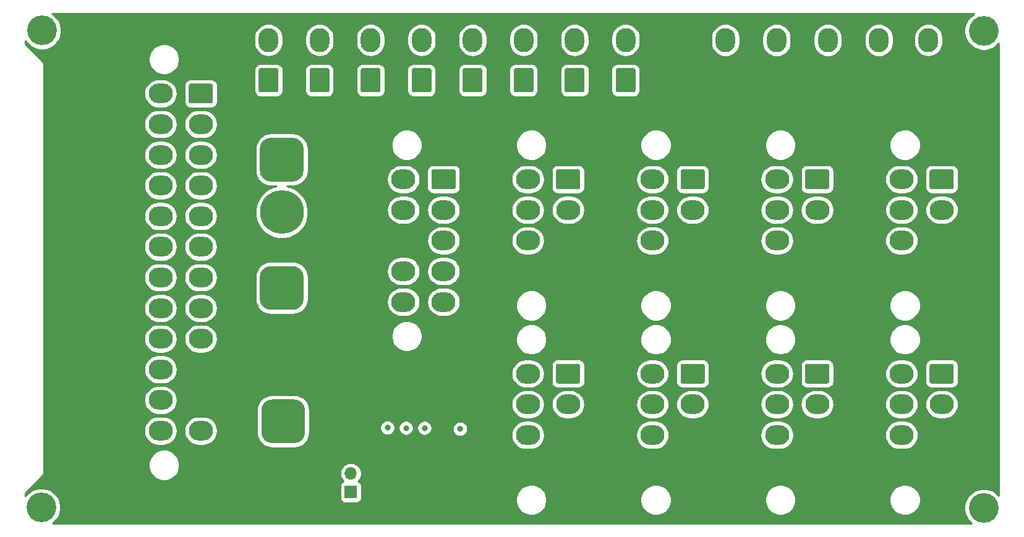
<source format=gbr>
%TF.GenerationSoftware,KiCad,Pcbnew,(5.1.10)-1*%
%TF.CreationDate,2021-10-29T23:59:47-07:00*%
%TF.ProjectId,ATX_PSU_Board,4154585f-5053-4555-9f42-6f6172642e6b,rev?*%
%TF.SameCoordinates,Original*%
%TF.FileFunction,Copper,L2,Inr*%
%TF.FilePolarity,Positive*%
%FSLAX46Y46*%
G04 Gerber Fmt 4.6, Leading zero omitted, Abs format (unit mm)*
G04 Created by KiCad (PCBNEW (5.1.10)-1) date 2021-10-29 23:59:47*
%MOMM*%
%LPD*%
G01*
G04 APERTURE LIST*
%TA.AperFunction,ComponentPad*%
%ADD10C,6.000000*%
%TD*%
%TA.AperFunction,ComponentPad*%
%ADD11O,2.700000X3.300000*%
%TD*%
%TA.AperFunction,ComponentPad*%
%ADD12O,3.300000X2.700000*%
%TD*%
%TA.AperFunction,ComponentPad*%
%ADD13O,1.700000X1.700000*%
%TD*%
%TA.AperFunction,ComponentPad*%
%ADD14R,1.700000X1.700000*%
%TD*%
%TA.AperFunction,ComponentPad*%
%ADD15C,4.064000*%
%TD*%
%TA.AperFunction,ViaPad*%
%ADD16C,0.800000*%
%TD*%
%TA.AperFunction,Conductor*%
%ADD17C,0.254000*%
%TD*%
%TA.AperFunction,Conductor*%
%ADD18C,0.100000*%
%TD*%
G04 APERTURE END LIST*
%TO.N,GND*%
%TO.C,J30*%
%TA.AperFunction,ComponentPad*%
G36*
G01*
X69823200Y-88555200D02*
X72823200Y-88555200D01*
G75*
G02*
X74323200Y-90055200I0J-1500000D01*
G01*
X74323200Y-93055200D01*
G75*
G02*
X72823200Y-94555200I-1500000J0D01*
G01*
X69823200Y-94555200D01*
G75*
G02*
X68323200Y-93055200I0J1500000D01*
G01*
X68323200Y-90055200D01*
G75*
G02*
X69823200Y-88555200I1500000J0D01*
G01*
G37*
%TD.AperFunction*%
D10*
%TO.N,/+12V_SUPPLY*%
X71323200Y-98755200D03*
%TD*%
%TO.N,GND*%
%TO.C,J29*%
%TA.AperFunction,ComponentPad*%
G36*
G01*
X70026400Y-106829600D02*
X73026400Y-106829600D01*
G75*
G02*
X74526400Y-108329600I0J-1500000D01*
G01*
X74526400Y-111329600D01*
G75*
G02*
X73026400Y-112829600I-1500000J0D01*
G01*
X70026400Y-112829600D01*
G75*
G02*
X68526400Y-111329600I0J1500000D01*
G01*
X68526400Y-108329600D01*
G75*
G02*
X70026400Y-106829600I1500000J0D01*
G01*
G37*
%TD.AperFunction*%
%TO.N,/+12V_SUPPLY*%
X71526400Y-117029600D03*
%TD*%
D11*
%TO.N,GND*%
%TO.C,J20*%
X159867600Y-57593600D03*
%TO.N,/+12V_SUPPLY*%
%TA.AperFunction,ComponentPad*%
G36*
G01*
X161217600Y-61693601D02*
X161217600Y-64493599D01*
G75*
G02*
X160967599Y-64743600I-250001J0D01*
G01*
X158767601Y-64743600D01*
G75*
G02*
X158517600Y-64493599I0J250001D01*
G01*
X158517600Y-61693601D01*
G75*
G02*
X158767601Y-61443600I250001J0D01*
G01*
X160967599Y-61443600D01*
G75*
G02*
X161217600Y-61693601I0J-250001D01*
G01*
G37*
%TD.AperFunction*%
%TD*%
D12*
%TO.N,/+12V_SUPPLY*%
%TO.C,J11*%
X156196400Y-115901800D03*
%TO.N,/+5V_SUPPLY*%
X156196400Y-111701800D03*
X156196400Y-107501800D03*
%TO.N,/+3.3V_SUPPLY*%
X156196400Y-103301800D03*
%TO.N,/+12V_SUPPLY*%
X161696400Y-115901800D03*
X161696400Y-111701800D03*
%TO.N,GND*%
X161696400Y-107501800D03*
%TA.AperFunction,ComponentPad*%
G36*
G01*
X160296401Y-101951800D02*
X163096399Y-101951800D01*
G75*
G02*
X163346400Y-102201801I0J-250001D01*
G01*
X163346400Y-104401799D01*
G75*
G02*
X163096399Y-104651800I-250001J0D01*
G01*
X160296401Y-104651800D01*
G75*
G02*
X160046400Y-104401799I0J250001D01*
G01*
X160046400Y-102201801D01*
G75*
G02*
X160296401Y-101951800I250001J0D01*
G01*
G37*
%TD.AperFunction*%
%TD*%
D11*
%TO.N,GND*%
%TO.C,J24*%
X132083632Y-57607200D03*
%TO.N,/+12V_SUPPLY*%
%TA.AperFunction,ComponentPad*%
G36*
G01*
X133433632Y-61707201D02*
X133433632Y-64507199D01*
G75*
G02*
X133183631Y-64757200I-250001J0D01*
G01*
X130983633Y-64757200D01*
G75*
G02*
X130733632Y-64507199I0J250001D01*
G01*
X130733632Y-61707201D01*
G75*
G02*
X130983633Y-61457200I250001J0D01*
G01*
X133183631Y-61457200D01*
G75*
G02*
X133433632Y-61707201I0J-250001D01*
G01*
G37*
%TD.AperFunction*%
%TD*%
%TO.N,GND*%
%TO.C,J23*%
X139086774Y-57607200D03*
%TO.N,/+12V_SUPPLY*%
%TA.AperFunction,ComponentPad*%
G36*
G01*
X140436774Y-61707201D02*
X140436774Y-64507199D01*
G75*
G02*
X140186773Y-64757200I-250001J0D01*
G01*
X137986775Y-64757200D01*
G75*
G02*
X137736774Y-64507199I0J250001D01*
G01*
X137736774Y-61707201D01*
G75*
G02*
X137986775Y-61457200I250001J0D01*
G01*
X140186773Y-61457200D01*
G75*
G02*
X140436774Y-61707201I0J-250001D01*
G01*
G37*
%TD.AperFunction*%
%TD*%
%TO.N,GND*%
%TO.C,J22*%
X146089916Y-57607200D03*
%TO.N,/+12V_SUPPLY*%
%TA.AperFunction,ComponentPad*%
G36*
G01*
X147439916Y-61707201D02*
X147439916Y-64507199D01*
G75*
G02*
X147189915Y-64757200I-250001J0D01*
G01*
X144989917Y-64757200D01*
G75*
G02*
X144739916Y-64507199I0J250001D01*
G01*
X144739916Y-61707201D01*
G75*
G02*
X144989917Y-61457200I250001J0D01*
G01*
X147189915Y-61457200D01*
G75*
G02*
X147439916Y-61707201I0J-250001D01*
G01*
G37*
%TD.AperFunction*%
%TD*%
%TO.N,GND*%
%TO.C,J21*%
X153093058Y-57607200D03*
%TO.N,/+12V_SUPPLY*%
%TA.AperFunction,ComponentPad*%
G36*
G01*
X154443058Y-61707201D02*
X154443058Y-64507199D01*
G75*
G02*
X154193057Y-64757200I-250001J0D01*
G01*
X151993059Y-64757200D01*
G75*
G02*
X151743058Y-64507199I0J250001D01*
G01*
X151743058Y-61707201D01*
G75*
G02*
X151993059Y-61457200I250001J0D01*
G01*
X154193057Y-61457200D01*
G75*
G02*
X154443058Y-61707201I0J-250001D01*
G01*
G37*
%TD.AperFunction*%
%TD*%
%TO.N,GND*%
%TO.C,J19*%
X118414800Y-57593600D03*
%TO.N,/+5V_SUPPLY*%
%TA.AperFunction,ComponentPad*%
G36*
G01*
X119764800Y-61693601D02*
X119764800Y-64493599D01*
G75*
G02*
X119514799Y-64743600I-250001J0D01*
G01*
X117314801Y-64743600D01*
G75*
G02*
X117064800Y-64493599I0J250001D01*
G01*
X117064800Y-61693601D01*
G75*
G02*
X117314801Y-61443600I250001J0D01*
G01*
X119514799Y-61443600D01*
G75*
G02*
X119764800Y-61693601I0J-250001D01*
G01*
G37*
%TD.AperFunction*%
%TD*%
%TO.N,GND*%
%TO.C,J18*%
X111429800Y-57593600D03*
%TO.N,/+5V_SUPPLY*%
%TA.AperFunction,ComponentPad*%
G36*
G01*
X112779800Y-61693601D02*
X112779800Y-64493599D01*
G75*
G02*
X112529799Y-64743600I-250001J0D01*
G01*
X110329801Y-64743600D01*
G75*
G02*
X110079800Y-64493599I0J250001D01*
G01*
X110079800Y-61693601D01*
G75*
G02*
X110329801Y-61443600I250001J0D01*
G01*
X112529799Y-61443600D01*
G75*
G02*
X112779800Y-61693601I0J-250001D01*
G01*
G37*
%TD.AperFunction*%
%TD*%
%TO.N,GND*%
%TO.C,J17*%
X104444800Y-57593600D03*
%TO.N,/+5V_SUPPLY*%
%TA.AperFunction,ComponentPad*%
G36*
G01*
X105794800Y-61693601D02*
X105794800Y-64493599D01*
G75*
G02*
X105544799Y-64743600I-250001J0D01*
G01*
X103344801Y-64743600D01*
G75*
G02*
X103094800Y-64493599I0J250001D01*
G01*
X103094800Y-61693601D01*
G75*
G02*
X103344801Y-61443600I250001J0D01*
G01*
X105544799Y-61443600D01*
G75*
G02*
X105794800Y-61693601I0J-250001D01*
G01*
G37*
%TD.AperFunction*%
%TD*%
%TO.N,GND*%
%TO.C,J16*%
X97459800Y-57593600D03*
%TO.N,/+5V_SUPPLY*%
%TA.AperFunction,ComponentPad*%
G36*
G01*
X98809800Y-61693601D02*
X98809800Y-64493599D01*
G75*
G02*
X98559799Y-64743600I-250001J0D01*
G01*
X96359801Y-64743600D01*
G75*
G02*
X96109800Y-64493599I0J250001D01*
G01*
X96109800Y-61693601D01*
G75*
G02*
X96359801Y-61443600I250001J0D01*
G01*
X98559799Y-61443600D01*
G75*
G02*
X98809800Y-61693601I0J-250001D01*
G01*
G37*
%TD.AperFunction*%
%TD*%
%TO.N,GND*%
%TO.C,J15*%
X90474800Y-57593600D03*
%TO.N,/+5V_SUPPLY*%
%TA.AperFunction,ComponentPad*%
G36*
G01*
X91824800Y-61693601D02*
X91824800Y-64493599D01*
G75*
G02*
X91574799Y-64743600I-250001J0D01*
G01*
X89374801Y-64743600D01*
G75*
G02*
X89124800Y-64493599I0J250001D01*
G01*
X89124800Y-61693601D01*
G75*
G02*
X89374801Y-61443600I250001J0D01*
G01*
X91574799Y-61443600D01*
G75*
G02*
X91824800Y-61693601I0J-250001D01*
G01*
G37*
%TD.AperFunction*%
%TD*%
%TO.N,GND*%
%TO.C,J14*%
X83489800Y-57593600D03*
%TO.N,/+5V_SUPPLY*%
%TA.AperFunction,ComponentPad*%
G36*
G01*
X84839800Y-61693601D02*
X84839800Y-64493599D01*
G75*
G02*
X84589799Y-64743600I-250001J0D01*
G01*
X82389801Y-64743600D01*
G75*
G02*
X82139800Y-64493599I0J250001D01*
G01*
X82139800Y-61693601D01*
G75*
G02*
X82389801Y-61443600I250001J0D01*
G01*
X84589799Y-61443600D01*
G75*
G02*
X84839800Y-61693601I0J-250001D01*
G01*
G37*
%TD.AperFunction*%
%TD*%
%TO.N,GND*%
%TO.C,J13*%
X76504800Y-57593600D03*
%TO.N,/+5V_SUPPLY*%
%TA.AperFunction,ComponentPad*%
G36*
G01*
X77854800Y-61693601D02*
X77854800Y-64493599D01*
G75*
G02*
X77604799Y-64743600I-250001J0D01*
G01*
X75404801Y-64743600D01*
G75*
G02*
X75154800Y-64493599I0J250001D01*
G01*
X75154800Y-61693601D01*
G75*
G02*
X75404801Y-61443600I250001J0D01*
G01*
X77604799Y-61443600D01*
G75*
G02*
X77854800Y-61693601I0J-250001D01*
G01*
G37*
%TD.AperFunction*%
%TD*%
%TO.N,GND*%
%TO.C,J12*%
X69519800Y-57593600D03*
%TO.N,/+5V_SUPPLY*%
%TA.AperFunction,ComponentPad*%
G36*
G01*
X70869800Y-61693601D02*
X70869800Y-64493599D01*
G75*
G02*
X70619799Y-64743600I-250001J0D01*
G01*
X68419801Y-64743600D01*
G75*
G02*
X68169800Y-64493599I0J250001D01*
G01*
X68169800Y-61693601D01*
G75*
G02*
X68419801Y-61443600I250001J0D01*
G01*
X70619799Y-61443600D01*
G75*
G02*
X70869800Y-61693601I0J-250001D01*
G01*
G37*
%TD.AperFunction*%
%TD*%
%TO.N,GND*%
%TO.C,J28*%
%TA.AperFunction,ComponentPad*%
G36*
G01*
X69823200Y-70978400D02*
X72823200Y-70978400D01*
G75*
G02*
X74323200Y-72478400I0J-1500000D01*
G01*
X74323200Y-75478400D01*
G75*
G02*
X72823200Y-76978400I-1500000J0D01*
G01*
X69823200Y-76978400D01*
G75*
G02*
X68323200Y-75478400I0J1500000D01*
G01*
X68323200Y-72478400D01*
G75*
G02*
X69823200Y-70978400I1500000J0D01*
G01*
G37*
%TD.AperFunction*%
D10*
%TO.N,/+5V_SUPPLY*%
X71323200Y-81178400D03*
%TD*%
D13*
%TO.N,GND*%
%TO.C,J1*%
X80772000Y-116967000D03*
D14*
%TO.N,/PS_ON*%
X80772000Y-119507000D03*
%TD*%
D12*
%TO.N,/+12V_SUPPLY*%
%TO.C,J5*%
X122091000Y-89264600D03*
%TO.N,/+5V_SUPPLY*%
X122091000Y-85064600D03*
X122091000Y-80864600D03*
%TO.N,/+3.3V_SUPPLY*%
X122091000Y-76664600D03*
%TO.N,/+12V_SUPPLY*%
X127591000Y-89264600D03*
X127591000Y-85064600D03*
%TO.N,GND*%
X127591000Y-80864600D03*
%TA.AperFunction,ComponentPad*%
G36*
G01*
X126191001Y-75314600D02*
X128990999Y-75314600D01*
G75*
G02*
X129241000Y-75564601I0J-250001D01*
G01*
X129241000Y-77764599D01*
G75*
G02*
X128990999Y-78014600I-250001J0D01*
G01*
X126191001Y-78014600D01*
G75*
G02*
X125941000Y-77764599I0J250001D01*
G01*
X125941000Y-75564601D01*
G75*
G02*
X126191001Y-75314600I250001J0D01*
G01*
G37*
%TD.AperFunction*%
%TD*%
%TO.N,/+12V_SUPPLY*%
%TO.C,J7*%
X156196400Y-89264600D03*
%TO.N,/+5V_SUPPLY*%
X156196400Y-85064600D03*
X156196400Y-80864600D03*
%TO.N,/+3.3V_SUPPLY*%
X156196400Y-76664600D03*
%TO.N,/+12V_SUPPLY*%
X161696400Y-89264600D03*
X161696400Y-85064600D03*
%TO.N,GND*%
X161696400Y-80864600D03*
%TA.AperFunction,ComponentPad*%
G36*
G01*
X160296401Y-75314600D02*
X163096399Y-75314600D01*
G75*
G02*
X163346400Y-75564601I0J-250001D01*
G01*
X163346400Y-77764599D01*
G75*
G02*
X163096399Y-78014600I-250001J0D01*
G01*
X160296401Y-78014600D01*
G75*
G02*
X160046400Y-77764599I0J250001D01*
G01*
X160046400Y-75564601D01*
G75*
G02*
X160296401Y-75314600I250001J0D01*
G01*
G37*
%TD.AperFunction*%
%TD*%
D15*
%TO.N,N/C*%
%TO.C,H4*%
X167436800Y-56337200D03*
%TD*%
%TO.N,N/C*%
%TO.C,H3*%
X38404800Y-121615200D03*
%TD*%
%TO.N,N/C*%
%TO.C,H2*%
X167436800Y-121716800D03*
%TD*%
%TO.N,N/C*%
%TO.C,H1*%
X38506400Y-56286400D03*
%TD*%
D12*
%TO.N,/+12V_SUPPLY*%
%TO.C,J10*%
X139143700Y-115901800D03*
%TO.N,/+5V_SUPPLY*%
X139143700Y-111701800D03*
X139143700Y-107501800D03*
%TO.N,/+3.3V_SUPPLY*%
X139143700Y-103301800D03*
%TO.N,/+12V_SUPPLY*%
X144643700Y-115901800D03*
X144643700Y-111701800D03*
%TO.N,GND*%
X144643700Y-107501800D03*
%TA.AperFunction,ComponentPad*%
G36*
G01*
X143243701Y-101951800D02*
X146043699Y-101951800D01*
G75*
G02*
X146293700Y-102201801I0J-250001D01*
G01*
X146293700Y-104401799D01*
G75*
G02*
X146043699Y-104651800I-250001J0D01*
G01*
X143243701Y-104651800D01*
G75*
G02*
X142993700Y-104401799I0J250001D01*
G01*
X142993700Y-102201801D01*
G75*
G02*
X143243701Y-101951800I250001J0D01*
G01*
G37*
%TD.AperFunction*%
%TD*%
%TO.N,/+12V_SUPPLY*%
%TO.C,J9*%
X122091000Y-115901800D03*
%TO.N,/+5V_SUPPLY*%
X122091000Y-111701800D03*
X122091000Y-107501800D03*
%TO.N,/+3.3V_SUPPLY*%
X122091000Y-103301800D03*
%TO.N,/+12V_SUPPLY*%
X127591000Y-115901800D03*
X127591000Y-111701800D03*
%TO.N,GND*%
X127591000Y-107501800D03*
%TA.AperFunction,ComponentPad*%
G36*
G01*
X126191001Y-101951800D02*
X128990999Y-101951800D01*
G75*
G02*
X129241000Y-102201801I0J-250001D01*
G01*
X129241000Y-104401799D01*
G75*
G02*
X128990999Y-104651800I-250001J0D01*
G01*
X126191001Y-104651800D01*
G75*
G02*
X125941000Y-104401799I0J250001D01*
G01*
X125941000Y-102201801D01*
G75*
G02*
X126191001Y-101951800I250001J0D01*
G01*
G37*
%TD.AperFunction*%
%TD*%
%TO.N,/+12V_SUPPLY*%
%TO.C,J8*%
X105038300Y-115901800D03*
%TO.N,/+5V_SUPPLY*%
X105038300Y-111701800D03*
X105038300Y-107501800D03*
%TO.N,/+3.3V_SUPPLY*%
X105038300Y-103301800D03*
%TO.N,/+12V_SUPPLY*%
X110538300Y-115901800D03*
X110538300Y-111701800D03*
%TO.N,GND*%
X110538300Y-107501800D03*
%TA.AperFunction,ComponentPad*%
G36*
G01*
X109138301Y-101951800D02*
X111938299Y-101951800D01*
G75*
G02*
X112188300Y-102201801I0J-250001D01*
G01*
X112188300Y-104401799D01*
G75*
G02*
X111938299Y-104651800I-250001J0D01*
G01*
X109138301Y-104651800D01*
G75*
G02*
X108888300Y-104401799I0J250001D01*
G01*
X108888300Y-102201801D01*
G75*
G02*
X109138301Y-101951800I250001J0D01*
G01*
G37*
%TD.AperFunction*%
%TD*%
%TO.N,/+12V_SUPPLY*%
%TO.C,J6*%
X139143700Y-89264600D03*
%TO.N,/+5V_SUPPLY*%
X139143700Y-85064600D03*
X139143700Y-80864600D03*
%TO.N,/+3.3V_SUPPLY*%
X139143700Y-76664600D03*
%TO.N,/+12V_SUPPLY*%
X144643700Y-89264600D03*
X144643700Y-85064600D03*
%TO.N,GND*%
X144643700Y-80864600D03*
%TA.AperFunction,ComponentPad*%
G36*
G01*
X143243701Y-75314600D02*
X146043699Y-75314600D01*
G75*
G02*
X146293700Y-75564601I0J-250001D01*
G01*
X146293700Y-77764599D01*
G75*
G02*
X146043699Y-78014600I-250001J0D01*
G01*
X143243701Y-78014600D01*
G75*
G02*
X142993700Y-77764599I0J250001D01*
G01*
X142993700Y-75564601D01*
G75*
G02*
X143243701Y-75314600I250001J0D01*
G01*
G37*
%TD.AperFunction*%
%TD*%
%TO.N,/+12V_SUPPLY*%
%TO.C,J4*%
X105038300Y-89264600D03*
%TO.N,/+5V_SUPPLY*%
X105038300Y-85064600D03*
X105038300Y-80864600D03*
%TO.N,/+3.3V_SUPPLY*%
X105038300Y-76664600D03*
%TO.N,/+12V_SUPPLY*%
X110538300Y-89264600D03*
X110538300Y-85064600D03*
%TO.N,GND*%
X110538300Y-80864600D03*
%TA.AperFunction,ComponentPad*%
G36*
G01*
X109138301Y-75314600D02*
X111938299Y-75314600D01*
G75*
G02*
X112188300Y-75564601I0J-250001D01*
G01*
X112188300Y-77764599D01*
G75*
G02*
X111938299Y-78014600I-250001J0D01*
G01*
X109138301Y-78014600D01*
G75*
G02*
X108888300Y-77764599I0J250001D01*
G01*
X108888300Y-75564601D01*
G75*
G02*
X109138301Y-75314600I250001J0D01*
G01*
G37*
%TD.AperFunction*%
%TD*%
%TO.N,GND*%
%TO.C,J3*%
X87985600Y-93464600D03*
X87985600Y-89264600D03*
%TO.N,/+12V_SUPPLY*%
X87985600Y-85064600D03*
%TO.N,/+5V_SUPPLY*%
X87985600Y-80864600D03*
X87985600Y-76664600D03*
%TO.N,GND*%
X93485600Y-93464600D03*
X93485600Y-89264600D03*
%TO.N,/+5V_SUPPLY*%
X93485600Y-85064600D03*
X93485600Y-80864600D03*
%TA.AperFunction,ComponentPad*%
G36*
G01*
X92085601Y-75314600D02*
X94885599Y-75314600D01*
G75*
G02*
X95135600Y-75564601I0J-250001D01*
G01*
X95135600Y-77764599D01*
G75*
G02*
X94885599Y-78014600I-250001J0D01*
G01*
X92085601Y-78014600D01*
G75*
G02*
X91835600Y-77764599I0J250001D01*
G01*
X91835600Y-75564601D01*
G75*
G02*
X92085601Y-75314600I250001J0D01*
G01*
G37*
%TD.AperFunction*%
%TD*%
%TO.N,GND*%
%TO.C,J2*%
X54748800Y-111122400D03*
%TO.N,/+5V_SUPPLY*%
X54748800Y-106922400D03*
X54748800Y-102722400D03*
X54748800Y-98522400D03*
%TO.N,Net-(J2-Pad20)*%
X54748800Y-94322400D03*
%TO.N,GND*%
X54748800Y-90122400D03*
X54748800Y-85922400D03*
X54748800Y-81722400D03*
%TO.N,/PS_ON*%
X54748800Y-77522400D03*
%TO.N,GND*%
X54748800Y-73322400D03*
%TO.N,Net-(J2-Pad14)*%
X54748800Y-69122400D03*
%TO.N,/+3.3V_SUPPLY*%
X54748800Y-64922400D03*
X60248800Y-111122400D03*
%TO.N,/+12V_SUPPLY*%
X60248800Y-106922400D03*
X60248800Y-102722400D03*
%TO.N,/+5VSB_SUPPLY*%
X60248800Y-98522400D03*
%TO.N,/PWR_OK*%
X60248800Y-94322400D03*
%TO.N,GND*%
X60248800Y-90122400D03*
%TO.N,/+5V_SUPPLY*%
X60248800Y-85922400D03*
%TO.N,GND*%
X60248800Y-81722400D03*
%TO.N,/+5V_SUPPLY*%
X60248800Y-77522400D03*
%TO.N,GND*%
X60248800Y-73322400D03*
%TO.N,/+3.3V_SUPPLY*%
X60248800Y-69122400D03*
%TA.AperFunction,ComponentPad*%
G36*
G01*
X58848801Y-63572400D02*
X61648799Y-63572400D01*
G75*
G02*
X61898800Y-63822401I0J-250001D01*
G01*
X61898800Y-66022399D01*
G75*
G02*
X61648799Y-66272400I-250001J0D01*
G01*
X58848801Y-66272400D01*
G75*
G02*
X58598800Y-66022399I0J250001D01*
G01*
X58598800Y-63822401D01*
G75*
G02*
X58848801Y-63572400I250001J0D01*
G01*
G37*
%TD.AperFunction*%
%TD*%
D16*
%TO.N,/+5V_SUPPLY*%
X88346000Y-110737600D03*
%TO.N,/+3.3V_SUPPLY*%
X90886000Y-110737600D03*
%TO.N,/+12V_SUPPLY*%
X93426000Y-110737600D03*
%TO.N,/+5VSB_SUPPLY*%
X85806000Y-110698000D03*
%TO.N,/PWR_OK*%
X95750000Y-110863000D03*
%TD*%
D17*
%TO.N,/+12V_SUPPLY*%
X165736687Y-54265606D02*
X165365206Y-54637087D01*
X165073336Y-55073902D01*
X164872292Y-55559265D01*
X164769800Y-56074523D01*
X164769800Y-56599877D01*
X164872292Y-57115135D01*
X165073336Y-57600498D01*
X165365206Y-58037313D01*
X165736687Y-58408794D01*
X166173502Y-58700664D01*
X166658865Y-58901708D01*
X167174123Y-59004200D01*
X167699477Y-59004200D01*
X168214735Y-58901708D01*
X168700098Y-58700664D01*
X169136913Y-58408794D01*
X169508394Y-58037313D01*
X169520001Y-58019942D01*
X169520000Y-120034057D01*
X169508394Y-120016687D01*
X169136913Y-119645206D01*
X168700098Y-119353336D01*
X168214735Y-119152292D01*
X167699477Y-119049800D01*
X167174123Y-119049800D01*
X166658865Y-119152292D01*
X166173502Y-119353336D01*
X165736687Y-119645206D01*
X165365206Y-120016687D01*
X165073336Y-120453502D01*
X164872292Y-120938865D01*
X164769800Y-121454123D01*
X164769800Y-121979477D01*
X164872292Y-122494735D01*
X165073336Y-122980098D01*
X165365206Y-123416913D01*
X165736687Y-123788394D01*
X165754057Y-123800000D01*
X39935488Y-123800000D01*
X40104913Y-123686794D01*
X40476394Y-123315313D01*
X40768264Y-122878498D01*
X40969308Y-122393135D01*
X41071800Y-121877877D01*
X41071800Y-121352523D01*
X40969308Y-120837265D01*
X40768264Y-120351902D01*
X40476394Y-119915087D01*
X40104913Y-119543606D01*
X39668098Y-119251736D01*
X39182735Y-119050692D01*
X38667477Y-118948200D01*
X38142123Y-118948200D01*
X37626865Y-119050692D01*
X37141502Y-119251736D01*
X36704687Y-119543606D01*
X36333206Y-119915087D01*
X36220000Y-120084512D01*
X36220000Y-119653380D01*
X37216380Y-118657000D01*
X79283928Y-118657000D01*
X79283928Y-120357000D01*
X79296188Y-120481482D01*
X79332498Y-120601180D01*
X79391463Y-120711494D01*
X79470815Y-120808185D01*
X79567506Y-120887537D01*
X79677820Y-120946502D01*
X79797518Y-120982812D01*
X79922000Y-120995072D01*
X81622000Y-120995072D01*
X81746482Y-120982812D01*
X81866180Y-120946502D01*
X81976494Y-120887537D01*
X82073185Y-120808185D01*
X82152537Y-120711494D01*
X82211502Y-120601180D01*
X82247812Y-120481482D01*
X82256672Y-120391521D01*
X103363300Y-120391521D01*
X103363300Y-120812079D01*
X103445347Y-121224556D01*
X103606288Y-121613102D01*
X103839937Y-121962783D01*
X104137317Y-122260163D01*
X104486998Y-122493812D01*
X104875544Y-122654753D01*
X105288021Y-122736800D01*
X105708579Y-122736800D01*
X106121056Y-122654753D01*
X106509602Y-122493812D01*
X106859283Y-122260163D01*
X107156663Y-121962783D01*
X107390312Y-121613102D01*
X107551253Y-121224556D01*
X107633300Y-120812079D01*
X107633300Y-120391521D01*
X120416000Y-120391521D01*
X120416000Y-120812079D01*
X120498047Y-121224556D01*
X120658988Y-121613102D01*
X120892637Y-121962783D01*
X121190017Y-122260163D01*
X121539698Y-122493812D01*
X121928244Y-122654753D01*
X122340721Y-122736800D01*
X122761279Y-122736800D01*
X123173756Y-122654753D01*
X123562302Y-122493812D01*
X123911983Y-122260163D01*
X124209363Y-121962783D01*
X124443012Y-121613102D01*
X124603953Y-121224556D01*
X124686000Y-120812079D01*
X124686000Y-120391521D01*
X137468700Y-120391521D01*
X137468700Y-120812079D01*
X137550747Y-121224556D01*
X137711688Y-121613102D01*
X137945337Y-121962783D01*
X138242717Y-122260163D01*
X138592398Y-122493812D01*
X138980944Y-122654753D01*
X139393421Y-122736800D01*
X139813979Y-122736800D01*
X140226456Y-122654753D01*
X140615002Y-122493812D01*
X140964683Y-122260163D01*
X141262063Y-121962783D01*
X141495712Y-121613102D01*
X141656653Y-121224556D01*
X141738700Y-120812079D01*
X141738700Y-120391521D01*
X154521400Y-120391521D01*
X154521400Y-120812079D01*
X154603447Y-121224556D01*
X154764388Y-121613102D01*
X154998037Y-121962783D01*
X155295417Y-122260163D01*
X155645098Y-122493812D01*
X156033644Y-122654753D01*
X156446121Y-122736800D01*
X156866679Y-122736800D01*
X157279156Y-122654753D01*
X157667702Y-122493812D01*
X158017383Y-122260163D01*
X158314763Y-121962783D01*
X158548412Y-121613102D01*
X158709353Y-121224556D01*
X158791400Y-120812079D01*
X158791400Y-120391521D01*
X158709353Y-119979044D01*
X158548412Y-119590498D01*
X158314763Y-119240817D01*
X158017383Y-118943437D01*
X157667702Y-118709788D01*
X157279156Y-118548847D01*
X156866679Y-118466800D01*
X156446121Y-118466800D01*
X156033644Y-118548847D01*
X155645098Y-118709788D01*
X155295417Y-118943437D01*
X154998037Y-119240817D01*
X154764388Y-119590498D01*
X154603447Y-119979044D01*
X154521400Y-120391521D01*
X141738700Y-120391521D01*
X141656653Y-119979044D01*
X141495712Y-119590498D01*
X141262063Y-119240817D01*
X140964683Y-118943437D01*
X140615002Y-118709788D01*
X140226456Y-118548847D01*
X139813979Y-118466800D01*
X139393421Y-118466800D01*
X138980944Y-118548847D01*
X138592398Y-118709788D01*
X138242717Y-118943437D01*
X137945337Y-119240817D01*
X137711688Y-119590498D01*
X137550747Y-119979044D01*
X137468700Y-120391521D01*
X124686000Y-120391521D01*
X124603953Y-119979044D01*
X124443012Y-119590498D01*
X124209363Y-119240817D01*
X123911983Y-118943437D01*
X123562302Y-118709788D01*
X123173756Y-118548847D01*
X122761279Y-118466800D01*
X122340721Y-118466800D01*
X121928244Y-118548847D01*
X121539698Y-118709788D01*
X121190017Y-118943437D01*
X120892637Y-119240817D01*
X120658988Y-119590498D01*
X120498047Y-119979044D01*
X120416000Y-120391521D01*
X107633300Y-120391521D01*
X107551253Y-119979044D01*
X107390312Y-119590498D01*
X107156663Y-119240817D01*
X106859283Y-118943437D01*
X106509602Y-118709788D01*
X106121056Y-118548847D01*
X105708579Y-118466800D01*
X105288021Y-118466800D01*
X104875544Y-118548847D01*
X104486998Y-118709788D01*
X104137317Y-118943437D01*
X103839937Y-119240817D01*
X103606288Y-119590498D01*
X103445347Y-119979044D01*
X103363300Y-120391521D01*
X82256672Y-120391521D01*
X82260072Y-120357000D01*
X82260072Y-118657000D01*
X82247812Y-118532518D01*
X82211502Y-118412820D01*
X82152537Y-118302506D01*
X82073185Y-118205815D01*
X81976494Y-118126463D01*
X81866180Y-118067498D01*
X81793620Y-118045487D01*
X81925475Y-117913632D01*
X82087990Y-117670411D01*
X82199932Y-117400158D01*
X82257000Y-117113260D01*
X82257000Y-116820740D01*
X82199932Y-116533842D01*
X82087990Y-116263589D01*
X81925475Y-116020368D01*
X81718632Y-115813525D01*
X81475411Y-115651010D01*
X81205158Y-115539068D01*
X80918260Y-115482000D01*
X80625740Y-115482000D01*
X80338842Y-115539068D01*
X80068589Y-115651010D01*
X79825368Y-115813525D01*
X79618525Y-116020368D01*
X79456010Y-116263589D01*
X79344068Y-116533842D01*
X79287000Y-116820740D01*
X79287000Y-117113260D01*
X79344068Y-117400158D01*
X79456010Y-117670411D01*
X79618525Y-117913632D01*
X79750380Y-118045487D01*
X79677820Y-118067498D01*
X79567506Y-118126463D01*
X79470815Y-118205815D01*
X79391463Y-118302506D01*
X79332498Y-118412820D01*
X79296188Y-118532518D01*
X79283928Y-118657000D01*
X37216380Y-118657000D01*
X38543769Y-117329612D01*
X38568948Y-117308948D01*
X38651425Y-117208450D01*
X38712710Y-117093793D01*
X38750450Y-116969383D01*
X38760000Y-116872419D01*
X38760000Y-116872410D01*
X38763192Y-116840001D01*
X38760000Y-116807592D01*
X38760000Y-115612121D01*
X53073800Y-115612121D01*
X53073800Y-116032679D01*
X53155847Y-116445156D01*
X53316788Y-116833702D01*
X53550437Y-117183383D01*
X53847817Y-117480763D01*
X54197498Y-117714412D01*
X54586044Y-117875353D01*
X54998521Y-117957400D01*
X55419079Y-117957400D01*
X55831556Y-117875353D01*
X56220102Y-117714412D01*
X56569783Y-117480763D01*
X56867163Y-117183383D01*
X57100812Y-116833702D01*
X57261753Y-116445156D01*
X57343800Y-116032679D01*
X57343800Y-115612121D01*
X57261753Y-115199644D01*
X57100812Y-114811098D01*
X56867163Y-114461417D01*
X56569783Y-114164037D01*
X56220102Y-113930388D01*
X55831556Y-113769447D01*
X55419079Y-113687400D01*
X54998521Y-113687400D01*
X54586044Y-113769447D01*
X54197498Y-113930388D01*
X53847817Y-114164037D01*
X53550437Y-114461417D01*
X53316788Y-114811098D01*
X53155847Y-115199644D01*
X53073800Y-115612121D01*
X38760000Y-115612121D01*
X38760000Y-111122400D01*
X52454196Y-111122400D01*
X52492522Y-111511528D01*
X52606026Y-111885702D01*
X52790347Y-112230543D01*
X53038402Y-112532798D01*
X53340657Y-112780853D01*
X53685498Y-112965174D01*
X54059672Y-113078678D01*
X54351290Y-113107400D01*
X55146310Y-113107400D01*
X55437928Y-113078678D01*
X55812102Y-112965174D01*
X56156943Y-112780853D01*
X56459198Y-112532798D01*
X56707253Y-112230543D01*
X56891574Y-111885702D01*
X57005078Y-111511528D01*
X57043404Y-111122400D01*
X57954196Y-111122400D01*
X57992522Y-111511528D01*
X58106026Y-111885702D01*
X58290347Y-112230543D01*
X58538402Y-112532798D01*
X58840657Y-112780853D01*
X59185498Y-112965174D01*
X59559672Y-113078678D01*
X59851290Y-113107400D01*
X60646310Y-113107400D01*
X60937928Y-113078678D01*
X61312102Y-112965174D01*
X61656943Y-112780853D01*
X61959198Y-112532798D01*
X62207253Y-112230543D01*
X62391574Y-111885702D01*
X62505078Y-111511528D01*
X62543404Y-111122400D01*
X62505078Y-110733272D01*
X62391574Y-110359098D01*
X62207253Y-110014257D01*
X61959198Y-109712002D01*
X61656943Y-109463947D01*
X61312102Y-109279626D01*
X60937928Y-109166122D01*
X60646310Y-109137400D01*
X59851290Y-109137400D01*
X59559672Y-109166122D01*
X59185498Y-109279626D01*
X58840657Y-109463947D01*
X58538402Y-109712002D01*
X58290347Y-110014257D01*
X58106026Y-110359098D01*
X57992522Y-110733272D01*
X57954196Y-111122400D01*
X57043404Y-111122400D01*
X57005078Y-110733272D01*
X56891574Y-110359098D01*
X56707253Y-110014257D01*
X56459198Y-109712002D01*
X56156943Y-109463947D01*
X55812102Y-109279626D01*
X55437928Y-109166122D01*
X55146310Y-109137400D01*
X54351290Y-109137400D01*
X54059672Y-109166122D01*
X53685498Y-109279626D01*
X53340657Y-109463947D01*
X53038402Y-109712002D01*
X52790347Y-110014257D01*
X52606026Y-110359098D01*
X52492522Y-110733272D01*
X52454196Y-111122400D01*
X38760000Y-111122400D01*
X38760000Y-106922400D01*
X52454196Y-106922400D01*
X52492522Y-107311528D01*
X52606026Y-107685702D01*
X52790347Y-108030543D01*
X53038402Y-108332798D01*
X53340657Y-108580853D01*
X53685498Y-108765174D01*
X54059672Y-108878678D01*
X54351290Y-108907400D01*
X55146310Y-108907400D01*
X55437928Y-108878678D01*
X55812102Y-108765174D01*
X56156943Y-108580853D01*
X56459198Y-108332798D01*
X56461822Y-108329600D01*
X67888328Y-108329600D01*
X67888328Y-111329600D01*
X67929410Y-111746717D01*
X68051079Y-112147805D01*
X68248658Y-112517449D01*
X68514555Y-112841445D01*
X68838551Y-113107342D01*
X69208195Y-113304921D01*
X69609283Y-113426590D01*
X70026400Y-113467672D01*
X73026400Y-113467672D01*
X73443517Y-113426590D01*
X73844605Y-113304921D01*
X74214249Y-113107342D01*
X74538245Y-112841445D01*
X74804142Y-112517449D01*
X75001721Y-112147805D01*
X75123390Y-111746717D01*
X75164472Y-111329600D01*
X75164472Y-110596061D01*
X84771000Y-110596061D01*
X84771000Y-110799939D01*
X84810774Y-110999898D01*
X84888795Y-111188256D01*
X85002063Y-111357774D01*
X85146226Y-111501937D01*
X85315744Y-111615205D01*
X85504102Y-111693226D01*
X85704061Y-111733000D01*
X85907939Y-111733000D01*
X86107898Y-111693226D01*
X86296256Y-111615205D01*
X86465774Y-111501937D01*
X86609937Y-111357774D01*
X86723205Y-111188256D01*
X86801226Y-110999898D01*
X86841000Y-110799939D01*
X86841000Y-110635661D01*
X87311000Y-110635661D01*
X87311000Y-110839539D01*
X87350774Y-111039498D01*
X87428795Y-111227856D01*
X87542063Y-111397374D01*
X87686226Y-111541537D01*
X87855744Y-111654805D01*
X88044102Y-111732826D01*
X88244061Y-111772600D01*
X88447939Y-111772600D01*
X88647898Y-111732826D01*
X88836256Y-111654805D01*
X89005774Y-111541537D01*
X89149937Y-111397374D01*
X89263205Y-111227856D01*
X89341226Y-111039498D01*
X89381000Y-110839539D01*
X89381000Y-110635661D01*
X89851000Y-110635661D01*
X89851000Y-110839539D01*
X89890774Y-111039498D01*
X89968795Y-111227856D01*
X90082063Y-111397374D01*
X90226226Y-111541537D01*
X90395744Y-111654805D01*
X90584102Y-111732826D01*
X90784061Y-111772600D01*
X90987939Y-111772600D01*
X91187898Y-111732826D01*
X91376256Y-111654805D01*
X91545774Y-111541537D01*
X91689937Y-111397374D01*
X91803205Y-111227856D01*
X91881226Y-111039498D01*
X91921000Y-110839539D01*
X91921000Y-110761061D01*
X94715000Y-110761061D01*
X94715000Y-110964939D01*
X94754774Y-111164898D01*
X94832795Y-111353256D01*
X94946063Y-111522774D01*
X95090226Y-111666937D01*
X95259744Y-111780205D01*
X95448102Y-111858226D01*
X95648061Y-111898000D01*
X95851939Y-111898000D01*
X96051898Y-111858226D01*
X96240256Y-111780205D01*
X96357597Y-111701800D01*
X102743696Y-111701800D01*
X102782022Y-112090928D01*
X102895526Y-112465102D01*
X103079847Y-112809943D01*
X103327902Y-113112198D01*
X103630157Y-113360253D01*
X103974998Y-113544574D01*
X104349172Y-113658078D01*
X104640790Y-113686800D01*
X105435810Y-113686800D01*
X105727428Y-113658078D01*
X106101602Y-113544574D01*
X106446443Y-113360253D01*
X106748698Y-113112198D01*
X106996753Y-112809943D01*
X107181074Y-112465102D01*
X107294578Y-112090928D01*
X107332904Y-111701800D01*
X119796396Y-111701800D01*
X119834722Y-112090928D01*
X119948226Y-112465102D01*
X120132547Y-112809943D01*
X120380602Y-113112198D01*
X120682857Y-113360253D01*
X121027698Y-113544574D01*
X121401872Y-113658078D01*
X121693490Y-113686800D01*
X122488510Y-113686800D01*
X122780128Y-113658078D01*
X123154302Y-113544574D01*
X123499143Y-113360253D01*
X123801398Y-113112198D01*
X124049453Y-112809943D01*
X124233774Y-112465102D01*
X124347278Y-112090928D01*
X124385604Y-111701800D01*
X136849096Y-111701800D01*
X136887422Y-112090928D01*
X137000926Y-112465102D01*
X137185247Y-112809943D01*
X137433302Y-113112198D01*
X137735557Y-113360253D01*
X138080398Y-113544574D01*
X138454572Y-113658078D01*
X138746190Y-113686800D01*
X139541210Y-113686800D01*
X139832828Y-113658078D01*
X140207002Y-113544574D01*
X140551843Y-113360253D01*
X140854098Y-113112198D01*
X141102153Y-112809943D01*
X141286474Y-112465102D01*
X141399978Y-112090928D01*
X141438304Y-111701800D01*
X153901796Y-111701800D01*
X153940122Y-112090928D01*
X154053626Y-112465102D01*
X154237947Y-112809943D01*
X154486002Y-113112198D01*
X154788257Y-113360253D01*
X155133098Y-113544574D01*
X155507272Y-113658078D01*
X155798890Y-113686800D01*
X156593910Y-113686800D01*
X156885528Y-113658078D01*
X157259702Y-113544574D01*
X157604543Y-113360253D01*
X157906798Y-113112198D01*
X158154853Y-112809943D01*
X158339174Y-112465102D01*
X158452678Y-112090928D01*
X158491004Y-111701800D01*
X158452678Y-111312672D01*
X158339174Y-110938498D01*
X158154853Y-110593657D01*
X157906798Y-110291402D01*
X157604543Y-110043347D01*
X157259702Y-109859026D01*
X156885528Y-109745522D01*
X156593910Y-109716800D01*
X155798890Y-109716800D01*
X155507272Y-109745522D01*
X155133098Y-109859026D01*
X154788257Y-110043347D01*
X154486002Y-110291402D01*
X154237947Y-110593657D01*
X154053626Y-110938498D01*
X153940122Y-111312672D01*
X153901796Y-111701800D01*
X141438304Y-111701800D01*
X141399978Y-111312672D01*
X141286474Y-110938498D01*
X141102153Y-110593657D01*
X140854098Y-110291402D01*
X140551843Y-110043347D01*
X140207002Y-109859026D01*
X139832828Y-109745522D01*
X139541210Y-109716800D01*
X138746190Y-109716800D01*
X138454572Y-109745522D01*
X138080398Y-109859026D01*
X137735557Y-110043347D01*
X137433302Y-110291402D01*
X137185247Y-110593657D01*
X137000926Y-110938498D01*
X136887422Y-111312672D01*
X136849096Y-111701800D01*
X124385604Y-111701800D01*
X124347278Y-111312672D01*
X124233774Y-110938498D01*
X124049453Y-110593657D01*
X123801398Y-110291402D01*
X123499143Y-110043347D01*
X123154302Y-109859026D01*
X122780128Y-109745522D01*
X122488510Y-109716800D01*
X121693490Y-109716800D01*
X121401872Y-109745522D01*
X121027698Y-109859026D01*
X120682857Y-110043347D01*
X120380602Y-110291402D01*
X120132547Y-110593657D01*
X119948226Y-110938498D01*
X119834722Y-111312672D01*
X119796396Y-111701800D01*
X107332904Y-111701800D01*
X107294578Y-111312672D01*
X107181074Y-110938498D01*
X106996753Y-110593657D01*
X106748698Y-110291402D01*
X106446443Y-110043347D01*
X106101602Y-109859026D01*
X105727428Y-109745522D01*
X105435810Y-109716800D01*
X104640790Y-109716800D01*
X104349172Y-109745522D01*
X103974998Y-109859026D01*
X103630157Y-110043347D01*
X103327902Y-110291402D01*
X103079847Y-110593657D01*
X102895526Y-110938498D01*
X102782022Y-111312672D01*
X102743696Y-111701800D01*
X96357597Y-111701800D01*
X96409774Y-111666937D01*
X96553937Y-111522774D01*
X96667205Y-111353256D01*
X96745226Y-111164898D01*
X96785000Y-110964939D01*
X96785000Y-110761061D01*
X96745226Y-110561102D01*
X96667205Y-110372744D01*
X96553937Y-110203226D01*
X96409774Y-110059063D01*
X96240256Y-109945795D01*
X96051898Y-109867774D01*
X95851939Y-109828000D01*
X95648061Y-109828000D01*
X95448102Y-109867774D01*
X95259744Y-109945795D01*
X95090226Y-110059063D01*
X94946063Y-110203226D01*
X94832795Y-110372744D01*
X94754774Y-110561102D01*
X94715000Y-110761061D01*
X91921000Y-110761061D01*
X91921000Y-110635661D01*
X91881226Y-110435702D01*
X91803205Y-110247344D01*
X91689937Y-110077826D01*
X91545774Y-109933663D01*
X91376256Y-109820395D01*
X91187898Y-109742374D01*
X90987939Y-109702600D01*
X90784061Y-109702600D01*
X90584102Y-109742374D01*
X90395744Y-109820395D01*
X90226226Y-109933663D01*
X90082063Y-110077826D01*
X89968795Y-110247344D01*
X89890774Y-110435702D01*
X89851000Y-110635661D01*
X89381000Y-110635661D01*
X89341226Y-110435702D01*
X89263205Y-110247344D01*
X89149937Y-110077826D01*
X89005774Y-109933663D01*
X88836256Y-109820395D01*
X88647898Y-109742374D01*
X88447939Y-109702600D01*
X88244061Y-109702600D01*
X88044102Y-109742374D01*
X87855744Y-109820395D01*
X87686226Y-109933663D01*
X87542063Y-110077826D01*
X87428795Y-110247344D01*
X87350774Y-110435702D01*
X87311000Y-110635661D01*
X86841000Y-110635661D01*
X86841000Y-110596061D01*
X86801226Y-110396102D01*
X86723205Y-110207744D01*
X86609937Y-110038226D01*
X86465774Y-109894063D01*
X86296256Y-109780795D01*
X86107898Y-109702774D01*
X85907939Y-109663000D01*
X85704061Y-109663000D01*
X85504102Y-109702774D01*
X85315744Y-109780795D01*
X85146226Y-109894063D01*
X85002063Y-110038226D01*
X84888795Y-110207744D01*
X84810774Y-110396102D01*
X84771000Y-110596061D01*
X75164472Y-110596061D01*
X75164472Y-108329600D01*
X75123390Y-107912483D01*
X75001721Y-107511395D01*
X74996593Y-107501800D01*
X102743696Y-107501800D01*
X102782022Y-107890928D01*
X102895526Y-108265102D01*
X103079847Y-108609943D01*
X103327902Y-108912198D01*
X103630157Y-109160253D01*
X103974998Y-109344574D01*
X104349172Y-109458078D01*
X104640790Y-109486800D01*
X105435810Y-109486800D01*
X105727428Y-109458078D01*
X106101602Y-109344574D01*
X106446443Y-109160253D01*
X106748698Y-108912198D01*
X106996753Y-108609943D01*
X107181074Y-108265102D01*
X107294578Y-107890928D01*
X107332904Y-107501800D01*
X108243696Y-107501800D01*
X108282022Y-107890928D01*
X108395526Y-108265102D01*
X108579847Y-108609943D01*
X108827902Y-108912198D01*
X109130157Y-109160253D01*
X109474998Y-109344574D01*
X109849172Y-109458078D01*
X110140790Y-109486800D01*
X110935810Y-109486800D01*
X111227428Y-109458078D01*
X111601602Y-109344574D01*
X111946443Y-109160253D01*
X112248698Y-108912198D01*
X112496753Y-108609943D01*
X112681074Y-108265102D01*
X112794578Y-107890928D01*
X112832904Y-107501800D01*
X119796396Y-107501800D01*
X119834722Y-107890928D01*
X119948226Y-108265102D01*
X120132547Y-108609943D01*
X120380602Y-108912198D01*
X120682857Y-109160253D01*
X121027698Y-109344574D01*
X121401872Y-109458078D01*
X121693490Y-109486800D01*
X122488510Y-109486800D01*
X122780128Y-109458078D01*
X123154302Y-109344574D01*
X123499143Y-109160253D01*
X123801398Y-108912198D01*
X124049453Y-108609943D01*
X124233774Y-108265102D01*
X124347278Y-107890928D01*
X124385604Y-107501800D01*
X125296396Y-107501800D01*
X125334722Y-107890928D01*
X125448226Y-108265102D01*
X125632547Y-108609943D01*
X125880602Y-108912198D01*
X126182857Y-109160253D01*
X126527698Y-109344574D01*
X126901872Y-109458078D01*
X127193490Y-109486800D01*
X127988510Y-109486800D01*
X128280128Y-109458078D01*
X128654302Y-109344574D01*
X128999143Y-109160253D01*
X129301398Y-108912198D01*
X129549453Y-108609943D01*
X129733774Y-108265102D01*
X129847278Y-107890928D01*
X129885604Y-107501800D01*
X136849096Y-107501800D01*
X136887422Y-107890928D01*
X137000926Y-108265102D01*
X137185247Y-108609943D01*
X137433302Y-108912198D01*
X137735557Y-109160253D01*
X138080398Y-109344574D01*
X138454572Y-109458078D01*
X138746190Y-109486800D01*
X139541210Y-109486800D01*
X139832828Y-109458078D01*
X140207002Y-109344574D01*
X140551843Y-109160253D01*
X140854098Y-108912198D01*
X141102153Y-108609943D01*
X141286474Y-108265102D01*
X141399978Y-107890928D01*
X141438304Y-107501800D01*
X142349096Y-107501800D01*
X142387422Y-107890928D01*
X142500926Y-108265102D01*
X142685247Y-108609943D01*
X142933302Y-108912198D01*
X143235557Y-109160253D01*
X143580398Y-109344574D01*
X143954572Y-109458078D01*
X144246190Y-109486800D01*
X145041210Y-109486800D01*
X145332828Y-109458078D01*
X145707002Y-109344574D01*
X146051843Y-109160253D01*
X146354098Y-108912198D01*
X146602153Y-108609943D01*
X146786474Y-108265102D01*
X146899978Y-107890928D01*
X146938304Y-107501800D01*
X153901796Y-107501800D01*
X153940122Y-107890928D01*
X154053626Y-108265102D01*
X154237947Y-108609943D01*
X154486002Y-108912198D01*
X154788257Y-109160253D01*
X155133098Y-109344574D01*
X155507272Y-109458078D01*
X155798890Y-109486800D01*
X156593910Y-109486800D01*
X156885528Y-109458078D01*
X157259702Y-109344574D01*
X157604543Y-109160253D01*
X157906798Y-108912198D01*
X158154853Y-108609943D01*
X158339174Y-108265102D01*
X158452678Y-107890928D01*
X158491004Y-107501800D01*
X159401796Y-107501800D01*
X159440122Y-107890928D01*
X159553626Y-108265102D01*
X159737947Y-108609943D01*
X159986002Y-108912198D01*
X160288257Y-109160253D01*
X160633098Y-109344574D01*
X161007272Y-109458078D01*
X161298890Y-109486800D01*
X162093910Y-109486800D01*
X162385528Y-109458078D01*
X162759702Y-109344574D01*
X163104543Y-109160253D01*
X163406798Y-108912198D01*
X163654853Y-108609943D01*
X163839174Y-108265102D01*
X163952678Y-107890928D01*
X163991004Y-107501800D01*
X163952678Y-107112672D01*
X163839174Y-106738498D01*
X163654853Y-106393657D01*
X163406798Y-106091402D01*
X163104543Y-105843347D01*
X162759702Y-105659026D01*
X162385528Y-105545522D01*
X162093910Y-105516800D01*
X161298890Y-105516800D01*
X161007272Y-105545522D01*
X160633098Y-105659026D01*
X160288257Y-105843347D01*
X159986002Y-106091402D01*
X159737947Y-106393657D01*
X159553626Y-106738498D01*
X159440122Y-107112672D01*
X159401796Y-107501800D01*
X158491004Y-107501800D01*
X158452678Y-107112672D01*
X158339174Y-106738498D01*
X158154853Y-106393657D01*
X157906798Y-106091402D01*
X157604543Y-105843347D01*
X157259702Y-105659026D01*
X156885528Y-105545522D01*
X156593910Y-105516800D01*
X155798890Y-105516800D01*
X155507272Y-105545522D01*
X155133098Y-105659026D01*
X154788257Y-105843347D01*
X154486002Y-106091402D01*
X154237947Y-106393657D01*
X154053626Y-106738498D01*
X153940122Y-107112672D01*
X153901796Y-107501800D01*
X146938304Y-107501800D01*
X146899978Y-107112672D01*
X146786474Y-106738498D01*
X146602153Y-106393657D01*
X146354098Y-106091402D01*
X146051843Y-105843347D01*
X145707002Y-105659026D01*
X145332828Y-105545522D01*
X145041210Y-105516800D01*
X144246190Y-105516800D01*
X143954572Y-105545522D01*
X143580398Y-105659026D01*
X143235557Y-105843347D01*
X142933302Y-106091402D01*
X142685247Y-106393657D01*
X142500926Y-106738498D01*
X142387422Y-107112672D01*
X142349096Y-107501800D01*
X141438304Y-107501800D01*
X141399978Y-107112672D01*
X141286474Y-106738498D01*
X141102153Y-106393657D01*
X140854098Y-106091402D01*
X140551843Y-105843347D01*
X140207002Y-105659026D01*
X139832828Y-105545522D01*
X139541210Y-105516800D01*
X138746190Y-105516800D01*
X138454572Y-105545522D01*
X138080398Y-105659026D01*
X137735557Y-105843347D01*
X137433302Y-106091402D01*
X137185247Y-106393657D01*
X137000926Y-106738498D01*
X136887422Y-107112672D01*
X136849096Y-107501800D01*
X129885604Y-107501800D01*
X129847278Y-107112672D01*
X129733774Y-106738498D01*
X129549453Y-106393657D01*
X129301398Y-106091402D01*
X128999143Y-105843347D01*
X128654302Y-105659026D01*
X128280128Y-105545522D01*
X127988510Y-105516800D01*
X127193490Y-105516800D01*
X126901872Y-105545522D01*
X126527698Y-105659026D01*
X126182857Y-105843347D01*
X125880602Y-106091402D01*
X125632547Y-106393657D01*
X125448226Y-106738498D01*
X125334722Y-107112672D01*
X125296396Y-107501800D01*
X124385604Y-107501800D01*
X124347278Y-107112672D01*
X124233774Y-106738498D01*
X124049453Y-106393657D01*
X123801398Y-106091402D01*
X123499143Y-105843347D01*
X123154302Y-105659026D01*
X122780128Y-105545522D01*
X122488510Y-105516800D01*
X121693490Y-105516800D01*
X121401872Y-105545522D01*
X121027698Y-105659026D01*
X120682857Y-105843347D01*
X120380602Y-106091402D01*
X120132547Y-106393657D01*
X119948226Y-106738498D01*
X119834722Y-107112672D01*
X119796396Y-107501800D01*
X112832904Y-107501800D01*
X112794578Y-107112672D01*
X112681074Y-106738498D01*
X112496753Y-106393657D01*
X112248698Y-106091402D01*
X111946443Y-105843347D01*
X111601602Y-105659026D01*
X111227428Y-105545522D01*
X110935810Y-105516800D01*
X110140790Y-105516800D01*
X109849172Y-105545522D01*
X109474998Y-105659026D01*
X109130157Y-105843347D01*
X108827902Y-106091402D01*
X108579847Y-106393657D01*
X108395526Y-106738498D01*
X108282022Y-107112672D01*
X108243696Y-107501800D01*
X107332904Y-107501800D01*
X107294578Y-107112672D01*
X107181074Y-106738498D01*
X106996753Y-106393657D01*
X106748698Y-106091402D01*
X106446443Y-105843347D01*
X106101602Y-105659026D01*
X105727428Y-105545522D01*
X105435810Y-105516800D01*
X104640790Y-105516800D01*
X104349172Y-105545522D01*
X103974998Y-105659026D01*
X103630157Y-105843347D01*
X103327902Y-106091402D01*
X103079847Y-106393657D01*
X102895526Y-106738498D01*
X102782022Y-107112672D01*
X102743696Y-107501800D01*
X74996593Y-107501800D01*
X74804142Y-107141751D01*
X74538245Y-106817755D01*
X74214249Y-106551858D01*
X73844605Y-106354279D01*
X73443517Y-106232610D01*
X73026400Y-106191528D01*
X70026400Y-106191528D01*
X69609283Y-106232610D01*
X69208195Y-106354279D01*
X68838551Y-106551858D01*
X68514555Y-106817755D01*
X68248658Y-107141751D01*
X68051079Y-107511395D01*
X67929410Y-107912483D01*
X67888328Y-108329600D01*
X56461822Y-108329600D01*
X56707253Y-108030543D01*
X56891574Y-107685702D01*
X57005078Y-107311528D01*
X57043404Y-106922400D01*
X57005078Y-106533272D01*
X56891574Y-106159098D01*
X56707253Y-105814257D01*
X56459198Y-105512002D01*
X56156943Y-105263947D01*
X55812102Y-105079626D01*
X55437928Y-104966122D01*
X55146310Y-104937400D01*
X54351290Y-104937400D01*
X54059672Y-104966122D01*
X53685498Y-105079626D01*
X53340657Y-105263947D01*
X53038402Y-105512002D01*
X52790347Y-105814257D01*
X52606026Y-106159098D01*
X52492522Y-106533272D01*
X52454196Y-106922400D01*
X38760000Y-106922400D01*
X38760000Y-102722400D01*
X52454196Y-102722400D01*
X52492522Y-103111528D01*
X52606026Y-103485702D01*
X52790347Y-103830543D01*
X53038402Y-104132798D01*
X53340657Y-104380853D01*
X53685498Y-104565174D01*
X54059672Y-104678678D01*
X54351290Y-104707400D01*
X55146310Y-104707400D01*
X55437928Y-104678678D01*
X55812102Y-104565174D01*
X56156943Y-104380853D01*
X56459198Y-104132798D01*
X56707253Y-103830543D01*
X56891574Y-103485702D01*
X56947359Y-103301800D01*
X102743696Y-103301800D01*
X102782022Y-103690928D01*
X102895526Y-104065102D01*
X103079847Y-104409943D01*
X103327902Y-104712198D01*
X103630157Y-104960253D01*
X103974998Y-105144574D01*
X104349172Y-105258078D01*
X104640790Y-105286800D01*
X105435810Y-105286800D01*
X105727428Y-105258078D01*
X106101602Y-105144574D01*
X106446443Y-104960253D01*
X106748698Y-104712198D01*
X106996753Y-104409943D01*
X107181074Y-104065102D01*
X107294578Y-103690928D01*
X107332904Y-103301800D01*
X107294578Y-102912672D01*
X107181074Y-102538498D01*
X107001107Y-102201801D01*
X108250228Y-102201801D01*
X108250228Y-104401799D01*
X108267292Y-104575053D01*
X108317829Y-104741650D01*
X108399895Y-104895186D01*
X108510339Y-105029761D01*
X108644914Y-105140205D01*
X108798450Y-105222271D01*
X108965047Y-105272808D01*
X109138301Y-105289872D01*
X111938299Y-105289872D01*
X112111553Y-105272808D01*
X112278150Y-105222271D01*
X112431686Y-105140205D01*
X112566261Y-105029761D01*
X112676705Y-104895186D01*
X112758771Y-104741650D01*
X112809308Y-104575053D01*
X112826372Y-104401799D01*
X112826372Y-103301800D01*
X119796396Y-103301800D01*
X119834722Y-103690928D01*
X119948226Y-104065102D01*
X120132547Y-104409943D01*
X120380602Y-104712198D01*
X120682857Y-104960253D01*
X121027698Y-105144574D01*
X121401872Y-105258078D01*
X121693490Y-105286800D01*
X122488510Y-105286800D01*
X122780128Y-105258078D01*
X123154302Y-105144574D01*
X123499143Y-104960253D01*
X123801398Y-104712198D01*
X124049453Y-104409943D01*
X124233774Y-104065102D01*
X124347278Y-103690928D01*
X124385604Y-103301800D01*
X124347278Y-102912672D01*
X124233774Y-102538498D01*
X124053807Y-102201801D01*
X125302928Y-102201801D01*
X125302928Y-104401799D01*
X125319992Y-104575053D01*
X125370529Y-104741650D01*
X125452595Y-104895186D01*
X125563039Y-105029761D01*
X125697614Y-105140205D01*
X125851150Y-105222271D01*
X126017747Y-105272808D01*
X126191001Y-105289872D01*
X128990999Y-105289872D01*
X129164253Y-105272808D01*
X129330850Y-105222271D01*
X129484386Y-105140205D01*
X129618961Y-105029761D01*
X129729405Y-104895186D01*
X129811471Y-104741650D01*
X129862008Y-104575053D01*
X129879072Y-104401799D01*
X129879072Y-103301800D01*
X136849096Y-103301800D01*
X136887422Y-103690928D01*
X137000926Y-104065102D01*
X137185247Y-104409943D01*
X137433302Y-104712198D01*
X137735557Y-104960253D01*
X138080398Y-105144574D01*
X138454572Y-105258078D01*
X138746190Y-105286800D01*
X139541210Y-105286800D01*
X139832828Y-105258078D01*
X140207002Y-105144574D01*
X140551843Y-104960253D01*
X140854098Y-104712198D01*
X141102153Y-104409943D01*
X141286474Y-104065102D01*
X141399978Y-103690928D01*
X141438304Y-103301800D01*
X141399978Y-102912672D01*
X141286474Y-102538498D01*
X141106507Y-102201801D01*
X142355628Y-102201801D01*
X142355628Y-104401799D01*
X142372692Y-104575053D01*
X142423229Y-104741650D01*
X142505295Y-104895186D01*
X142615739Y-105029761D01*
X142750314Y-105140205D01*
X142903850Y-105222271D01*
X143070447Y-105272808D01*
X143243701Y-105289872D01*
X146043699Y-105289872D01*
X146216953Y-105272808D01*
X146383550Y-105222271D01*
X146537086Y-105140205D01*
X146671661Y-105029761D01*
X146782105Y-104895186D01*
X146864171Y-104741650D01*
X146914708Y-104575053D01*
X146931772Y-104401799D01*
X146931772Y-103301800D01*
X153901796Y-103301800D01*
X153940122Y-103690928D01*
X154053626Y-104065102D01*
X154237947Y-104409943D01*
X154486002Y-104712198D01*
X154788257Y-104960253D01*
X155133098Y-105144574D01*
X155507272Y-105258078D01*
X155798890Y-105286800D01*
X156593910Y-105286800D01*
X156885528Y-105258078D01*
X157259702Y-105144574D01*
X157604543Y-104960253D01*
X157906798Y-104712198D01*
X158154853Y-104409943D01*
X158339174Y-104065102D01*
X158452678Y-103690928D01*
X158491004Y-103301800D01*
X158452678Y-102912672D01*
X158339174Y-102538498D01*
X158159207Y-102201801D01*
X159408328Y-102201801D01*
X159408328Y-104401799D01*
X159425392Y-104575053D01*
X159475929Y-104741650D01*
X159557995Y-104895186D01*
X159668439Y-105029761D01*
X159803014Y-105140205D01*
X159956550Y-105222271D01*
X160123147Y-105272808D01*
X160296401Y-105289872D01*
X163096399Y-105289872D01*
X163269653Y-105272808D01*
X163436250Y-105222271D01*
X163589786Y-105140205D01*
X163724361Y-105029761D01*
X163834805Y-104895186D01*
X163916871Y-104741650D01*
X163967408Y-104575053D01*
X163984472Y-104401799D01*
X163984472Y-102201801D01*
X163967408Y-102028547D01*
X163916871Y-101861950D01*
X163834805Y-101708414D01*
X163724361Y-101573839D01*
X163589786Y-101463395D01*
X163436250Y-101381329D01*
X163269653Y-101330792D01*
X163096399Y-101313728D01*
X160296401Y-101313728D01*
X160123147Y-101330792D01*
X159956550Y-101381329D01*
X159803014Y-101463395D01*
X159668439Y-101573839D01*
X159557995Y-101708414D01*
X159475929Y-101861950D01*
X159425392Y-102028547D01*
X159408328Y-102201801D01*
X158159207Y-102201801D01*
X158154853Y-102193657D01*
X157906798Y-101891402D01*
X157604543Y-101643347D01*
X157259702Y-101459026D01*
X156885528Y-101345522D01*
X156593910Y-101316800D01*
X155798890Y-101316800D01*
X155507272Y-101345522D01*
X155133098Y-101459026D01*
X154788257Y-101643347D01*
X154486002Y-101891402D01*
X154237947Y-102193657D01*
X154053626Y-102538498D01*
X153940122Y-102912672D01*
X153901796Y-103301800D01*
X146931772Y-103301800D01*
X146931772Y-102201801D01*
X146914708Y-102028547D01*
X146864171Y-101861950D01*
X146782105Y-101708414D01*
X146671661Y-101573839D01*
X146537086Y-101463395D01*
X146383550Y-101381329D01*
X146216953Y-101330792D01*
X146043699Y-101313728D01*
X143243701Y-101313728D01*
X143070447Y-101330792D01*
X142903850Y-101381329D01*
X142750314Y-101463395D01*
X142615739Y-101573839D01*
X142505295Y-101708414D01*
X142423229Y-101861950D01*
X142372692Y-102028547D01*
X142355628Y-102201801D01*
X141106507Y-102201801D01*
X141102153Y-102193657D01*
X140854098Y-101891402D01*
X140551843Y-101643347D01*
X140207002Y-101459026D01*
X139832828Y-101345522D01*
X139541210Y-101316800D01*
X138746190Y-101316800D01*
X138454572Y-101345522D01*
X138080398Y-101459026D01*
X137735557Y-101643347D01*
X137433302Y-101891402D01*
X137185247Y-102193657D01*
X137000926Y-102538498D01*
X136887422Y-102912672D01*
X136849096Y-103301800D01*
X129879072Y-103301800D01*
X129879072Y-102201801D01*
X129862008Y-102028547D01*
X129811471Y-101861950D01*
X129729405Y-101708414D01*
X129618961Y-101573839D01*
X129484386Y-101463395D01*
X129330850Y-101381329D01*
X129164253Y-101330792D01*
X128990999Y-101313728D01*
X126191001Y-101313728D01*
X126017747Y-101330792D01*
X125851150Y-101381329D01*
X125697614Y-101463395D01*
X125563039Y-101573839D01*
X125452595Y-101708414D01*
X125370529Y-101861950D01*
X125319992Y-102028547D01*
X125302928Y-102201801D01*
X124053807Y-102201801D01*
X124049453Y-102193657D01*
X123801398Y-101891402D01*
X123499143Y-101643347D01*
X123154302Y-101459026D01*
X122780128Y-101345522D01*
X122488510Y-101316800D01*
X121693490Y-101316800D01*
X121401872Y-101345522D01*
X121027698Y-101459026D01*
X120682857Y-101643347D01*
X120380602Y-101891402D01*
X120132547Y-102193657D01*
X119948226Y-102538498D01*
X119834722Y-102912672D01*
X119796396Y-103301800D01*
X112826372Y-103301800D01*
X112826372Y-102201801D01*
X112809308Y-102028547D01*
X112758771Y-101861950D01*
X112676705Y-101708414D01*
X112566261Y-101573839D01*
X112431686Y-101463395D01*
X112278150Y-101381329D01*
X112111553Y-101330792D01*
X111938299Y-101313728D01*
X109138301Y-101313728D01*
X108965047Y-101330792D01*
X108798450Y-101381329D01*
X108644914Y-101463395D01*
X108510339Y-101573839D01*
X108399895Y-101708414D01*
X108317829Y-101861950D01*
X108267292Y-102028547D01*
X108250228Y-102201801D01*
X107001107Y-102201801D01*
X106996753Y-102193657D01*
X106748698Y-101891402D01*
X106446443Y-101643347D01*
X106101602Y-101459026D01*
X105727428Y-101345522D01*
X105435810Y-101316800D01*
X104640790Y-101316800D01*
X104349172Y-101345522D01*
X103974998Y-101459026D01*
X103630157Y-101643347D01*
X103327902Y-101891402D01*
X103079847Y-102193657D01*
X102895526Y-102538498D01*
X102782022Y-102912672D01*
X102743696Y-103301800D01*
X56947359Y-103301800D01*
X57005078Y-103111528D01*
X57043404Y-102722400D01*
X57005078Y-102333272D01*
X56891574Y-101959098D01*
X56707253Y-101614257D01*
X56459198Y-101312002D01*
X56156943Y-101063947D01*
X55812102Y-100879626D01*
X55437928Y-100766122D01*
X55146310Y-100737400D01*
X54351290Y-100737400D01*
X54059672Y-100766122D01*
X53685498Y-100879626D01*
X53340657Y-101063947D01*
X53038402Y-101312002D01*
X52790347Y-101614257D01*
X52606026Y-101959098D01*
X52492522Y-102333272D01*
X52454196Y-102722400D01*
X38760000Y-102722400D01*
X38760000Y-98522400D01*
X52454196Y-98522400D01*
X52492522Y-98911528D01*
X52606026Y-99285702D01*
X52790347Y-99630543D01*
X53038402Y-99932798D01*
X53340657Y-100180853D01*
X53685498Y-100365174D01*
X54059672Y-100478678D01*
X54351290Y-100507400D01*
X55146310Y-100507400D01*
X55437928Y-100478678D01*
X55812102Y-100365174D01*
X56156943Y-100180853D01*
X56459198Y-99932798D01*
X56707253Y-99630543D01*
X56891574Y-99285702D01*
X57005078Y-98911528D01*
X57043404Y-98522400D01*
X57954196Y-98522400D01*
X57992522Y-98911528D01*
X58106026Y-99285702D01*
X58290347Y-99630543D01*
X58538402Y-99932798D01*
X58840657Y-100180853D01*
X59185498Y-100365174D01*
X59559672Y-100478678D01*
X59851290Y-100507400D01*
X60646310Y-100507400D01*
X60937928Y-100478678D01*
X61312102Y-100365174D01*
X61656943Y-100180853D01*
X61959198Y-99932798D01*
X62207253Y-99630543D01*
X62391574Y-99285702D01*
X62505078Y-98911528D01*
X62543404Y-98522400D01*
X62505078Y-98133272D01*
X62450795Y-97954321D01*
X86310600Y-97954321D01*
X86310600Y-98374879D01*
X86392647Y-98787356D01*
X86553588Y-99175902D01*
X86787237Y-99525583D01*
X87084617Y-99822963D01*
X87434298Y-100056612D01*
X87822844Y-100217553D01*
X88235321Y-100299600D01*
X88655879Y-100299600D01*
X89068356Y-100217553D01*
X89456902Y-100056612D01*
X89806583Y-99822963D01*
X90103963Y-99525583D01*
X90337612Y-99175902D01*
X90498553Y-98787356D01*
X90577289Y-98391521D01*
X103363300Y-98391521D01*
X103363300Y-98812079D01*
X103445347Y-99224556D01*
X103606288Y-99613102D01*
X103839937Y-99962783D01*
X104137317Y-100260163D01*
X104486998Y-100493812D01*
X104875544Y-100654753D01*
X105288021Y-100736800D01*
X105708579Y-100736800D01*
X106121056Y-100654753D01*
X106509602Y-100493812D01*
X106859283Y-100260163D01*
X107156663Y-99962783D01*
X107390312Y-99613102D01*
X107551253Y-99224556D01*
X107633300Y-98812079D01*
X107633300Y-98391521D01*
X120416000Y-98391521D01*
X120416000Y-98812079D01*
X120498047Y-99224556D01*
X120658988Y-99613102D01*
X120892637Y-99962783D01*
X121190017Y-100260163D01*
X121539698Y-100493812D01*
X121928244Y-100654753D01*
X122340721Y-100736800D01*
X122761279Y-100736800D01*
X123173756Y-100654753D01*
X123562302Y-100493812D01*
X123911983Y-100260163D01*
X124209363Y-99962783D01*
X124443012Y-99613102D01*
X124603953Y-99224556D01*
X124686000Y-98812079D01*
X124686000Y-98391521D01*
X137468700Y-98391521D01*
X137468700Y-98812079D01*
X137550747Y-99224556D01*
X137711688Y-99613102D01*
X137945337Y-99962783D01*
X138242717Y-100260163D01*
X138592398Y-100493812D01*
X138980944Y-100654753D01*
X139393421Y-100736800D01*
X139813979Y-100736800D01*
X140226456Y-100654753D01*
X140615002Y-100493812D01*
X140964683Y-100260163D01*
X141262063Y-99962783D01*
X141495712Y-99613102D01*
X141656653Y-99224556D01*
X141738700Y-98812079D01*
X141738700Y-98391521D01*
X154521400Y-98391521D01*
X154521400Y-98812079D01*
X154603447Y-99224556D01*
X154764388Y-99613102D01*
X154998037Y-99962783D01*
X155295417Y-100260163D01*
X155645098Y-100493812D01*
X156033644Y-100654753D01*
X156446121Y-100736800D01*
X156866679Y-100736800D01*
X157279156Y-100654753D01*
X157667702Y-100493812D01*
X158017383Y-100260163D01*
X158314763Y-99962783D01*
X158548412Y-99613102D01*
X158709353Y-99224556D01*
X158791400Y-98812079D01*
X158791400Y-98391521D01*
X158709353Y-97979044D01*
X158548412Y-97590498D01*
X158314763Y-97240817D01*
X158017383Y-96943437D01*
X157667702Y-96709788D01*
X157279156Y-96548847D01*
X156866679Y-96466800D01*
X156446121Y-96466800D01*
X156033644Y-96548847D01*
X155645098Y-96709788D01*
X155295417Y-96943437D01*
X154998037Y-97240817D01*
X154764388Y-97590498D01*
X154603447Y-97979044D01*
X154521400Y-98391521D01*
X141738700Y-98391521D01*
X141656653Y-97979044D01*
X141495712Y-97590498D01*
X141262063Y-97240817D01*
X140964683Y-96943437D01*
X140615002Y-96709788D01*
X140226456Y-96548847D01*
X139813979Y-96466800D01*
X139393421Y-96466800D01*
X138980944Y-96548847D01*
X138592398Y-96709788D01*
X138242717Y-96943437D01*
X137945337Y-97240817D01*
X137711688Y-97590498D01*
X137550747Y-97979044D01*
X137468700Y-98391521D01*
X124686000Y-98391521D01*
X124603953Y-97979044D01*
X124443012Y-97590498D01*
X124209363Y-97240817D01*
X123911983Y-96943437D01*
X123562302Y-96709788D01*
X123173756Y-96548847D01*
X122761279Y-96466800D01*
X122340721Y-96466800D01*
X121928244Y-96548847D01*
X121539698Y-96709788D01*
X121190017Y-96943437D01*
X120892637Y-97240817D01*
X120658988Y-97590498D01*
X120498047Y-97979044D01*
X120416000Y-98391521D01*
X107633300Y-98391521D01*
X107551253Y-97979044D01*
X107390312Y-97590498D01*
X107156663Y-97240817D01*
X106859283Y-96943437D01*
X106509602Y-96709788D01*
X106121056Y-96548847D01*
X105708579Y-96466800D01*
X105288021Y-96466800D01*
X104875544Y-96548847D01*
X104486998Y-96709788D01*
X104137317Y-96943437D01*
X103839937Y-97240817D01*
X103606288Y-97590498D01*
X103445347Y-97979044D01*
X103363300Y-98391521D01*
X90577289Y-98391521D01*
X90580600Y-98374879D01*
X90580600Y-97954321D01*
X90498553Y-97541844D01*
X90337612Y-97153298D01*
X90103963Y-96803617D01*
X89806583Y-96506237D01*
X89456902Y-96272588D01*
X89068356Y-96111647D01*
X88655879Y-96029600D01*
X88235321Y-96029600D01*
X87822844Y-96111647D01*
X87434298Y-96272588D01*
X87084617Y-96506237D01*
X86787237Y-96803617D01*
X86553588Y-97153298D01*
X86392647Y-97541844D01*
X86310600Y-97954321D01*
X62450795Y-97954321D01*
X62391574Y-97759098D01*
X62207253Y-97414257D01*
X61959198Y-97112002D01*
X61656943Y-96863947D01*
X61312102Y-96679626D01*
X60937928Y-96566122D01*
X60646310Y-96537400D01*
X59851290Y-96537400D01*
X59559672Y-96566122D01*
X59185498Y-96679626D01*
X58840657Y-96863947D01*
X58538402Y-97112002D01*
X58290347Y-97414257D01*
X58106026Y-97759098D01*
X57992522Y-98133272D01*
X57954196Y-98522400D01*
X57043404Y-98522400D01*
X57005078Y-98133272D01*
X56891574Y-97759098D01*
X56707253Y-97414257D01*
X56459198Y-97112002D01*
X56156943Y-96863947D01*
X55812102Y-96679626D01*
X55437928Y-96566122D01*
X55146310Y-96537400D01*
X54351290Y-96537400D01*
X54059672Y-96566122D01*
X53685498Y-96679626D01*
X53340657Y-96863947D01*
X53038402Y-97112002D01*
X52790347Y-97414257D01*
X52606026Y-97759098D01*
X52492522Y-98133272D01*
X52454196Y-98522400D01*
X38760000Y-98522400D01*
X38760000Y-94322400D01*
X52454196Y-94322400D01*
X52492522Y-94711528D01*
X52606026Y-95085702D01*
X52790347Y-95430543D01*
X53038402Y-95732798D01*
X53340657Y-95980853D01*
X53685498Y-96165174D01*
X54059672Y-96278678D01*
X54351290Y-96307400D01*
X55146310Y-96307400D01*
X55437928Y-96278678D01*
X55812102Y-96165174D01*
X56156943Y-95980853D01*
X56459198Y-95732798D01*
X56707253Y-95430543D01*
X56891574Y-95085702D01*
X57005078Y-94711528D01*
X57043404Y-94322400D01*
X57954196Y-94322400D01*
X57992522Y-94711528D01*
X58106026Y-95085702D01*
X58290347Y-95430543D01*
X58538402Y-95732798D01*
X58840657Y-95980853D01*
X59185498Y-96165174D01*
X59559672Y-96278678D01*
X59851290Y-96307400D01*
X60646310Y-96307400D01*
X60937928Y-96278678D01*
X61312102Y-96165174D01*
X61656943Y-95980853D01*
X61959198Y-95732798D01*
X62207253Y-95430543D01*
X62391574Y-95085702D01*
X62505078Y-94711528D01*
X62543404Y-94322400D01*
X62505078Y-93933272D01*
X62391574Y-93559098D01*
X62207253Y-93214257D01*
X61959198Y-92912002D01*
X61656943Y-92663947D01*
X61312102Y-92479626D01*
X60937928Y-92366122D01*
X60646310Y-92337400D01*
X59851290Y-92337400D01*
X59559672Y-92366122D01*
X59185498Y-92479626D01*
X58840657Y-92663947D01*
X58538402Y-92912002D01*
X58290347Y-93214257D01*
X58106026Y-93559098D01*
X57992522Y-93933272D01*
X57954196Y-94322400D01*
X57043404Y-94322400D01*
X57005078Y-93933272D01*
X56891574Y-93559098D01*
X56707253Y-93214257D01*
X56459198Y-92912002D01*
X56156943Y-92663947D01*
X55812102Y-92479626D01*
X55437928Y-92366122D01*
X55146310Y-92337400D01*
X54351290Y-92337400D01*
X54059672Y-92366122D01*
X53685498Y-92479626D01*
X53340657Y-92663947D01*
X53038402Y-92912002D01*
X52790347Y-93214257D01*
X52606026Y-93559098D01*
X52492522Y-93933272D01*
X52454196Y-94322400D01*
X38760000Y-94322400D01*
X38760000Y-90122400D01*
X52454196Y-90122400D01*
X52492522Y-90511528D01*
X52606026Y-90885702D01*
X52790347Y-91230543D01*
X53038402Y-91532798D01*
X53340657Y-91780853D01*
X53685498Y-91965174D01*
X54059672Y-92078678D01*
X54351290Y-92107400D01*
X55146310Y-92107400D01*
X55437928Y-92078678D01*
X55812102Y-91965174D01*
X56156943Y-91780853D01*
X56459198Y-91532798D01*
X56707253Y-91230543D01*
X56891574Y-90885702D01*
X57005078Y-90511528D01*
X57043404Y-90122400D01*
X57954196Y-90122400D01*
X57992522Y-90511528D01*
X58106026Y-90885702D01*
X58290347Y-91230543D01*
X58538402Y-91532798D01*
X58840657Y-91780853D01*
X59185498Y-91965174D01*
X59559672Y-92078678D01*
X59851290Y-92107400D01*
X60646310Y-92107400D01*
X60937928Y-92078678D01*
X61312102Y-91965174D01*
X61656943Y-91780853D01*
X61959198Y-91532798D01*
X62207253Y-91230543D01*
X62391574Y-90885702D01*
X62505078Y-90511528D01*
X62543404Y-90122400D01*
X62536786Y-90055200D01*
X67685128Y-90055200D01*
X67685128Y-93055200D01*
X67726210Y-93472317D01*
X67847879Y-93873405D01*
X68045458Y-94243049D01*
X68311355Y-94567045D01*
X68635351Y-94832942D01*
X69004995Y-95030521D01*
X69406083Y-95152190D01*
X69823200Y-95193272D01*
X72823200Y-95193272D01*
X73240317Y-95152190D01*
X73641405Y-95030521D01*
X74011049Y-94832942D01*
X74335045Y-94567045D01*
X74600942Y-94243049D01*
X74798521Y-93873405D01*
X74920190Y-93472317D01*
X74920950Y-93464600D01*
X85690996Y-93464600D01*
X85729322Y-93853728D01*
X85842826Y-94227902D01*
X86027147Y-94572743D01*
X86275202Y-94874998D01*
X86577457Y-95123053D01*
X86922298Y-95307374D01*
X87296472Y-95420878D01*
X87588090Y-95449600D01*
X88383110Y-95449600D01*
X88674728Y-95420878D01*
X89048902Y-95307374D01*
X89393743Y-95123053D01*
X89695998Y-94874998D01*
X89944053Y-94572743D01*
X90128374Y-94227902D01*
X90241878Y-93853728D01*
X90280204Y-93464600D01*
X91190996Y-93464600D01*
X91229322Y-93853728D01*
X91342826Y-94227902D01*
X91527147Y-94572743D01*
X91775202Y-94874998D01*
X92077457Y-95123053D01*
X92422298Y-95307374D01*
X92796472Y-95420878D01*
X93088090Y-95449600D01*
X93883110Y-95449600D01*
X94174728Y-95420878D01*
X94548902Y-95307374D01*
X94893743Y-95123053D01*
X95195998Y-94874998D01*
X95444053Y-94572743D01*
X95628374Y-94227902D01*
X95741878Y-93853728D01*
X95751668Y-93754321D01*
X103363300Y-93754321D01*
X103363300Y-94174879D01*
X103445347Y-94587356D01*
X103606288Y-94975902D01*
X103839937Y-95325583D01*
X104137317Y-95622963D01*
X104486998Y-95856612D01*
X104875544Y-96017553D01*
X105288021Y-96099600D01*
X105708579Y-96099600D01*
X106121056Y-96017553D01*
X106509602Y-95856612D01*
X106859283Y-95622963D01*
X107156663Y-95325583D01*
X107390312Y-94975902D01*
X107551253Y-94587356D01*
X107633300Y-94174879D01*
X107633300Y-93754321D01*
X120416000Y-93754321D01*
X120416000Y-94174879D01*
X120498047Y-94587356D01*
X120658988Y-94975902D01*
X120892637Y-95325583D01*
X121190017Y-95622963D01*
X121539698Y-95856612D01*
X121928244Y-96017553D01*
X122340721Y-96099600D01*
X122761279Y-96099600D01*
X123173756Y-96017553D01*
X123562302Y-95856612D01*
X123911983Y-95622963D01*
X124209363Y-95325583D01*
X124443012Y-94975902D01*
X124603953Y-94587356D01*
X124686000Y-94174879D01*
X124686000Y-93754321D01*
X137468700Y-93754321D01*
X137468700Y-94174879D01*
X137550747Y-94587356D01*
X137711688Y-94975902D01*
X137945337Y-95325583D01*
X138242717Y-95622963D01*
X138592398Y-95856612D01*
X138980944Y-96017553D01*
X139393421Y-96099600D01*
X139813979Y-96099600D01*
X140226456Y-96017553D01*
X140615002Y-95856612D01*
X140964683Y-95622963D01*
X141262063Y-95325583D01*
X141495712Y-94975902D01*
X141656653Y-94587356D01*
X141738700Y-94174879D01*
X141738700Y-93754321D01*
X154521400Y-93754321D01*
X154521400Y-94174879D01*
X154603447Y-94587356D01*
X154764388Y-94975902D01*
X154998037Y-95325583D01*
X155295417Y-95622963D01*
X155645098Y-95856612D01*
X156033644Y-96017553D01*
X156446121Y-96099600D01*
X156866679Y-96099600D01*
X157279156Y-96017553D01*
X157667702Y-95856612D01*
X158017383Y-95622963D01*
X158314763Y-95325583D01*
X158548412Y-94975902D01*
X158709353Y-94587356D01*
X158791400Y-94174879D01*
X158791400Y-93754321D01*
X158709353Y-93341844D01*
X158548412Y-92953298D01*
X158314763Y-92603617D01*
X158017383Y-92306237D01*
X157667702Y-92072588D01*
X157279156Y-91911647D01*
X156866679Y-91829600D01*
X156446121Y-91829600D01*
X156033644Y-91911647D01*
X155645098Y-92072588D01*
X155295417Y-92306237D01*
X154998037Y-92603617D01*
X154764388Y-92953298D01*
X154603447Y-93341844D01*
X154521400Y-93754321D01*
X141738700Y-93754321D01*
X141656653Y-93341844D01*
X141495712Y-92953298D01*
X141262063Y-92603617D01*
X140964683Y-92306237D01*
X140615002Y-92072588D01*
X140226456Y-91911647D01*
X139813979Y-91829600D01*
X139393421Y-91829600D01*
X138980944Y-91911647D01*
X138592398Y-92072588D01*
X138242717Y-92306237D01*
X137945337Y-92603617D01*
X137711688Y-92953298D01*
X137550747Y-93341844D01*
X137468700Y-93754321D01*
X124686000Y-93754321D01*
X124603953Y-93341844D01*
X124443012Y-92953298D01*
X124209363Y-92603617D01*
X123911983Y-92306237D01*
X123562302Y-92072588D01*
X123173756Y-91911647D01*
X122761279Y-91829600D01*
X122340721Y-91829600D01*
X121928244Y-91911647D01*
X121539698Y-92072588D01*
X121190017Y-92306237D01*
X120892637Y-92603617D01*
X120658988Y-92953298D01*
X120498047Y-93341844D01*
X120416000Y-93754321D01*
X107633300Y-93754321D01*
X107551253Y-93341844D01*
X107390312Y-92953298D01*
X107156663Y-92603617D01*
X106859283Y-92306237D01*
X106509602Y-92072588D01*
X106121056Y-91911647D01*
X105708579Y-91829600D01*
X105288021Y-91829600D01*
X104875544Y-91911647D01*
X104486998Y-92072588D01*
X104137317Y-92306237D01*
X103839937Y-92603617D01*
X103606288Y-92953298D01*
X103445347Y-93341844D01*
X103363300Y-93754321D01*
X95751668Y-93754321D01*
X95780204Y-93464600D01*
X95741878Y-93075472D01*
X95628374Y-92701298D01*
X95444053Y-92356457D01*
X95195998Y-92054202D01*
X94893743Y-91806147D01*
X94548902Y-91621826D01*
X94174728Y-91508322D01*
X93883110Y-91479600D01*
X93088090Y-91479600D01*
X92796472Y-91508322D01*
X92422298Y-91621826D01*
X92077457Y-91806147D01*
X91775202Y-92054202D01*
X91527147Y-92356457D01*
X91342826Y-92701298D01*
X91229322Y-93075472D01*
X91190996Y-93464600D01*
X90280204Y-93464600D01*
X90241878Y-93075472D01*
X90128374Y-92701298D01*
X89944053Y-92356457D01*
X89695998Y-92054202D01*
X89393743Y-91806147D01*
X89048902Y-91621826D01*
X88674728Y-91508322D01*
X88383110Y-91479600D01*
X87588090Y-91479600D01*
X87296472Y-91508322D01*
X86922298Y-91621826D01*
X86577457Y-91806147D01*
X86275202Y-92054202D01*
X86027147Y-92356457D01*
X85842826Y-92701298D01*
X85729322Y-93075472D01*
X85690996Y-93464600D01*
X74920950Y-93464600D01*
X74961272Y-93055200D01*
X74961272Y-90055200D01*
X74920190Y-89638083D01*
X74806895Y-89264600D01*
X85690996Y-89264600D01*
X85729322Y-89653728D01*
X85842826Y-90027902D01*
X86027147Y-90372743D01*
X86275202Y-90674998D01*
X86577457Y-90923053D01*
X86922298Y-91107374D01*
X87296472Y-91220878D01*
X87588090Y-91249600D01*
X88383110Y-91249600D01*
X88674728Y-91220878D01*
X89048902Y-91107374D01*
X89393743Y-90923053D01*
X89695998Y-90674998D01*
X89944053Y-90372743D01*
X90128374Y-90027902D01*
X90241878Y-89653728D01*
X90280204Y-89264600D01*
X91190996Y-89264600D01*
X91229322Y-89653728D01*
X91342826Y-90027902D01*
X91527147Y-90372743D01*
X91775202Y-90674998D01*
X92077457Y-90923053D01*
X92422298Y-91107374D01*
X92796472Y-91220878D01*
X93088090Y-91249600D01*
X93883110Y-91249600D01*
X94174728Y-91220878D01*
X94548902Y-91107374D01*
X94893743Y-90923053D01*
X95195998Y-90674998D01*
X95444053Y-90372743D01*
X95628374Y-90027902D01*
X95741878Y-89653728D01*
X95780204Y-89264600D01*
X95741878Y-88875472D01*
X95628374Y-88501298D01*
X95444053Y-88156457D01*
X95195998Y-87854202D01*
X94893743Y-87606147D01*
X94548902Y-87421826D01*
X94174728Y-87308322D01*
X93883110Y-87279600D01*
X93088090Y-87279600D01*
X92796472Y-87308322D01*
X92422298Y-87421826D01*
X92077457Y-87606147D01*
X91775202Y-87854202D01*
X91527147Y-88156457D01*
X91342826Y-88501298D01*
X91229322Y-88875472D01*
X91190996Y-89264600D01*
X90280204Y-89264600D01*
X90241878Y-88875472D01*
X90128374Y-88501298D01*
X89944053Y-88156457D01*
X89695998Y-87854202D01*
X89393743Y-87606147D01*
X89048902Y-87421826D01*
X88674728Y-87308322D01*
X88383110Y-87279600D01*
X87588090Y-87279600D01*
X87296472Y-87308322D01*
X86922298Y-87421826D01*
X86577457Y-87606147D01*
X86275202Y-87854202D01*
X86027147Y-88156457D01*
X85842826Y-88501298D01*
X85729322Y-88875472D01*
X85690996Y-89264600D01*
X74806895Y-89264600D01*
X74798521Y-89236995D01*
X74600942Y-88867351D01*
X74335045Y-88543355D01*
X74011049Y-88277458D01*
X73641405Y-88079879D01*
X73240317Y-87958210D01*
X72823200Y-87917128D01*
X69823200Y-87917128D01*
X69406083Y-87958210D01*
X69004995Y-88079879D01*
X68635351Y-88277458D01*
X68311355Y-88543355D01*
X68045458Y-88867351D01*
X67847879Y-89236995D01*
X67726210Y-89638083D01*
X67685128Y-90055200D01*
X62536786Y-90055200D01*
X62505078Y-89733272D01*
X62391574Y-89359098D01*
X62207253Y-89014257D01*
X61959198Y-88712002D01*
X61656943Y-88463947D01*
X61312102Y-88279626D01*
X60937928Y-88166122D01*
X60646310Y-88137400D01*
X59851290Y-88137400D01*
X59559672Y-88166122D01*
X59185498Y-88279626D01*
X58840657Y-88463947D01*
X58538402Y-88712002D01*
X58290347Y-89014257D01*
X58106026Y-89359098D01*
X57992522Y-89733272D01*
X57954196Y-90122400D01*
X57043404Y-90122400D01*
X57005078Y-89733272D01*
X56891574Y-89359098D01*
X56707253Y-89014257D01*
X56459198Y-88712002D01*
X56156943Y-88463947D01*
X55812102Y-88279626D01*
X55437928Y-88166122D01*
X55146310Y-88137400D01*
X54351290Y-88137400D01*
X54059672Y-88166122D01*
X53685498Y-88279626D01*
X53340657Y-88463947D01*
X53038402Y-88712002D01*
X52790347Y-89014257D01*
X52606026Y-89359098D01*
X52492522Y-89733272D01*
X52454196Y-90122400D01*
X38760000Y-90122400D01*
X38760000Y-85922400D01*
X52454196Y-85922400D01*
X52492522Y-86311528D01*
X52606026Y-86685702D01*
X52790347Y-87030543D01*
X53038402Y-87332798D01*
X53340657Y-87580853D01*
X53685498Y-87765174D01*
X54059672Y-87878678D01*
X54351290Y-87907400D01*
X55146310Y-87907400D01*
X55437928Y-87878678D01*
X55812102Y-87765174D01*
X56156943Y-87580853D01*
X56459198Y-87332798D01*
X56707253Y-87030543D01*
X56891574Y-86685702D01*
X57005078Y-86311528D01*
X57043404Y-85922400D01*
X57954196Y-85922400D01*
X57992522Y-86311528D01*
X58106026Y-86685702D01*
X58290347Y-87030543D01*
X58538402Y-87332798D01*
X58840657Y-87580853D01*
X59185498Y-87765174D01*
X59559672Y-87878678D01*
X59851290Y-87907400D01*
X60646310Y-87907400D01*
X60937928Y-87878678D01*
X61312102Y-87765174D01*
X61656943Y-87580853D01*
X61959198Y-87332798D01*
X62207253Y-87030543D01*
X62391574Y-86685702D01*
X62505078Y-86311528D01*
X62543404Y-85922400D01*
X62505078Y-85533272D01*
X62391574Y-85159098D01*
X62341064Y-85064600D01*
X91190996Y-85064600D01*
X91229322Y-85453728D01*
X91342826Y-85827902D01*
X91527147Y-86172743D01*
X91775202Y-86474998D01*
X92077457Y-86723053D01*
X92422298Y-86907374D01*
X92796472Y-87020878D01*
X93088090Y-87049600D01*
X93883110Y-87049600D01*
X94174728Y-87020878D01*
X94548902Y-86907374D01*
X94893743Y-86723053D01*
X95195998Y-86474998D01*
X95444053Y-86172743D01*
X95628374Y-85827902D01*
X95741878Y-85453728D01*
X95780204Y-85064600D01*
X102743696Y-85064600D01*
X102782022Y-85453728D01*
X102895526Y-85827902D01*
X103079847Y-86172743D01*
X103327902Y-86474998D01*
X103630157Y-86723053D01*
X103974998Y-86907374D01*
X104349172Y-87020878D01*
X104640790Y-87049600D01*
X105435810Y-87049600D01*
X105727428Y-87020878D01*
X106101602Y-86907374D01*
X106446443Y-86723053D01*
X106748698Y-86474998D01*
X106996753Y-86172743D01*
X107181074Y-85827902D01*
X107294578Y-85453728D01*
X107332904Y-85064600D01*
X119796396Y-85064600D01*
X119834722Y-85453728D01*
X119948226Y-85827902D01*
X120132547Y-86172743D01*
X120380602Y-86474998D01*
X120682857Y-86723053D01*
X121027698Y-86907374D01*
X121401872Y-87020878D01*
X121693490Y-87049600D01*
X122488510Y-87049600D01*
X122780128Y-87020878D01*
X123154302Y-86907374D01*
X123499143Y-86723053D01*
X123801398Y-86474998D01*
X124049453Y-86172743D01*
X124233774Y-85827902D01*
X124347278Y-85453728D01*
X124385604Y-85064600D01*
X136849096Y-85064600D01*
X136887422Y-85453728D01*
X137000926Y-85827902D01*
X137185247Y-86172743D01*
X137433302Y-86474998D01*
X137735557Y-86723053D01*
X138080398Y-86907374D01*
X138454572Y-87020878D01*
X138746190Y-87049600D01*
X139541210Y-87049600D01*
X139832828Y-87020878D01*
X140207002Y-86907374D01*
X140551843Y-86723053D01*
X140854098Y-86474998D01*
X141102153Y-86172743D01*
X141286474Y-85827902D01*
X141399978Y-85453728D01*
X141438304Y-85064600D01*
X153901796Y-85064600D01*
X153940122Y-85453728D01*
X154053626Y-85827902D01*
X154237947Y-86172743D01*
X154486002Y-86474998D01*
X154788257Y-86723053D01*
X155133098Y-86907374D01*
X155507272Y-87020878D01*
X155798890Y-87049600D01*
X156593910Y-87049600D01*
X156885528Y-87020878D01*
X157259702Y-86907374D01*
X157604543Y-86723053D01*
X157906798Y-86474998D01*
X158154853Y-86172743D01*
X158339174Y-85827902D01*
X158452678Y-85453728D01*
X158491004Y-85064600D01*
X158452678Y-84675472D01*
X158339174Y-84301298D01*
X158154853Y-83956457D01*
X157906798Y-83654202D01*
X157604543Y-83406147D01*
X157259702Y-83221826D01*
X156885528Y-83108322D01*
X156593910Y-83079600D01*
X155798890Y-83079600D01*
X155507272Y-83108322D01*
X155133098Y-83221826D01*
X154788257Y-83406147D01*
X154486002Y-83654202D01*
X154237947Y-83956457D01*
X154053626Y-84301298D01*
X153940122Y-84675472D01*
X153901796Y-85064600D01*
X141438304Y-85064600D01*
X141399978Y-84675472D01*
X141286474Y-84301298D01*
X141102153Y-83956457D01*
X140854098Y-83654202D01*
X140551843Y-83406147D01*
X140207002Y-83221826D01*
X139832828Y-83108322D01*
X139541210Y-83079600D01*
X138746190Y-83079600D01*
X138454572Y-83108322D01*
X138080398Y-83221826D01*
X137735557Y-83406147D01*
X137433302Y-83654202D01*
X137185247Y-83956457D01*
X137000926Y-84301298D01*
X136887422Y-84675472D01*
X136849096Y-85064600D01*
X124385604Y-85064600D01*
X124347278Y-84675472D01*
X124233774Y-84301298D01*
X124049453Y-83956457D01*
X123801398Y-83654202D01*
X123499143Y-83406147D01*
X123154302Y-83221826D01*
X122780128Y-83108322D01*
X122488510Y-83079600D01*
X121693490Y-83079600D01*
X121401872Y-83108322D01*
X121027698Y-83221826D01*
X120682857Y-83406147D01*
X120380602Y-83654202D01*
X120132547Y-83956457D01*
X119948226Y-84301298D01*
X119834722Y-84675472D01*
X119796396Y-85064600D01*
X107332904Y-85064600D01*
X107294578Y-84675472D01*
X107181074Y-84301298D01*
X106996753Y-83956457D01*
X106748698Y-83654202D01*
X106446443Y-83406147D01*
X106101602Y-83221826D01*
X105727428Y-83108322D01*
X105435810Y-83079600D01*
X104640790Y-83079600D01*
X104349172Y-83108322D01*
X103974998Y-83221826D01*
X103630157Y-83406147D01*
X103327902Y-83654202D01*
X103079847Y-83956457D01*
X102895526Y-84301298D01*
X102782022Y-84675472D01*
X102743696Y-85064600D01*
X95780204Y-85064600D01*
X95741878Y-84675472D01*
X95628374Y-84301298D01*
X95444053Y-83956457D01*
X95195998Y-83654202D01*
X94893743Y-83406147D01*
X94548902Y-83221826D01*
X94174728Y-83108322D01*
X93883110Y-83079600D01*
X93088090Y-83079600D01*
X92796472Y-83108322D01*
X92422298Y-83221826D01*
X92077457Y-83406147D01*
X91775202Y-83654202D01*
X91527147Y-83956457D01*
X91342826Y-84301298D01*
X91229322Y-84675472D01*
X91190996Y-85064600D01*
X62341064Y-85064600D01*
X62207253Y-84814257D01*
X61959198Y-84512002D01*
X61656943Y-84263947D01*
X61312102Y-84079626D01*
X60937928Y-83966122D01*
X60646310Y-83937400D01*
X59851290Y-83937400D01*
X59559672Y-83966122D01*
X59185498Y-84079626D01*
X58840657Y-84263947D01*
X58538402Y-84512002D01*
X58290347Y-84814257D01*
X58106026Y-85159098D01*
X57992522Y-85533272D01*
X57954196Y-85922400D01*
X57043404Y-85922400D01*
X57005078Y-85533272D01*
X56891574Y-85159098D01*
X56707253Y-84814257D01*
X56459198Y-84512002D01*
X56156943Y-84263947D01*
X55812102Y-84079626D01*
X55437928Y-83966122D01*
X55146310Y-83937400D01*
X54351290Y-83937400D01*
X54059672Y-83966122D01*
X53685498Y-84079626D01*
X53340657Y-84263947D01*
X53038402Y-84512002D01*
X52790347Y-84814257D01*
X52606026Y-85159098D01*
X52492522Y-85533272D01*
X52454196Y-85922400D01*
X38760000Y-85922400D01*
X38760000Y-81722400D01*
X52454196Y-81722400D01*
X52492522Y-82111528D01*
X52606026Y-82485702D01*
X52790347Y-82830543D01*
X53038402Y-83132798D01*
X53340657Y-83380853D01*
X53685498Y-83565174D01*
X54059672Y-83678678D01*
X54351290Y-83707400D01*
X55146310Y-83707400D01*
X55437928Y-83678678D01*
X55812102Y-83565174D01*
X56156943Y-83380853D01*
X56459198Y-83132798D01*
X56707253Y-82830543D01*
X56891574Y-82485702D01*
X57005078Y-82111528D01*
X57043404Y-81722400D01*
X57954196Y-81722400D01*
X57992522Y-82111528D01*
X58106026Y-82485702D01*
X58290347Y-82830543D01*
X58538402Y-83132798D01*
X58840657Y-83380853D01*
X59185498Y-83565174D01*
X59559672Y-83678678D01*
X59851290Y-83707400D01*
X60646310Y-83707400D01*
X60937928Y-83678678D01*
X61312102Y-83565174D01*
X61656943Y-83380853D01*
X61959198Y-83132798D01*
X62207253Y-82830543D01*
X62391574Y-82485702D01*
X62505078Y-82111528D01*
X62543404Y-81722400D01*
X62505078Y-81333272D01*
X62391574Y-80959098D01*
X62207253Y-80614257D01*
X61959198Y-80312002D01*
X61656943Y-80063947D01*
X61312102Y-79879626D01*
X60937928Y-79766122D01*
X60646310Y-79737400D01*
X59851290Y-79737400D01*
X59559672Y-79766122D01*
X59185498Y-79879626D01*
X58840657Y-80063947D01*
X58538402Y-80312002D01*
X58290347Y-80614257D01*
X58106026Y-80959098D01*
X57992522Y-81333272D01*
X57954196Y-81722400D01*
X57043404Y-81722400D01*
X57005078Y-81333272D01*
X56891574Y-80959098D01*
X56707253Y-80614257D01*
X56459198Y-80312002D01*
X56156943Y-80063947D01*
X55812102Y-79879626D01*
X55437928Y-79766122D01*
X55146310Y-79737400D01*
X54351290Y-79737400D01*
X54059672Y-79766122D01*
X53685498Y-79879626D01*
X53340657Y-80063947D01*
X53038402Y-80312002D01*
X52790347Y-80614257D01*
X52606026Y-80959098D01*
X52492522Y-81333272D01*
X52454196Y-81722400D01*
X38760000Y-81722400D01*
X38760000Y-77522400D01*
X52454196Y-77522400D01*
X52492522Y-77911528D01*
X52606026Y-78285702D01*
X52790347Y-78630543D01*
X53038402Y-78932798D01*
X53340657Y-79180853D01*
X53685498Y-79365174D01*
X54059672Y-79478678D01*
X54351290Y-79507400D01*
X55146310Y-79507400D01*
X55437928Y-79478678D01*
X55812102Y-79365174D01*
X56156943Y-79180853D01*
X56459198Y-78932798D01*
X56707253Y-78630543D01*
X56891574Y-78285702D01*
X57005078Y-77911528D01*
X57043404Y-77522400D01*
X57954196Y-77522400D01*
X57992522Y-77911528D01*
X58106026Y-78285702D01*
X58290347Y-78630543D01*
X58538402Y-78932798D01*
X58840657Y-79180853D01*
X59185498Y-79365174D01*
X59559672Y-79478678D01*
X59851290Y-79507400D01*
X60646310Y-79507400D01*
X60937928Y-79478678D01*
X61312102Y-79365174D01*
X61656943Y-79180853D01*
X61959198Y-78932798D01*
X62207253Y-78630543D01*
X62391574Y-78285702D01*
X62505078Y-77911528D01*
X62543404Y-77522400D01*
X62505078Y-77133272D01*
X62391574Y-76759098D01*
X62207253Y-76414257D01*
X61959198Y-76112002D01*
X61656943Y-75863947D01*
X61312102Y-75679626D01*
X60937928Y-75566122D01*
X60646310Y-75537400D01*
X59851290Y-75537400D01*
X59559672Y-75566122D01*
X59185498Y-75679626D01*
X58840657Y-75863947D01*
X58538402Y-76112002D01*
X58290347Y-76414257D01*
X58106026Y-76759098D01*
X57992522Y-77133272D01*
X57954196Y-77522400D01*
X57043404Y-77522400D01*
X57005078Y-77133272D01*
X56891574Y-76759098D01*
X56707253Y-76414257D01*
X56459198Y-76112002D01*
X56156943Y-75863947D01*
X55812102Y-75679626D01*
X55437928Y-75566122D01*
X55146310Y-75537400D01*
X54351290Y-75537400D01*
X54059672Y-75566122D01*
X53685498Y-75679626D01*
X53340657Y-75863947D01*
X53038402Y-76112002D01*
X52790347Y-76414257D01*
X52606026Y-76759098D01*
X52492522Y-77133272D01*
X52454196Y-77522400D01*
X38760000Y-77522400D01*
X38760000Y-73322400D01*
X52454196Y-73322400D01*
X52492522Y-73711528D01*
X52606026Y-74085702D01*
X52790347Y-74430543D01*
X53038402Y-74732798D01*
X53340657Y-74980853D01*
X53685498Y-75165174D01*
X54059672Y-75278678D01*
X54351290Y-75307400D01*
X55146310Y-75307400D01*
X55437928Y-75278678D01*
X55812102Y-75165174D01*
X56156943Y-74980853D01*
X56459198Y-74732798D01*
X56707253Y-74430543D01*
X56891574Y-74085702D01*
X57005078Y-73711528D01*
X57043404Y-73322400D01*
X57954196Y-73322400D01*
X57992522Y-73711528D01*
X58106026Y-74085702D01*
X58290347Y-74430543D01*
X58538402Y-74732798D01*
X58840657Y-74980853D01*
X59185498Y-75165174D01*
X59559672Y-75278678D01*
X59851290Y-75307400D01*
X60646310Y-75307400D01*
X60937928Y-75278678D01*
X61312102Y-75165174D01*
X61656943Y-74980853D01*
X61959198Y-74732798D01*
X62207253Y-74430543D01*
X62391574Y-74085702D01*
X62505078Y-73711528D01*
X62543404Y-73322400D01*
X62505078Y-72933272D01*
X62391574Y-72559098D01*
X62348441Y-72478400D01*
X67685128Y-72478400D01*
X67685128Y-75478400D01*
X67726210Y-75895517D01*
X67847879Y-76296605D01*
X68045458Y-76666249D01*
X68311355Y-76990245D01*
X68635351Y-77256142D01*
X69004995Y-77453721D01*
X69406083Y-77575390D01*
X69823200Y-77616472D01*
X70597826Y-77616472D01*
X70262910Y-77683091D01*
X69601382Y-77957105D01*
X69006023Y-78354911D01*
X68499711Y-78861223D01*
X68101905Y-79456582D01*
X67827891Y-80118110D01*
X67688200Y-80820384D01*
X67688200Y-81536416D01*
X67827891Y-82238690D01*
X68101905Y-82900218D01*
X68499711Y-83495577D01*
X69006023Y-84001889D01*
X69601382Y-84399695D01*
X70262910Y-84673709D01*
X70965184Y-84813400D01*
X71681216Y-84813400D01*
X72383490Y-84673709D01*
X73045018Y-84399695D01*
X73640377Y-84001889D01*
X74146689Y-83495577D01*
X74544495Y-82900218D01*
X74818509Y-82238690D01*
X74958200Y-81536416D01*
X74958200Y-80864600D01*
X85690996Y-80864600D01*
X85729322Y-81253728D01*
X85842826Y-81627902D01*
X86027147Y-81972743D01*
X86275202Y-82274998D01*
X86577457Y-82523053D01*
X86922298Y-82707374D01*
X87296472Y-82820878D01*
X87588090Y-82849600D01*
X88383110Y-82849600D01*
X88674728Y-82820878D01*
X89048902Y-82707374D01*
X89393743Y-82523053D01*
X89695998Y-82274998D01*
X89944053Y-81972743D01*
X90128374Y-81627902D01*
X90241878Y-81253728D01*
X90280204Y-80864600D01*
X91190996Y-80864600D01*
X91229322Y-81253728D01*
X91342826Y-81627902D01*
X91527147Y-81972743D01*
X91775202Y-82274998D01*
X92077457Y-82523053D01*
X92422298Y-82707374D01*
X92796472Y-82820878D01*
X93088090Y-82849600D01*
X93883110Y-82849600D01*
X94174728Y-82820878D01*
X94548902Y-82707374D01*
X94893743Y-82523053D01*
X95195998Y-82274998D01*
X95444053Y-81972743D01*
X95628374Y-81627902D01*
X95741878Y-81253728D01*
X95780204Y-80864600D01*
X102743696Y-80864600D01*
X102782022Y-81253728D01*
X102895526Y-81627902D01*
X103079847Y-81972743D01*
X103327902Y-82274998D01*
X103630157Y-82523053D01*
X103974998Y-82707374D01*
X104349172Y-82820878D01*
X104640790Y-82849600D01*
X105435810Y-82849600D01*
X105727428Y-82820878D01*
X106101602Y-82707374D01*
X106446443Y-82523053D01*
X106748698Y-82274998D01*
X106996753Y-81972743D01*
X107181074Y-81627902D01*
X107294578Y-81253728D01*
X107332904Y-80864600D01*
X108243696Y-80864600D01*
X108282022Y-81253728D01*
X108395526Y-81627902D01*
X108579847Y-81972743D01*
X108827902Y-82274998D01*
X109130157Y-82523053D01*
X109474998Y-82707374D01*
X109849172Y-82820878D01*
X110140790Y-82849600D01*
X110935810Y-82849600D01*
X111227428Y-82820878D01*
X111601602Y-82707374D01*
X111946443Y-82523053D01*
X112248698Y-82274998D01*
X112496753Y-81972743D01*
X112681074Y-81627902D01*
X112794578Y-81253728D01*
X112832904Y-80864600D01*
X119796396Y-80864600D01*
X119834722Y-81253728D01*
X119948226Y-81627902D01*
X120132547Y-81972743D01*
X120380602Y-82274998D01*
X120682857Y-82523053D01*
X121027698Y-82707374D01*
X121401872Y-82820878D01*
X121693490Y-82849600D01*
X122488510Y-82849600D01*
X122780128Y-82820878D01*
X123154302Y-82707374D01*
X123499143Y-82523053D01*
X123801398Y-82274998D01*
X124049453Y-81972743D01*
X124233774Y-81627902D01*
X124347278Y-81253728D01*
X124385604Y-80864600D01*
X125296396Y-80864600D01*
X125334722Y-81253728D01*
X125448226Y-81627902D01*
X125632547Y-81972743D01*
X125880602Y-82274998D01*
X126182857Y-82523053D01*
X126527698Y-82707374D01*
X126901872Y-82820878D01*
X127193490Y-82849600D01*
X127988510Y-82849600D01*
X128280128Y-82820878D01*
X128654302Y-82707374D01*
X128999143Y-82523053D01*
X129301398Y-82274998D01*
X129549453Y-81972743D01*
X129733774Y-81627902D01*
X129847278Y-81253728D01*
X129885604Y-80864600D01*
X136849096Y-80864600D01*
X136887422Y-81253728D01*
X137000926Y-81627902D01*
X137185247Y-81972743D01*
X137433302Y-82274998D01*
X137735557Y-82523053D01*
X138080398Y-82707374D01*
X138454572Y-82820878D01*
X138746190Y-82849600D01*
X139541210Y-82849600D01*
X139832828Y-82820878D01*
X140207002Y-82707374D01*
X140551843Y-82523053D01*
X140854098Y-82274998D01*
X141102153Y-81972743D01*
X141286474Y-81627902D01*
X141399978Y-81253728D01*
X141438304Y-80864600D01*
X142349096Y-80864600D01*
X142387422Y-81253728D01*
X142500926Y-81627902D01*
X142685247Y-81972743D01*
X142933302Y-82274998D01*
X143235557Y-82523053D01*
X143580398Y-82707374D01*
X143954572Y-82820878D01*
X144246190Y-82849600D01*
X145041210Y-82849600D01*
X145332828Y-82820878D01*
X145707002Y-82707374D01*
X146051843Y-82523053D01*
X146354098Y-82274998D01*
X146602153Y-81972743D01*
X146786474Y-81627902D01*
X146899978Y-81253728D01*
X146938304Y-80864600D01*
X153901796Y-80864600D01*
X153940122Y-81253728D01*
X154053626Y-81627902D01*
X154237947Y-81972743D01*
X154486002Y-82274998D01*
X154788257Y-82523053D01*
X155133098Y-82707374D01*
X155507272Y-82820878D01*
X155798890Y-82849600D01*
X156593910Y-82849600D01*
X156885528Y-82820878D01*
X157259702Y-82707374D01*
X157604543Y-82523053D01*
X157906798Y-82274998D01*
X158154853Y-81972743D01*
X158339174Y-81627902D01*
X158452678Y-81253728D01*
X158491004Y-80864600D01*
X159401796Y-80864600D01*
X159440122Y-81253728D01*
X159553626Y-81627902D01*
X159737947Y-81972743D01*
X159986002Y-82274998D01*
X160288257Y-82523053D01*
X160633098Y-82707374D01*
X161007272Y-82820878D01*
X161298890Y-82849600D01*
X162093910Y-82849600D01*
X162385528Y-82820878D01*
X162759702Y-82707374D01*
X163104543Y-82523053D01*
X163406798Y-82274998D01*
X163654853Y-81972743D01*
X163839174Y-81627902D01*
X163952678Y-81253728D01*
X163991004Y-80864600D01*
X163952678Y-80475472D01*
X163839174Y-80101298D01*
X163654853Y-79756457D01*
X163406798Y-79454202D01*
X163104543Y-79206147D01*
X162759702Y-79021826D01*
X162385528Y-78908322D01*
X162093910Y-78879600D01*
X161298890Y-78879600D01*
X161007272Y-78908322D01*
X160633098Y-79021826D01*
X160288257Y-79206147D01*
X159986002Y-79454202D01*
X159737947Y-79756457D01*
X159553626Y-80101298D01*
X159440122Y-80475472D01*
X159401796Y-80864600D01*
X158491004Y-80864600D01*
X158452678Y-80475472D01*
X158339174Y-80101298D01*
X158154853Y-79756457D01*
X157906798Y-79454202D01*
X157604543Y-79206147D01*
X157259702Y-79021826D01*
X156885528Y-78908322D01*
X156593910Y-78879600D01*
X155798890Y-78879600D01*
X155507272Y-78908322D01*
X155133098Y-79021826D01*
X154788257Y-79206147D01*
X154486002Y-79454202D01*
X154237947Y-79756457D01*
X154053626Y-80101298D01*
X153940122Y-80475472D01*
X153901796Y-80864600D01*
X146938304Y-80864600D01*
X146899978Y-80475472D01*
X146786474Y-80101298D01*
X146602153Y-79756457D01*
X146354098Y-79454202D01*
X146051843Y-79206147D01*
X145707002Y-79021826D01*
X145332828Y-78908322D01*
X145041210Y-78879600D01*
X144246190Y-78879600D01*
X143954572Y-78908322D01*
X143580398Y-79021826D01*
X143235557Y-79206147D01*
X142933302Y-79454202D01*
X142685247Y-79756457D01*
X142500926Y-80101298D01*
X142387422Y-80475472D01*
X142349096Y-80864600D01*
X141438304Y-80864600D01*
X141399978Y-80475472D01*
X141286474Y-80101298D01*
X141102153Y-79756457D01*
X140854098Y-79454202D01*
X140551843Y-79206147D01*
X140207002Y-79021826D01*
X139832828Y-78908322D01*
X139541210Y-78879600D01*
X138746190Y-78879600D01*
X138454572Y-78908322D01*
X138080398Y-79021826D01*
X137735557Y-79206147D01*
X137433302Y-79454202D01*
X137185247Y-79756457D01*
X137000926Y-80101298D01*
X136887422Y-80475472D01*
X136849096Y-80864600D01*
X129885604Y-80864600D01*
X129847278Y-80475472D01*
X129733774Y-80101298D01*
X129549453Y-79756457D01*
X129301398Y-79454202D01*
X128999143Y-79206147D01*
X128654302Y-79021826D01*
X128280128Y-78908322D01*
X127988510Y-78879600D01*
X127193490Y-78879600D01*
X126901872Y-78908322D01*
X126527698Y-79021826D01*
X126182857Y-79206147D01*
X125880602Y-79454202D01*
X125632547Y-79756457D01*
X125448226Y-80101298D01*
X125334722Y-80475472D01*
X125296396Y-80864600D01*
X124385604Y-80864600D01*
X124347278Y-80475472D01*
X124233774Y-80101298D01*
X124049453Y-79756457D01*
X123801398Y-79454202D01*
X123499143Y-79206147D01*
X123154302Y-79021826D01*
X122780128Y-78908322D01*
X122488510Y-78879600D01*
X121693490Y-78879600D01*
X121401872Y-78908322D01*
X121027698Y-79021826D01*
X120682857Y-79206147D01*
X120380602Y-79454202D01*
X120132547Y-79756457D01*
X119948226Y-80101298D01*
X119834722Y-80475472D01*
X119796396Y-80864600D01*
X112832904Y-80864600D01*
X112794578Y-80475472D01*
X112681074Y-80101298D01*
X112496753Y-79756457D01*
X112248698Y-79454202D01*
X111946443Y-79206147D01*
X111601602Y-79021826D01*
X111227428Y-78908322D01*
X110935810Y-78879600D01*
X110140790Y-78879600D01*
X109849172Y-78908322D01*
X109474998Y-79021826D01*
X109130157Y-79206147D01*
X108827902Y-79454202D01*
X108579847Y-79756457D01*
X108395526Y-80101298D01*
X108282022Y-80475472D01*
X108243696Y-80864600D01*
X107332904Y-80864600D01*
X107294578Y-80475472D01*
X107181074Y-80101298D01*
X106996753Y-79756457D01*
X106748698Y-79454202D01*
X106446443Y-79206147D01*
X106101602Y-79021826D01*
X105727428Y-78908322D01*
X105435810Y-78879600D01*
X104640790Y-78879600D01*
X104349172Y-78908322D01*
X103974998Y-79021826D01*
X103630157Y-79206147D01*
X103327902Y-79454202D01*
X103079847Y-79756457D01*
X102895526Y-80101298D01*
X102782022Y-80475472D01*
X102743696Y-80864600D01*
X95780204Y-80864600D01*
X95741878Y-80475472D01*
X95628374Y-80101298D01*
X95444053Y-79756457D01*
X95195998Y-79454202D01*
X94893743Y-79206147D01*
X94548902Y-79021826D01*
X94174728Y-78908322D01*
X93883110Y-78879600D01*
X93088090Y-78879600D01*
X92796472Y-78908322D01*
X92422298Y-79021826D01*
X92077457Y-79206147D01*
X91775202Y-79454202D01*
X91527147Y-79756457D01*
X91342826Y-80101298D01*
X91229322Y-80475472D01*
X91190996Y-80864600D01*
X90280204Y-80864600D01*
X90241878Y-80475472D01*
X90128374Y-80101298D01*
X89944053Y-79756457D01*
X89695998Y-79454202D01*
X89393743Y-79206147D01*
X89048902Y-79021826D01*
X88674728Y-78908322D01*
X88383110Y-78879600D01*
X87588090Y-78879600D01*
X87296472Y-78908322D01*
X86922298Y-79021826D01*
X86577457Y-79206147D01*
X86275202Y-79454202D01*
X86027147Y-79756457D01*
X85842826Y-80101298D01*
X85729322Y-80475472D01*
X85690996Y-80864600D01*
X74958200Y-80864600D01*
X74958200Y-80820384D01*
X74818509Y-80118110D01*
X74544495Y-79456582D01*
X74146689Y-78861223D01*
X73640377Y-78354911D01*
X73045018Y-77957105D01*
X72383490Y-77683091D01*
X72048574Y-77616472D01*
X72823200Y-77616472D01*
X73240317Y-77575390D01*
X73641405Y-77453721D01*
X74011049Y-77256142D01*
X74335045Y-76990245D01*
X74600942Y-76666249D01*
X74601823Y-76664600D01*
X85690996Y-76664600D01*
X85729322Y-77053728D01*
X85842826Y-77427902D01*
X86027147Y-77772743D01*
X86275202Y-78074998D01*
X86577457Y-78323053D01*
X86922298Y-78507374D01*
X87296472Y-78620878D01*
X87588090Y-78649600D01*
X88383110Y-78649600D01*
X88674728Y-78620878D01*
X89048902Y-78507374D01*
X89393743Y-78323053D01*
X89695998Y-78074998D01*
X89944053Y-77772743D01*
X90128374Y-77427902D01*
X90241878Y-77053728D01*
X90280204Y-76664600D01*
X90241878Y-76275472D01*
X90128374Y-75901298D01*
X89948407Y-75564601D01*
X91197528Y-75564601D01*
X91197528Y-77764599D01*
X91214592Y-77937853D01*
X91265129Y-78104450D01*
X91347195Y-78257986D01*
X91457639Y-78392561D01*
X91592214Y-78503005D01*
X91745750Y-78585071D01*
X91912347Y-78635608D01*
X92085601Y-78652672D01*
X94885599Y-78652672D01*
X95058853Y-78635608D01*
X95225450Y-78585071D01*
X95378986Y-78503005D01*
X95513561Y-78392561D01*
X95624005Y-78257986D01*
X95706071Y-78104450D01*
X95756608Y-77937853D01*
X95773672Y-77764599D01*
X95773672Y-76664600D01*
X102743696Y-76664600D01*
X102782022Y-77053728D01*
X102895526Y-77427902D01*
X103079847Y-77772743D01*
X103327902Y-78074998D01*
X103630157Y-78323053D01*
X103974998Y-78507374D01*
X104349172Y-78620878D01*
X104640790Y-78649600D01*
X105435810Y-78649600D01*
X105727428Y-78620878D01*
X106101602Y-78507374D01*
X106446443Y-78323053D01*
X106748698Y-78074998D01*
X106996753Y-77772743D01*
X107181074Y-77427902D01*
X107294578Y-77053728D01*
X107332904Y-76664600D01*
X107294578Y-76275472D01*
X107181074Y-75901298D01*
X107001107Y-75564601D01*
X108250228Y-75564601D01*
X108250228Y-77764599D01*
X108267292Y-77937853D01*
X108317829Y-78104450D01*
X108399895Y-78257986D01*
X108510339Y-78392561D01*
X108644914Y-78503005D01*
X108798450Y-78585071D01*
X108965047Y-78635608D01*
X109138301Y-78652672D01*
X111938299Y-78652672D01*
X112111553Y-78635608D01*
X112278150Y-78585071D01*
X112431686Y-78503005D01*
X112566261Y-78392561D01*
X112676705Y-78257986D01*
X112758771Y-78104450D01*
X112809308Y-77937853D01*
X112826372Y-77764599D01*
X112826372Y-76664600D01*
X119796396Y-76664600D01*
X119834722Y-77053728D01*
X119948226Y-77427902D01*
X120132547Y-77772743D01*
X120380602Y-78074998D01*
X120682857Y-78323053D01*
X121027698Y-78507374D01*
X121401872Y-78620878D01*
X121693490Y-78649600D01*
X122488510Y-78649600D01*
X122780128Y-78620878D01*
X123154302Y-78507374D01*
X123499143Y-78323053D01*
X123801398Y-78074998D01*
X124049453Y-77772743D01*
X124233774Y-77427902D01*
X124347278Y-77053728D01*
X124385604Y-76664600D01*
X124347278Y-76275472D01*
X124233774Y-75901298D01*
X124053807Y-75564601D01*
X125302928Y-75564601D01*
X125302928Y-77764599D01*
X125319992Y-77937853D01*
X125370529Y-78104450D01*
X125452595Y-78257986D01*
X125563039Y-78392561D01*
X125697614Y-78503005D01*
X125851150Y-78585071D01*
X126017747Y-78635608D01*
X126191001Y-78652672D01*
X128990999Y-78652672D01*
X129164253Y-78635608D01*
X129330850Y-78585071D01*
X129484386Y-78503005D01*
X129618961Y-78392561D01*
X129729405Y-78257986D01*
X129811471Y-78104450D01*
X129862008Y-77937853D01*
X129879072Y-77764599D01*
X129879072Y-76664600D01*
X136849096Y-76664600D01*
X136887422Y-77053728D01*
X137000926Y-77427902D01*
X137185247Y-77772743D01*
X137433302Y-78074998D01*
X137735557Y-78323053D01*
X138080398Y-78507374D01*
X138454572Y-78620878D01*
X138746190Y-78649600D01*
X139541210Y-78649600D01*
X139832828Y-78620878D01*
X140207002Y-78507374D01*
X140551843Y-78323053D01*
X140854098Y-78074998D01*
X141102153Y-77772743D01*
X141286474Y-77427902D01*
X141399978Y-77053728D01*
X141438304Y-76664600D01*
X141399978Y-76275472D01*
X141286474Y-75901298D01*
X141106507Y-75564601D01*
X142355628Y-75564601D01*
X142355628Y-77764599D01*
X142372692Y-77937853D01*
X142423229Y-78104450D01*
X142505295Y-78257986D01*
X142615739Y-78392561D01*
X142750314Y-78503005D01*
X142903850Y-78585071D01*
X143070447Y-78635608D01*
X143243701Y-78652672D01*
X146043699Y-78652672D01*
X146216953Y-78635608D01*
X146383550Y-78585071D01*
X146537086Y-78503005D01*
X146671661Y-78392561D01*
X146782105Y-78257986D01*
X146864171Y-78104450D01*
X146914708Y-77937853D01*
X146931772Y-77764599D01*
X146931772Y-76664600D01*
X153901796Y-76664600D01*
X153940122Y-77053728D01*
X154053626Y-77427902D01*
X154237947Y-77772743D01*
X154486002Y-78074998D01*
X154788257Y-78323053D01*
X155133098Y-78507374D01*
X155507272Y-78620878D01*
X155798890Y-78649600D01*
X156593910Y-78649600D01*
X156885528Y-78620878D01*
X157259702Y-78507374D01*
X157604543Y-78323053D01*
X157906798Y-78074998D01*
X158154853Y-77772743D01*
X158339174Y-77427902D01*
X158452678Y-77053728D01*
X158491004Y-76664600D01*
X158452678Y-76275472D01*
X158339174Y-75901298D01*
X158159207Y-75564601D01*
X159408328Y-75564601D01*
X159408328Y-77764599D01*
X159425392Y-77937853D01*
X159475929Y-78104450D01*
X159557995Y-78257986D01*
X159668439Y-78392561D01*
X159803014Y-78503005D01*
X159956550Y-78585071D01*
X160123147Y-78635608D01*
X160296401Y-78652672D01*
X163096399Y-78652672D01*
X163269653Y-78635608D01*
X163436250Y-78585071D01*
X163589786Y-78503005D01*
X163724361Y-78392561D01*
X163834805Y-78257986D01*
X163916871Y-78104450D01*
X163967408Y-77937853D01*
X163984472Y-77764599D01*
X163984472Y-75564601D01*
X163967408Y-75391347D01*
X163916871Y-75224750D01*
X163834805Y-75071214D01*
X163724361Y-74936639D01*
X163589786Y-74826195D01*
X163436250Y-74744129D01*
X163269653Y-74693592D01*
X163096399Y-74676528D01*
X160296401Y-74676528D01*
X160123147Y-74693592D01*
X159956550Y-74744129D01*
X159803014Y-74826195D01*
X159668439Y-74936639D01*
X159557995Y-75071214D01*
X159475929Y-75224750D01*
X159425392Y-75391347D01*
X159408328Y-75564601D01*
X158159207Y-75564601D01*
X158154853Y-75556457D01*
X157906798Y-75254202D01*
X157604543Y-75006147D01*
X157259702Y-74821826D01*
X156885528Y-74708322D01*
X156593910Y-74679600D01*
X155798890Y-74679600D01*
X155507272Y-74708322D01*
X155133098Y-74821826D01*
X154788257Y-75006147D01*
X154486002Y-75254202D01*
X154237947Y-75556457D01*
X154053626Y-75901298D01*
X153940122Y-76275472D01*
X153901796Y-76664600D01*
X146931772Y-76664600D01*
X146931772Y-75564601D01*
X146914708Y-75391347D01*
X146864171Y-75224750D01*
X146782105Y-75071214D01*
X146671661Y-74936639D01*
X146537086Y-74826195D01*
X146383550Y-74744129D01*
X146216953Y-74693592D01*
X146043699Y-74676528D01*
X143243701Y-74676528D01*
X143070447Y-74693592D01*
X142903850Y-74744129D01*
X142750314Y-74826195D01*
X142615739Y-74936639D01*
X142505295Y-75071214D01*
X142423229Y-75224750D01*
X142372692Y-75391347D01*
X142355628Y-75564601D01*
X141106507Y-75564601D01*
X141102153Y-75556457D01*
X140854098Y-75254202D01*
X140551843Y-75006147D01*
X140207002Y-74821826D01*
X139832828Y-74708322D01*
X139541210Y-74679600D01*
X138746190Y-74679600D01*
X138454572Y-74708322D01*
X138080398Y-74821826D01*
X137735557Y-75006147D01*
X137433302Y-75254202D01*
X137185247Y-75556457D01*
X137000926Y-75901298D01*
X136887422Y-76275472D01*
X136849096Y-76664600D01*
X129879072Y-76664600D01*
X129879072Y-75564601D01*
X129862008Y-75391347D01*
X129811471Y-75224750D01*
X129729405Y-75071214D01*
X129618961Y-74936639D01*
X129484386Y-74826195D01*
X129330850Y-74744129D01*
X129164253Y-74693592D01*
X128990999Y-74676528D01*
X126191001Y-74676528D01*
X126017747Y-74693592D01*
X125851150Y-74744129D01*
X125697614Y-74826195D01*
X125563039Y-74936639D01*
X125452595Y-75071214D01*
X125370529Y-75224750D01*
X125319992Y-75391347D01*
X125302928Y-75564601D01*
X124053807Y-75564601D01*
X124049453Y-75556457D01*
X123801398Y-75254202D01*
X123499143Y-75006147D01*
X123154302Y-74821826D01*
X122780128Y-74708322D01*
X122488510Y-74679600D01*
X121693490Y-74679600D01*
X121401872Y-74708322D01*
X121027698Y-74821826D01*
X120682857Y-75006147D01*
X120380602Y-75254202D01*
X120132547Y-75556457D01*
X119948226Y-75901298D01*
X119834722Y-76275472D01*
X119796396Y-76664600D01*
X112826372Y-76664600D01*
X112826372Y-75564601D01*
X112809308Y-75391347D01*
X112758771Y-75224750D01*
X112676705Y-75071214D01*
X112566261Y-74936639D01*
X112431686Y-74826195D01*
X112278150Y-74744129D01*
X112111553Y-74693592D01*
X111938299Y-74676528D01*
X109138301Y-74676528D01*
X108965047Y-74693592D01*
X108798450Y-74744129D01*
X108644914Y-74826195D01*
X108510339Y-74936639D01*
X108399895Y-75071214D01*
X108317829Y-75224750D01*
X108267292Y-75391347D01*
X108250228Y-75564601D01*
X107001107Y-75564601D01*
X106996753Y-75556457D01*
X106748698Y-75254202D01*
X106446443Y-75006147D01*
X106101602Y-74821826D01*
X105727428Y-74708322D01*
X105435810Y-74679600D01*
X104640790Y-74679600D01*
X104349172Y-74708322D01*
X103974998Y-74821826D01*
X103630157Y-75006147D01*
X103327902Y-75254202D01*
X103079847Y-75556457D01*
X102895526Y-75901298D01*
X102782022Y-76275472D01*
X102743696Y-76664600D01*
X95773672Y-76664600D01*
X95773672Y-75564601D01*
X95756608Y-75391347D01*
X95706071Y-75224750D01*
X95624005Y-75071214D01*
X95513561Y-74936639D01*
X95378986Y-74826195D01*
X95225450Y-74744129D01*
X95058853Y-74693592D01*
X94885599Y-74676528D01*
X92085601Y-74676528D01*
X91912347Y-74693592D01*
X91745750Y-74744129D01*
X91592214Y-74826195D01*
X91457639Y-74936639D01*
X91347195Y-75071214D01*
X91265129Y-75224750D01*
X91214592Y-75391347D01*
X91197528Y-75564601D01*
X89948407Y-75564601D01*
X89944053Y-75556457D01*
X89695998Y-75254202D01*
X89393743Y-75006147D01*
X89048902Y-74821826D01*
X88674728Y-74708322D01*
X88383110Y-74679600D01*
X87588090Y-74679600D01*
X87296472Y-74708322D01*
X86922298Y-74821826D01*
X86577457Y-75006147D01*
X86275202Y-75254202D01*
X86027147Y-75556457D01*
X85842826Y-75901298D01*
X85729322Y-76275472D01*
X85690996Y-76664600D01*
X74601823Y-76664600D01*
X74798521Y-76296605D01*
X74920190Y-75895517D01*
X74961272Y-75478400D01*
X74961272Y-72478400D01*
X74920190Y-72061283D01*
X74827074Y-71754321D01*
X86310600Y-71754321D01*
X86310600Y-72174879D01*
X86392647Y-72587356D01*
X86553588Y-72975902D01*
X86787237Y-73325583D01*
X87084617Y-73622963D01*
X87434298Y-73856612D01*
X87822844Y-74017553D01*
X88235321Y-74099600D01*
X88655879Y-74099600D01*
X89068356Y-74017553D01*
X89456902Y-73856612D01*
X89806583Y-73622963D01*
X90103963Y-73325583D01*
X90337612Y-72975902D01*
X90498553Y-72587356D01*
X90580600Y-72174879D01*
X90580600Y-71754321D01*
X103363300Y-71754321D01*
X103363300Y-72174879D01*
X103445347Y-72587356D01*
X103606288Y-72975902D01*
X103839937Y-73325583D01*
X104137317Y-73622963D01*
X104486998Y-73856612D01*
X104875544Y-74017553D01*
X105288021Y-74099600D01*
X105708579Y-74099600D01*
X106121056Y-74017553D01*
X106509602Y-73856612D01*
X106859283Y-73622963D01*
X107156663Y-73325583D01*
X107390312Y-72975902D01*
X107551253Y-72587356D01*
X107633300Y-72174879D01*
X107633300Y-71754321D01*
X120416000Y-71754321D01*
X120416000Y-72174879D01*
X120498047Y-72587356D01*
X120658988Y-72975902D01*
X120892637Y-73325583D01*
X121190017Y-73622963D01*
X121539698Y-73856612D01*
X121928244Y-74017553D01*
X122340721Y-74099600D01*
X122761279Y-74099600D01*
X123173756Y-74017553D01*
X123562302Y-73856612D01*
X123911983Y-73622963D01*
X124209363Y-73325583D01*
X124443012Y-72975902D01*
X124603953Y-72587356D01*
X124686000Y-72174879D01*
X124686000Y-71754321D01*
X137468700Y-71754321D01*
X137468700Y-72174879D01*
X137550747Y-72587356D01*
X137711688Y-72975902D01*
X137945337Y-73325583D01*
X138242717Y-73622963D01*
X138592398Y-73856612D01*
X138980944Y-74017553D01*
X139393421Y-74099600D01*
X139813979Y-74099600D01*
X140226456Y-74017553D01*
X140615002Y-73856612D01*
X140964683Y-73622963D01*
X141262063Y-73325583D01*
X141495712Y-72975902D01*
X141656653Y-72587356D01*
X141738700Y-72174879D01*
X141738700Y-71754321D01*
X154521400Y-71754321D01*
X154521400Y-72174879D01*
X154603447Y-72587356D01*
X154764388Y-72975902D01*
X154998037Y-73325583D01*
X155295417Y-73622963D01*
X155645098Y-73856612D01*
X156033644Y-74017553D01*
X156446121Y-74099600D01*
X156866679Y-74099600D01*
X157279156Y-74017553D01*
X157667702Y-73856612D01*
X158017383Y-73622963D01*
X158314763Y-73325583D01*
X158548412Y-72975902D01*
X158709353Y-72587356D01*
X158791400Y-72174879D01*
X158791400Y-71754321D01*
X158709353Y-71341844D01*
X158548412Y-70953298D01*
X158314763Y-70603617D01*
X158017383Y-70306237D01*
X157667702Y-70072588D01*
X157279156Y-69911647D01*
X156866679Y-69829600D01*
X156446121Y-69829600D01*
X156033644Y-69911647D01*
X155645098Y-70072588D01*
X155295417Y-70306237D01*
X154998037Y-70603617D01*
X154764388Y-70953298D01*
X154603447Y-71341844D01*
X154521400Y-71754321D01*
X141738700Y-71754321D01*
X141656653Y-71341844D01*
X141495712Y-70953298D01*
X141262063Y-70603617D01*
X140964683Y-70306237D01*
X140615002Y-70072588D01*
X140226456Y-69911647D01*
X139813979Y-69829600D01*
X139393421Y-69829600D01*
X138980944Y-69911647D01*
X138592398Y-70072588D01*
X138242717Y-70306237D01*
X137945337Y-70603617D01*
X137711688Y-70953298D01*
X137550747Y-71341844D01*
X137468700Y-71754321D01*
X124686000Y-71754321D01*
X124603953Y-71341844D01*
X124443012Y-70953298D01*
X124209363Y-70603617D01*
X123911983Y-70306237D01*
X123562302Y-70072588D01*
X123173756Y-69911647D01*
X122761279Y-69829600D01*
X122340721Y-69829600D01*
X121928244Y-69911647D01*
X121539698Y-70072588D01*
X121190017Y-70306237D01*
X120892637Y-70603617D01*
X120658988Y-70953298D01*
X120498047Y-71341844D01*
X120416000Y-71754321D01*
X107633300Y-71754321D01*
X107551253Y-71341844D01*
X107390312Y-70953298D01*
X107156663Y-70603617D01*
X106859283Y-70306237D01*
X106509602Y-70072588D01*
X106121056Y-69911647D01*
X105708579Y-69829600D01*
X105288021Y-69829600D01*
X104875544Y-69911647D01*
X104486998Y-70072588D01*
X104137317Y-70306237D01*
X103839937Y-70603617D01*
X103606288Y-70953298D01*
X103445347Y-71341844D01*
X103363300Y-71754321D01*
X90580600Y-71754321D01*
X90498553Y-71341844D01*
X90337612Y-70953298D01*
X90103963Y-70603617D01*
X89806583Y-70306237D01*
X89456902Y-70072588D01*
X89068356Y-69911647D01*
X88655879Y-69829600D01*
X88235321Y-69829600D01*
X87822844Y-69911647D01*
X87434298Y-70072588D01*
X87084617Y-70306237D01*
X86787237Y-70603617D01*
X86553588Y-70953298D01*
X86392647Y-71341844D01*
X86310600Y-71754321D01*
X74827074Y-71754321D01*
X74798521Y-71660195D01*
X74600942Y-71290551D01*
X74335045Y-70966555D01*
X74011049Y-70700658D01*
X73641405Y-70503079D01*
X73240317Y-70381410D01*
X72823200Y-70340328D01*
X69823200Y-70340328D01*
X69406083Y-70381410D01*
X69004995Y-70503079D01*
X68635351Y-70700658D01*
X68311355Y-70966555D01*
X68045458Y-71290551D01*
X67847879Y-71660195D01*
X67726210Y-72061283D01*
X67685128Y-72478400D01*
X62348441Y-72478400D01*
X62207253Y-72214257D01*
X61959198Y-71912002D01*
X61656943Y-71663947D01*
X61312102Y-71479626D01*
X60937928Y-71366122D01*
X60646310Y-71337400D01*
X59851290Y-71337400D01*
X59559672Y-71366122D01*
X59185498Y-71479626D01*
X58840657Y-71663947D01*
X58538402Y-71912002D01*
X58290347Y-72214257D01*
X58106026Y-72559098D01*
X57992522Y-72933272D01*
X57954196Y-73322400D01*
X57043404Y-73322400D01*
X57005078Y-72933272D01*
X56891574Y-72559098D01*
X56707253Y-72214257D01*
X56459198Y-71912002D01*
X56156943Y-71663947D01*
X55812102Y-71479626D01*
X55437928Y-71366122D01*
X55146310Y-71337400D01*
X54351290Y-71337400D01*
X54059672Y-71366122D01*
X53685498Y-71479626D01*
X53340657Y-71663947D01*
X53038402Y-71912002D01*
X52790347Y-72214257D01*
X52606026Y-72559098D01*
X52492522Y-72933272D01*
X52454196Y-73322400D01*
X38760000Y-73322400D01*
X38760000Y-69122400D01*
X52454196Y-69122400D01*
X52492522Y-69511528D01*
X52606026Y-69885702D01*
X52790347Y-70230543D01*
X53038402Y-70532798D01*
X53340657Y-70780853D01*
X53685498Y-70965174D01*
X54059672Y-71078678D01*
X54351290Y-71107400D01*
X55146310Y-71107400D01*
X55437928Y-71078678D01*
X55812102Y-70965174D01*
X56156943Y-70780853D01*
X56459198Y-70532798D01*
X56707253Y-70230543D01*
X56891574Y-69885702D01*
X57005078Y-69511528D01*
X57043404Y-69122400D01*
X57954196Y-69122400D01*
X57992522Y-69511528D01*
X58106026Y-69885702D01*
X58290347Y-70230543D01*
X58538402Y-70532798D01*
X58840657Y-70780853D01*
X59185498Y-70965174D01*
X59559672Y-71078678D01*
X59851290Y-71107400D01*
X60646310Y-71107400D01*
X60937928Y-71078678D01*
X61312102Y-70965174D01*
X61656943Y-70780853D01*
X61959198Y-70532798D01*
X62207253Y-70230543D01*
X62391574Y-69885702D01*
X62505078Y-69511528D01*
X62543404Y-69122400D01*
X62505078Y-68733272D01*
X62391574Y-68359098D01*
X62207253Y-68014257D01*
X61959198Y-67712002D01*
X61656943Y-67463947D01*
X61312102Y-67279626D01*
X60937928Y-67166122D01*
X60646310Y-67137400D01*
X59851290Y-67137400D01*
X59559672Y-67166122D01*
X59185498Y-67279626D01*
X58840657Y-67463947D01*
X58538402Y-67712002D01*
X58290347Y-68014257D01*
X58106026Y-68359098D01*
X57992522Y-68733272D01*
X57954196Y-69122400D01*
X57043404Y-69122400D01*
X57005078Y-68733272D01*
X56891574Y-68359098D01*
X56707253Y-68014257D01*
X56459198Y-67712002D01*
X56156943Y-67463947D01*
X55812102Y-67279626D01*
X55437928Y-67166122D01*
X55146310Y-67137400D01*
X54351290Y-67137400D01*
X54059672Y-67166122D01*
X53685498Y-67279626D01*
X53340657Y-67463947D01*
X53038402Y-67712002D01*
X52790347Y-68014257D01*
X52606026Y-68359098D01*
X52492522Y-68733272D01*
X52454196Y-69122400D01*
X38760000Y-69122400D01*
X38760000Y-64922400D01*
X52454196Y-64922400D01*
X52492522Y-65311528D01*
X52606026Y-65685702D01*
X52790347Y-66030543D01*
X53038402Y-66332798D01*
X53340657Y-66580853D01*
X53685498Y-66765174D01*
X54059672Y-66878678D01*
X54351290Y-66907400D01*
X55146310Y-66907400D01*
X55437928Y-66878678D01*
X55812102Y-66765174D01*
X56156943Y-66580853D01*
X56459198Y-66332798D01*
X56707253Y-66030543D01*
X56891574Y-65685702D01*
X57005078Y-65311528D01*
X57043404Y-64922400D01*
X57005078Y-64533272D01*
X56891574Y-64159098D01*
X56711607Y-63822401D01*
X57960728Y-63822401D01*
X57960728Y-66022399D01*
X57977792Y-66195653D01*
X58028329Y-66362250D01*
X58110395Y-66515786D01*
X58220839Y-66650361D01*
X58355414Y-66760805D01*
X58508950Y-66842871D01*
X58675547Y-66893408D01*
X58848801Y-66910472D01*
X61648799Y-66910472D01*
X61822053Y-66893408D01*
X61988650Y-66842871D01*
X62142186Y-66760805D01*
X62276761Y-66650361D01*
X62387205Y-66515786D01*
X62469271Y-66362250D01*
X62519808Y-66195653D01*
X62536872Y-66022399D01*
X62536872Y-63822401D01*
X62519808Y-63649147D01*
X62469271Y-63482550D01*
X62387205Y-63329014D01*
X62276761Y-63194439D01*
X62142186Y-63083995D01*
X61988650Y-63001929D01*
X61822053Y-62951392D01*
X61648799Y-62934328D01*
X58848801Y-62934328D01*
X58675547Y-62951392D01*
X58508950Y-63001929D01*
X58355414Y-63083995D01*
X58220839Y-63194439D01*
X58110395Y-63329014D01*
X58028329Y-63482550D01*
X57977792Y-63649147D01*
X57960728Y-63822401D01*
X56711607Y-63822401D01*
X56707253Y-63814257D01*
X56459198Y-63512002D01*
X56156943Y-63263947D01*
X55812102Y-63079626D01*
X55437928Y-62966122D01*
X55146310Y-62937400D01*
X54351290Y-62937400D01*
X54059672Y-62966122D01*
X53685498Y-63079626D01*
X53340657Y-63263947D01*
X53038402Y-63512002D01*
X52790347Y-63814257D01*
X52606026Y-64159098D01*
X52492522Y-64533272D01*
X52454196Y-64922400D01*
X38760000Y-64922400D01*
X38760000Y-60992408D01*
X38763192Y-60959999D01*
X38760000Y-60927590D01*
X38760000Y-60927581D01*
X38750450Y-60830617D01*
X38712710Y-60706207D01*
X38651425Y-60591550D01*
X38568948Y-60491052D01*
X38543770Y-60470389D01*
X38085502Y-60012121D01*
X53073800Y-60012121D01*
X53073800Y-60432679D01*
X53155847Y-60845156D01*
X53316788Y-61233702D01*
X53550437Y-61583383D01*
X53847817Y-61880763D01*
X54197498Y-62114412D01*
X54586044Y-62275353D01*
X54998521Y-62357400D01*
X55419079Y-62357400D01*
X55831556Y-62275353D01*
X56220102Y-62114412D01*
X56569783Y-61880763D01*
X56756945Y-61693601D01*
X67531728Y-61693601D01*
X67531728Y-64493599D01*
X67548792Y-64666853D01*
X67599329Y-64833450D01*
X67681395Y-64986986D01*
X67791839Y-65121561D01*
X67926414Y-65232005D01*
X68079950Y-65314071D01*
X68246547Y-65364608D01*
X68419801Y-65381672D01*
X70619799Y-65381672D01*
X70793053Y-65364608D01*
X70959650Y-65314071D01*
X71113186Y-65232005D01*
X71247761Y-65121561D01*
X71358205Y-64986986D01*
X71440271Y-64833450D01*
X71490808Y-64666853D01*
X71507872Y-64493599D01*
X71507872Y-61693601D01*
X74516728Y-61693601D01*
X74516728Y-64493599D01*
X74533792Y-64666853D01*
X74584329Y-64833450D01*
X74666395Y-64986986D01*
X74776839Y-65121561D01*
X74911414Y-65232005D01*
X75064950Y-65314071D01*
X75231547Y-65364608D01*
X75404801Y-65381672D01*
X77604799Y-65381672D01*
X77778053Y-65364608D01*
X77944650Y-65314071D01*
X78098186Y-65232005D01*
X78232761Y-65121561D01*
X78343205Y-64986986D01*
X78425271Y-64833450D01*
X78475808Y-64666853D01*
X78492872Y-64493599D01*
X78492872Y-61693601D01*
X81501728Y-61693601D01*
X81501728Y-64493599D01*
X81518792Y-64666853D01*
X81569329Y-64833450D01*
X81651395Y-64986986D01*
X81761839Y-65121561D01*
X81896414Y-65232005D01*
X82049950Y-65314071D01*
X82216547Y-65364608D01*
X82389801Y-65381672D01*
X84589799Y-65381672D01*
X84763053Y-65364608D01*
X84929650Y-65314071D01*
X85083186Y-65232005D01*
X85217761Y-65121561D01*
X85328205Y-64986986D01*
X85410271Y-64833450D01*
X85460808Y-64666853D01*
X85477872Y-64493599D01*
X85477872Y-61693601D01*
X88486728Y-61693601D01*
X88486728Y-64493599D01*
X88503792Y-64666853D01*
X88554329Y-64833450D01*
X88636395Y-64986986D01*
X88746839Y-65121561D01*
X88881414Y-65232005D01*
X89034950Y-65314071D01*
X89201547Y-65364608D01*
X89374801Y-65381672D01*
X91574799Y-65381672D01*
X91748053Y-65364608D01*
X91914650Y-65314071D01*
X92068186Y-65232005D01*
X92202761Y-65121561D01*
X92313205Y-64986986D01*
X92395271Y-64833450D01*
X92445808Y-64666853D01*
X92462872Y-64493599D01*
X92462872Y-61693601D01*
X95471728Y-61693601D01*
X95471728Y-64493599D01*
X95488792Y-64666853D01*
X95539329Y-64833450D01*
X95621395Y-64986986D01*
X95731839Y-65121561D01*
X95866414Y-65232005D01*
X96019950Y-65314071D01*
X96186547Y-65364608D01*
X96359801Y-65381672D01*
X98559799Y-65381672D01*
X98733053Y-65364608D01*
X98899650Y-65314071D01*
X99053186Y-65232005D01*
X99187761Y-65121561D01*
X99298205Y-64986986D01*
X99380271Y-64833450D01*
X99430808Y-64666853D01*
X99447872Y-64493599D01*
X99447872Y-61693601D01*
X102456728Y-61693601D01*
X102456728Y-64493599D01*
X102473792Y-64666853D01*
X102524329Y-64833450D01*
X102606395Y-64986986D01*
X102716839Y-65121561D01*
X102851414Y-65232005D01*
X103004950Y-65314071D01*
X103171547Y-65364608D01*
X103344801Y-65381672D01*
X105544799Y-65381672D01*
X105718053Y-65364608D01*
X105884650Y-65314071D01*
X106038186Y-65232005D01*
X106172761Y-65121561D01*
X106283205Y-64986986D01*
X106365271Y-64833450D01*
X106415808Y-64666853D01*
X106432872Y-64493599D01*
X106432872Y-61693601D01*
X109441728Y-61693601D01*
X109441728Y-64493599D01*
X109458792Y-64666853D01*
X109509329Y-64833450D01*
X109591395Y-64986986D01*
X109701839Y-65121561D01*
X109836414Y-65232005D01*
X109989950Y-65314071D01*
X110156547Y-65364608D01*
X110329801Y-65381672D01*
X112529799Y-65381672D01*
X112703053Y-65364608D01*
X112869650Y-65314071D01*
X113023186Y-65232005D01*
X113157761Y-65121561D01*
X113268205Y-64986986D01*
X113350271Y-64833450D01*
X113400808Y-64666853D01*
X113417872Y-64493599D01*
X113417872Y-61693601D01*
X116426728Y-61693601D01*
X116426728Y-64493599D01*
X116443792Y-64666853D01*
X116494329Y-64833450D01*
X116576395Y-64986986D01*
X116686839Y-65121561D01*
X116821414Y-65232005D01*
X116974950Y-65314071D01*
X117141547Y-65364608D01*
X117314801Y-65381672D01*
X119514799Y-65381672D01*
X119688053Y-65364608D01*
X119854650Y-65314071D01*
X120008186Y-65232005D01*
X120142761Y-65121561D01*
X120253205Y-64986986D01*
X120335271Y-64833450D01*
X120385808Y-64666853D01*
X120402872Y-64493599D01*
X120402872Y-61693601D01*
X120385808Y-61520347D01*
X120335271Y-61353750D01*
X120253205Y-61200214D01*
X120142761Y-61065639D01*
X120008186Y-60955195D01*
X119854650Y-60873129D01*
X119688053Y-60822592D01*
X119514799Y-60805528D01*
X117314801Y-60805528D01*
X117141547Y-60822592D01*
X116974950Y-60873129D01*
X116821414Y-60955195D01*
X116686839Y-61065639D01*
X116576395Y-61200214D01*
X116494329Y-61353750D01*
X116443792Y-61520347D01*
X116426728Y-61693601D01*
X113417872Y-61693601D01*
X113400808Y-61520347D01*
X113350271Y-61353750D01*
X113268205Y-61200214D01*
X113157761Y-61065639D01*
X113023186Y-60955195D01*
X112869650Y-60873129D01*
X112703053Y-60822592D01*
X112529799Y-60805528D01*
X110329801Y-60805528D01*
X110156547Y-60822592D01*
X109989950Y-60873129D01*
X109836414Y-60955195D01*
X109701839Y-61065639D01*
X109591395Y-61200214D01*
X109509329Y-61353750D01*
X109458792Y-61520347D01*
X109441728Y-61693601D01*
X106432872Y-61693601D01*
X106415808Y-61520347D01*
X106365271Y-61353750D01*
X106283205Y-61200214D01*
X106172761Y-61065639D01*
X106038186Y-60955195D01*
X105884650Y-60873129D01*
X105718053Y-60822592D01*
X105544799Y-60805528D01*
X103344801Y-60805528D01*
X103171547Y-60822592D01*
X103004950Y-60873129D01*
X102851414Y-60955195D01*
X102716839Y-61065639D01*
X102606395Y-61200214D01*
X102524329Y-61353750D01*
X102473792Y-61520347D01*
X102456728Y-61693601D01*
X99447872Y-61693601D01*
X99430808Y-61520347D01*
X99380271Y-61353750D01*
X99298205Y-61200214D01*
X99187761Y-61065639D01*
X99053186Y-60955195D01*
X98899650Y-60873129D01*
X98733053Y-60822592D01*
X98559799Y-60805528D01*
X96359801Y-60805528D01*
X96186547Y-60822592D01*
X96019950Y-60873129D01*
X95866414Y-60955195D01*
X95731839Y-61065639D01*
X95621395Y-61200214D01*
X95539329Y-61353750D01*
X95488792Y-61520347D01*
X95471728Y-61693601D01*
X92462872Y-61693601D01*
X92445808Y-61520347D01*
X92395271Y-61353750D01*
X92313205Y-61200214D01*
X92202761Y-61065639D01*
X92068186Y-60955195D01*
X91914650Y-60873129D01*
X91748053Y-60822592D01*
X91574799Y-60805528D01*
X89374801Y-60805528D01*
X89201547Y-60822592D01*
X89034950Y-60873129D01*
X88881414Y-60955195D01*
X88746839Y-61065639D01*
X88636395Y-61200214D01*
X88554329Y-61353750D01*
X88503792Y-61520347D01*
X88486728Y-61693601D01*
X85477872Y-61693601D01*
X85460808Y-61520347D01*
X85410271Y-61353750D01*
X85328205Y-61200214D01*
X85217761Y-61065639D01*
X85083186Y-60955195D01*
X84929650Y-60873129D01*
X84763053Y-60822592D01*
X84589799Y-60805528D01*
X82389801Y-60805528D01*
X82216547Y-60822592D01*
X82049950Y-60873129D01*
X81896414Y-60955195D01*
X81761839Y-61065639D01*
X81651395Y-61200214D01*
X81569329Y-61353750D01*
X81518792Y-61520347D01*
X81501728Y-61693601D01*
X78492872Y-61693601D01*
X78475808Y-61520347D01*
X78425271Y-61353750D01*
X78343205Y-61200214D01*
X78232761Y-61065639D01*
X78098186Y-60955195D01*
X77944650Y-60873129D01*
X77778053Y-60822592D01*
X77604799Y-60805528D01*
X75404801Y-60805528D01*
X75231547Y-60822592D01*
X75064950Y-60873129D01*
X74911414Y-60955195D01*
X74776839Y-61065639D01*
X74666395Y-61200214D01*
X74584329Y-61353750D01*
X74533792Y-61520347D01*
X74516728Y-61693601D01*
X71507872Y-61693601D01*
X71490808Y-61520347D01*
X71440271Y-61353750D01*
X71358205Y-61200214D01*
X71247761Y-61065639D01*
X71113186Y-60955195D01*
X70959650Y-60873129D01*
X70793053Y-60822592D01*
X70619799Y-60805528D01*
X68419801Y-60805528D01*
X68246547Y-60822592D01*
X68079950Y-60873129D01*
X67926414Y-60955195D01*
X67791839Y-61065639D01*
X67681395Y-61200214D01*
X67599329Y-61353750D01*
X67548792Y-61520347D01*
X67531728Y-61693601D01*
X56756945Y-61693601D01*
X56867163Y-61583383D01*
X57100812Y-61233702D01*
X57261753Y-60845156D01*
X57343800Y-60432679D01*
X57343800Y-60012121D01*
X57261753Y-59599644D01*
X57100812Y-59211098D01*
X56867163Y-58861417D01*
X56569783Y-58564037D01*
X56220102Y-58330388D01*
X55831556Y-58169447D01*
X55419079Y-58087400D01*
X54998521Y-58087400D01*
X54586044Y-58169447D01*
X54197498Y-58330388D01*
X53847817Y-58564037D01*
X53550437Y-58861417D01*
X53316788Y-59211098D01*
X53155847Y-59599644D01*
X53073800Y-60012121D01*
X38085502Y-60012121D01*
X36220000Y-58146620D01*
X36220000Y-57665033D01*
X36434806Y-57986513D01*
X36806287Y-58357994D01*
X37243102Y-58649864D01*
X37728465Y-58850908D01*
X38243723Y-58953400D01*
X38769077Y-58953400D01*
X39284335Y-58850908D01*
X39769698Y-58649864D01*
X40206513Y-58357994D01*
X40577994Y-57986513D01*
X40869864Y-57549698D01*
X41016333Y-57196090D01*
X67534800Y-57196090D01*
X67534800Y-57991109D01*
X67563522Y-58282727D01*
X67677026Y-58656901D01*
X67861347Y-59001743D01*
X68109402Y-59303998D01*
X68411657Y-59552053D01*
X68756498Y-59736374D01*
X69130672Y-59849878D01*
X69519800Y-59888204D01*
X69908927Y-59849878D01*
X70283101Y-59736374D01*
X70627943Y-59552053D01*
X70930198Y-59303998D01*
X71178253Y-59001743D01*
X71362574Y-58656902D01*
X71476078Y-58282728D01*
X71504800Y-57991110D01*
X71504800Y-57196091D01*
X71504800Y-57196090D01*
X74519800Y-57196090D01*
X74519800Y-57991109D01*
X74548522Y-58282727D01*
X74662026Y-58656901D01*
X74846347Y-59001743D01*
X75094402Y-59303998D01*
X75396657Y-59552053D01*
X75741498Y-59736374D01*
X76115672Y-59849878D01*
X76504800Y-59888204D01*
X76893927Y-59849878D01*
X77268101Y-59736374D01*
X77612943Y-59552053D01*
X77915198Y-59303998D01*
X78163253Y-59001743D01*
X78347574Y-58656902D01*
X78461078Y-58282728D01*
X78489800Y-57991110D01*
X78489800Y-57196091D01*
X78489800Y-57196090D01*
X81504800Y-57196090D01*
X81504800Y-57991109D01*
X81533522Y-58282727D01*
X81647026Y-58656901D01*
X81831347Y-59001743D01*
X82079402Y-59303998D01*
X82381657Y-59552053D01*
X82726498Y-59736374D01*
X83100672Y-59849878D01*
X83489800Y-59888204D01*
X83878927Y-59849878D01*
X84253101Y-59736374D01*
X84597943Y-59552053D01*
X84900198Y-59303998D01*
X85148253Y-59001743D01*
X85332574Y-58656902D01*
X85446078Y-58282728D01*
X85474800Y-57991110D01*
X85474800Y-57196091D01*
X85474800Y-57196090D01*
X88489800Y-57196090D01*
X88489800Y-57991109D01*
X88518522Y-58282727D01*
X88632026Y-58656901D01*
X88816347Y-59001743D01*
X89064402Y-59303998D01*
X89366657Y-59552053D01*
X89711498Y-59736374D01*
X90085672Y-59849878D01*
X90474800Y-59888204D01*
X90863927Y-59849878D01*
X91238101Y-59736374D01*
X91582943Y-59552053D01*
X91885198Y-59303998D01*
X92133253Y-59001743D01*
X92317574Y-58656902D01*
X92431078Y-58282728D01*
X92459800Y-57991110D01*
X92459800Y-57196091D01*
X92459800Y-57196090D01*
X95474800Y-57196090D01*
X95474800Y-57991109D01*
X95503522Y-58282727D01*
X95617026Y-58656901D01*
X95801347Y-59001743D01*
X96049402Y-59303998D01*
X96351657Y-59552053D01*
X96696498Y-59736374D01*
X97070672Y-59849878D01*
X97459800Y-59888204D01*
X97848927Y-59849878D01*
X98223101Y-59736374D01*
X98567943Y-59552053D01*
X98870198Y-59303998D01*
X99118253Y-59001743D01*
X99302574Y-58656902D01*
X99416078Y-58282728D01*
X99444800Y-57991110D01*
X99444800Y-57196091D01*
X99444800Y-57196090D01*
X102459800Y-57196090D01*
X102459800Y-57991109D01*
X102488522Y-58282727D01*
X102602026Y-58656901D01*
X102786347Y-59001743D01*
X103034402Y-59303998D01*
X103336657Y-59552053D01*
X103681498Y-59736374D01*
X104055672Y-59849878D01*
X104444800Y-59888204D01*
X104833927Y-59849878D01*
X105208101Y-59736374D01*
X105552943Y-59552053D01*
X105855198Y-59303998D01*
X106103253Y-59001743D01*
X106287574Y-58656902D01*
X106401078Y-58282728D01*
X106429800Y-57991110D01*
X106429800Y-57196091D01*
X106429800Y-57196090D01*
X109444800Y-57196090D01*
X109444800Y-57991109D01*
X109473522Y-58282727D01*
X109587026Y-58656901D01*
X109771347Y-59001743D01*
X110019402Y-59303998D01*
X110321657Y-59552053D01*
X110666498Y-59736374D01*
X111040672Y-59849878D01*
X111429800Y-59888204D01*
X111818927Y-59849878D01*
X112193101Y-59736374D01*
X112537943Y-59552053D01*
X112840198Y-59303998D01*
X113088253Y-59001743D01*
X113272574Y-58656902D01*
X113386078Y-58282728D01*
X113414800Y-57991110D01*
X113414800Y-57196091D01*
X113414800Y-57196090D01*
X116429800Y-57196090D01*
X116429800Y-57991109D01*
X116458522Y-58282727D01*
X116572026Y-58656901D01*
X116756347Y-59001743D01*
X117004402Y-59303998D01*
X117306657Y-59552053D01*
X117651498Y-59736374D01*
X118025672Y-59849878D01*
X118414800Y-59888204D01*
X118803927Y-59849878D01*
X119178101Y-59736374D01*
X119522943Y-59552053D01*
X119825198Y-59303998D01*
X120073253Y-59001743D01*
X120257574Y-58656902D01*
X120371078Y-58282728D01*
X120399800Y-57991110D01*
X120399800Y-57209690D01*
X130098632Y-57209690D01*
X130098632Y-58004709D01*
X130127354Y-58296327D01*
X130240858Y-58670501D01*
X130425179Y-59015343D01*
X130673234Y-59317598D01*
X130975489Y-59565653D01*
X131320330Y-59749974D01*
X131694504Y-59863478D01*
X132083632Y-59901804D01*
X132472759Y-59863478D01*
X132846933Y-59749974D01*
X133191775Y-59565653D01*
X133494030Y-59317598D01*
X133742085Y-59015343D01*
X133926406Y-58670502D01*
X134039910Y-58296328D01*
X134068632Y-58004710D01*
X134068632Y-57209691D01*
X134068632Y-57209690D01*
X137101774Y-57209690D01*
X137101774Y-58004709D01*
X137130496Y-58296327D01*
X137244000Y-58670501D01*
X137428321Y-59015343D01*
X137676376Y-59317598D01*
X137978631Y-59565653D01*
X138323472Y-59749974D01*
X138697646Y-59863478D01*
X139086774Y-59901804D01*
X139475901Y-59863478D01*
X139850075Y-59749974D01*
X140194917Y-59565653D01*
X140497172Y-59317598D01*
X140745227Y-59015343D01*
X140929548Y-58670502D01*
X141043052Y-58296328D01*
X141071774Y-58004710D01*
X141071774Y-57209691D01*
X141071774Y-57209690D01*
X144104916Y-57209690D01*
X144104916Y-58004709D01*
X144133638Y-58296327D01*
X144247142Y-58670501D01*
X144431463Y-59015343D01*
X144679518Y-59317598D01*
X144981773Y-59565653D01*
X145326614Y-59749974D01*
X145700788Y-59863478D01*
X146089916Y-59901804D01*
X146479043Y-59863478D01*
X146853217Y-59749974D01*
X147198059Y-59565653D01*
X147500314Y-59317598D01*
X147748369Y-59015343D01*
X147932690Y-58670502D01*
X148046194Y-58296328D01*
X148074916Y-58004710D01*
X148074916Y-57209691D01*
X148074916Y-57209690D01*
X151108058Y-57209690D01*
X151108058Y-58004709D01*
X151136780Y-58296327D01*
X151250284Y-58670501D01*
X151434605Y-59015343D01*
X151682660Y-59317598D01*
X151984915Y-59565653D01*
X152329756Y-59749974D01*
X152703930Y-59863478D01*
X153093058Y-59901804D01*
X153482185Y-59863478D01*
X153856359Y-59749974D01*
X154201201Y-59565653D01*
X154503456Y-59317598D01*
X154751511Y-59015343D01*
X154935832Y-58670502D01*
X155049336Y-58296328D01*
X155078058Y-58004710D01*
X155078058Y-57209691D01*
X155076719Y-57196090D01*
X157882600Y-57196090D01*
X157882600Y-57991109D01*
X157911322Y-58282727D01*
X158024826Y-58656901D01*
X158209147Y-59001743D01*
X158457202Y-59303998D01*
X158759457Y-59552053D01*
X159104298Y-59736374D01*
X159478472Y-59849878D01*
X159867600Y-59888204D01*
X160256727Y-59849878D01*
X160630901Y-59736374D01*
X160975743Y-59552053D01*
X161277998Y-59303998D01*
X161526053Y-59001743D01*
X161710374Y-58656902D01*
X161823878Y-58282728D01*
X161852600Y-57991110D01*
X161852600Y-57196091D01*
X161823878Y-56904473D01*
X161710374Y-56530298D01*
X161526053Y-56185457D01*
X161277998Y-55883202D01*
X160975743Y-55635147D01*
X160630902Y-55450826D01*
X160256728Y-55337322D01*
X159867600Y-55298996D01*
X159478473Y-55337322D01*
X159104299Y-55450826D01*
X158759458Y-55635147D01*
X158457203Y-55883202D01*
X158209147Y-56185457D01*
X158024826Y-56530298D01*
X157911322Y-56904472D01*
X157882600Y-57196090D01*
X155076719Y-57196090D01*
X155049336Y-56918073D01*
X154935832Y-56543898D01*
X154751511Y-56199057D01*
X154503456Y-55896802D01*
X154201201Y-55648747D01*
X153856360Y-55464426D01*
X153482186Y-55350922D01*
X153093058Y-55312596D01*
X152703931Y-55350922D01*
X152329757Y-55464426D01*
X151984916Y-55648747D01*
X151682661Y-55896802D01*
X151434605Y-56199057D01*
X151250284Y-56543898D01*
X151136780Y-56918072D01*
X151108058Y-57209690D01*
X148074916Y-57209690D01*
X148046194Y-56918073D01*
X147932690Y-56543898D01*
X147748369Y-56199057D01*
X147500314Y-55896802D01*
X147198059Y-55648747D01*
X146853218Y-55464426D01*
X146479044Y-55350922D01*
X146089916Y-55312596D01*
X145700789Y-55350922D01*
X145326615Y-55464426D01*
X144981774Y-55648747D01*
X144679519Y-55896802D01*
X144431463Y-56199057D01*
X144247142Y-56543898D01*
X144133638Y-56918072D01*
X144104916Y-57209690D01*
X141071774Y-57209690D01*
X141043052Y-56918073D01*
X140929548Y-56543898D01*
X140745227Y-56199057D01*
X140497172Y-55896802D01*
X140194917Y-55648747D01*
X139850076Y-55464426D01*
X139475902Y-55350922D01*
X139086774Y-55312596D01*
X138697647Y-55350922D01*
X138323473Y-55464426D01*
X137978632Y-55648747D01*
X137676377Y-55896802D01*
X137428321Y-56199057D01*
X137244000Y-56543898D01*
X137130496Y-56918072D01*
X137101774Y-57209690D01*
X134068632Y-57209690D01*
X134039910Y-56918073D01*
X133926406Y-56543898D01*
X133742085Y-56199057D01*
X133494030Y-55896802D01*
X133191775Y-55648747D01*
X132846934Y-55464426D01*
X132472760Y-55350922D01*
X132083632Y-55312596D01*
X131694505Y-55350922D01*
X131320331Y-55464426D01*
X130975490Y-55648747D01*
X130673235Y-55896802D01*
X130425179Y-56199057D01*
X130240858Y-56543898D01*
X130127354Y-56918072D01*
X130098632Y-57209690D01*
X120399800Y-57209690D01*
X120399800Y-57196091D01*
X120371078Y-56904473D01*
X120257574Y-56530298D01*
X120073253Y-56185457D01*
X119825198Y-55883202D01*
X119522943Y-55635147D01*
X119178102Y-55450826D01*
X118803928Y-55337322D01*
X118414800Y-55298996D01*
X118025673Y-55337322D01*
X117651499Y-55450826D01*
X117306658Y-55635147D01*
X117004403Y-55883202D01*
X116756347Y-56185457D01*
X116572026Y-56530298D01*
X116458522Y-56904472D01*
X116429800Y-57196090D01*
X113414800Y-57196090D01*
X113386078Y-56904473D01*
X113272574Y-56530298D01*
X113088253Y-56185457D01*
X112840198Y-55883202D01*
X112537943Y-55635147D01*
X112193102Y-55450826D01*
X111818928Y-55337322D01*
X111429800Y-55298996D01*
X111040673Y-55337322D01*
X110666499Y-55450826D01*
X110321658Y-55635147D01*
X110019403Y-55883202D01*
X109771347Y-56185457D01*
X109587026Y-56530298D01*
X109473522Y-56904472D01*
X109444800Y-57196090D01*
X106429800Y-57196090D01*
X106401078Y-56904473D01*
X106287574Y-56530298D01*
X106103253Y-56185457D01*
X105855198Y-55883202D01*
X105552943Y-55635147D01*
X105208102Y-55450826D01*
X104833928Y-55337322D01*
X104444800Y-55298996D01*
X104055673Y-55337322D01*
X103681499Y-55450826D01*
X103336658Y-55635147D01*
X103034403Y-55883202D01*
X102786347Y-56185457D01*
X102602026Y-56530298D01*
X102488522Y-56904472D01*
X102459800Y-57196090D01*
X99444800Y-57196090D01*
X99416078Y-56904473D01*
X99302574Y-56530298D01*
X99118253Y-56185457D01*
X98870198Y-55883202D01*
X98567943Y-55635147D01*
X98223102Y-55450826D01*
X97848928Y-55337322D01*
X97459800Y-55298996D01*
X97070673Y-55337322D01*
X96696499Y-55450826D01*
X96351658Y-55635147D01*
X96049403Y-55883202D01*
X95801347Y-56185457D01*
X95617026Y-56530298D01*
X95503522Y-56904472D01*
X95474800Y-57196090D01*
X92459800Y-57196090D01*
X92431078Y-56904473D01*
X92317574Y-56530298D01*
X92133253Y-56185457D01*
X91885198Y-55883202D01*
X91582943Y-55635147D01*
X91238102Y-55450826D01*
X90863928Y-55337322D01*
X90474800Y-55298996D01*
X90085673Y-55337322D01*
X89711499Y-55450826D01*
X89366658Y-55635147D01*
X89064403Y-55883202D01*
X88816347Y-56185457D01*
X88632026Y-56530298D01*
X88518522Y-56904472D01*
X88489800Y-57196090D01*
X85474800Y-57196090D01*
X85446078Y-56904473D01*
X85332574Y-56530298D01*
X85148253Y-56185457D01*
X84900198Y-55883202D01*
X84597943Y-55635147D01*
X84253102Y-55450826D01*
X83878928Y-55337322D01*
X83489800Y-55298996D01*
X83100673Y-55337322D01*
X82726499Y-55450826D01*
X82381658Y-55635147D01*
X82079403Y-55883202D01*
X81831347Y-56185457D01*
X81647026Y-56530298D01*
X81533522Y-56904472D01*
X81504800Y-57196090D01*
X78489800Y-57196090D01*
X78461078Y-56904473D01*
X78347574Y-56530298D01*
X78163253Y-56185457D01*
X77915198Y-55883202D01*
X77612943Y-55635147D01*
X77268102Y-55450826D01*
X76893928Y-55337322D01*
X76504800Y-55298996D01*
X76115673Y-55337322D01*
X75741499Y-55450826D01*
X75396658Y-55635147D01*
X75094403Y-55883202D01*
X74846347Y-56185457D01*
X74662026Y-56530298D01*
X74548522Y-56904472D01*
X74519800Y-57196090D01*
X71504800Y-57196090D01*
X71476078Y-56904473D01*
X71362574Y-56530298D01*
X71178253Y-56185457D01*
X70930198Y-55883202D01*
X70627943Y-55635147D01*
X70283102Y-55450826D01*
X69908928Y-55337322D01*
X69519800Y-55298996D01*
X69130673Y-55337322D01*
X68756499Y-55450826D01*
X68411658Y-55635147D01*
X68109403Y-55883202D01*
X67861347Y-56185457D01*
X67677026Y-56530298D01*
X67563522Y-56904472D01*
X67534800Y-57196090D01*
X41016333Y-57196090D01*
X41070908Y-57064335D01*
X41173400Y-56549077D01*
X41173400Y-56023723D01*
X41070908Y-55508465D01*
X40869864Y-55023102D01*
X40577994Y-54586287D01*
X40206513Y-54214806D01*
X39885033Y-54000000D01*
X166134195Y-54000000D01*
X165736687Y-54265606D01*
%TA.AperFunction,Conductor*%
D18*
G36*
X165736687Y-54265606D02*
G01*
X165365206Y-54637087D01*
X165073336Y-55073902D01*
X164872292Y-55559265D01*
X164769800Y-56074523D01*
X164769800Y-56599877D01*
X164872292Y-57115135D01*
X165073336Y-57600498D01*
X165365206Y-58037313D01*
X165736687Y-58408794D01*
X166173502Y-58700664D01*
X166658865Y-58901708D01*
X167174123Y-59004200D01*
X167699477Y-59004200D01*
X168214735Y-58901708D01*
X168700098Y-58700664D01*
X169136913Y-58408794D01*
X169508394Y-58037313D01*
X169520001Y-58019942D01*
X169520000Y-120034057D01*
X169508394Y-120016687D01*
X169136913Y-119645206D01*
X168700098Y-119353336D01*
X168214735Y-119152292D01*
X167699477Y-119049800D01*
X167174123Y-119049800D01*
X166658865Y-119152292D01*
X166173502Y-119353336D01*
X165736687Y-119645206D01*
X165365206Y-120016687D01*
X165073336Y-120453502D01*
X164872292Y-120938865D01*
X164769800Y-121454123D01*
X164769800Y-121979477D01*
X164872292Y-122494735D01*
X165073336Y-122980098D01*
X165365206Y-123416913D01*
X165736687Y-123788394D01*
X165754057Y-123800000D01*
X39935488Y-123800000D01*
X40104913Y-123686794D01*
X40476394Y-123315313D01*
X40768264Y-122878498D01*
X40969308Y-122393135D01*
X41071800Y-121877877D01*
X41071800Y-121352523D01*
X40969308Y-120837265D01*
X40768264Y-120351902D01*
X40476394Y-119915087D01*
X40104913Y-119543606D01*
X39668098Y-119251736D01*
X39182735Y-119050692D01*
X38667477Y-118948200D01*
X38142123Y-118948200D01*
X37626865Y-119050692D01*
X37141502Y-119251736D01*
X36704687Y-119543606D01*
X36333206Y-119915087D01*
X36220000Y-120084512D01*
X36220000Y-119653380D01*
X37216380Y-118657000D01*
X79283928Y-118657000D01*
X79283928Y-120357000D01*
X79296188Y-120481482D01*
X79332498Y-120601180D01*
X79391463Y-120711494D01*
X79470815Y-120808185D01*
X79567506Y-120887537D01*
X79677820Y-120946502D01*
X79797518Y-120982812D01*
X79922000Y-120995072D01*
X81622000Y-120995072D01*
X81746482Y-120982812D01*
X81866180Y-120946502D01*
X81976494Y-120887537D01*
X82073185Y-120808185D01*
X82152537Y-120711494D01*
X82211502Y-120601180D01*
X82247812Y-120481482D01*
X82256672Y-120391521D01*
X103363300Y-120391521D01*
X103363300Y-120812079D01*
X103445347Y-121224556D01*
X103606288Y-121613102D01*
X103839937Y-121962783D01*
X104137317Y-122260163D01*
X104486998Y-122493812D01*
X104875544Y-122654753D01*
X105288021Y-122736800D01*
X105708579Y-122736800D01*
X106121056Y-122654753D01*
X106509602Y-122493812D01*
X106859283Y-122260163D01*
X107156663Y-121962783D01*
X107390312Y-121613102D01*
X107551253Y-121224556D01*
X107633300Y-120812079D01*
X107633300Y-120391521D01*
X120416000Y-120391521D01*
X120416000Y-120812079D01*
X120498047Y-121224556D01*
X120658988Y-121613102D01*
X120892637Y-121962783D01*
X121190017Y-122260163D01*
X121539698Y-122493812D01*
X121928244Y-122654753D01*
X122340721Y-122736800D01*
X122761279Y-122736800D01*
X123173756Y-122654753D01*
X123562302Y-122493812D01*
X123911983Y-122260163D01*
X124209363Y-121962783D01*
X124443012Y-121613102D01*
X124603953Y-121224556D01*
X124686000Y-120812079D01*
X124686000Y-120391521D01*
X137468700Y-120391521D01*
X137468700Y-120812079D01*
X137550747Y-121224556D01*
X137711688Y-121613102D01*
X137945337Y-121962783D01*
X138242717Y-122260163D01*
X138592398Y-122493812D01*
X138980944Y-122654753D01*
X139393421Y-122736800D01*
X139813979Y-122736800D01*
X140226456Y-122654753D01*
X140615002Y-122493812D01*
X140964683Y-122260163D01*
X141262063Y-121962783D01*
X141495712Y-121613102D01*
X141656653Y-121224556D01*
X141738700Y-120812079D01*
X141738700Y-120391521D01*
X154521400Y-120391521D01*
X154521400Y-120812079D01*
X154603447Y-121224556D01*
X154764388Y-121613102D01*
X154998037Y-121962783D01*
X155295417Y-122260163D01*
X155645098Y-122493812D01*
X156033644Y-122654753D01*
X156446121Y-122736800D01*
X156866679Y-122736800D01*
X157279156Y-122654753D01*
X157667702Y-122493812D01*
X158017383Y-122260163D01*
X158314763Y-121962783D01*
X158548412Y-121613102D01*
X158709353Y-121224556D01*
X158791400Y-120812079D01*
X158791400Y-120391521D01*
X158709353Y-119979044D01*
X158548412Y-119590498D01*
X158314763Y-119240817D01*
X158017383Y-118943437D01*
X157667702Y-118709788D01*
X157279156Y-118548847D01*
X156866679Y-118466800D01*
X156446121Y-118466800D01*
X156033644Y-118548847D01*
X155645098Y-118709788D01*
X155295417Y-118943437D01*
X154998037Y-119240817D01*
X154764388Y-119590498D01*
X154603447Y-119979044D01*
X154521400Y-120391521D01*
X141738700Y-120391521D01*
X141656653Y-119979044D01*
X141495712Y-119590498D01*
X141262063Y-119240817D01*
X140964683Y-118943437D01*
X140615002Y-118709788D01*
X140226456Y-118548847D01*
X139813979Y-118466800D01*
X139393421Y-118466800D01*
X138980944Y-118548847D01*
X138592398Y-118709788D01*
X138242717Y-118943437D01*
X137945337Y-119240817D01*
X137711688Y-119590498D01*
X137550747Y-119979044D01*
X137468700Y-120391521D01*
X124686000Y-120391521D01*
X124603953Y-119979044D01*
X124443012Y-119590498D01*
X124209363Y-119240817D01*
X123911983Y-118943437D01*
X123562302Y-118709788D01*
X123173756Y-118548847D01*
X122761279Y-118466800D01*
X122340721Y-118466800D01*
X121928244Y-118548847D01*
X121539698Y-118709788D01*
X121190017Y-118943437D01*
X120892637Y-119240817D01*
X120658988Y-119590498D01*
X120498047Y-119979044D01*
X120416000Y-120391521D01*
X107633300Y-120391521D01*
X107551253Y-119979044D01*
X107390312Y-119590498D01*
X107156663Y-119240817D01*
X106859283Y-118943437D01*
X106509602Y-118709788D01*
X106121056Y-118548847D01*
X105708579Y-118466800D01*
X105288021Y-118466800D01*
X104875544Y-118548847D01*
X104486998Y-118709788D01*
X104137317Y-118943437D01*
X103839937Y-119240817D01*
X103606288Y-119590498D01*
X103445347Y-119979044D01*
X103363300Y-120391521D01*
X82256672Y-120391521D01*
X82260072Y-120357000D01*
X82260072Y-118657000D01*
X82247812Y-118532518D01*
X82211502Y-118412820D01*
X82152537Y-118302506D01*
X82073185Y-118205815D01*
X81976494Y-118126463D01*
X81866180Y-118067498D01*
X81793620Y-118045487D01*
X81925475Y-117913632D01*
X82087990Y-117670411D01*
X82199932Y-117400158D01*
X82257000Y-117113260D01*
X82257000Y-116820740D01*
X82199932Y-116533842D01*
X82087990Y-116263589D01*
X81925475Y-116020368D01*
X81718632Y-115813525D01*
X81475411Y-115651010D01*
X81205158Y-115539068D01*
X80918260Y-115482000D01*
X80625740Y-115482000D01*
X80338842Y-115539068D01*
X80068589Y-115651010D01*
X79825368Y-115813525D01*
X79618525Y-116020368D01*
X79456010Y-116263589D01*
X79344068Y-116533842D01*
X79287000Y-116820740D01*
X79287000Y-117113260D01*
X79344068Y-117400158D01*
X79456010Y-117670411D01*
X79618525Y-117913632D01*
X79750380Y-118045487D01*
X79677820Y-118067498D01*
X79567506Y-118126463D01*
X79470815Y-118205815D01*
X79391463Y-118302506D01*
X79332498Y-118412820D01*
X79296188Y-118532518D01*
X79283928Y-118657000D01*
X37216380Y-118657000D01*
X38543769Y-117329612D01*
X38568948Y-117308948D01*
X38651425Y-117208450D01*
X38712710Y-117093793D01*
X38750450Y-116969383D01*
X38760000Y-116872419D01*
X38760000Y-116872410D01*
X38763192Y-116840001D01*
X38760000Y-116807592D01*
X38760000Y-115612121D01*
X53073800Y-115612121D01*
X53073800Y-116032679D01*
X53155847Y-116445156D01*
X53316788Y-116833702D01*
X53550437Y-117183383D01*
X53847817Y-117480763D01*
X54197498Y-117714412D01*
X54586044Y-117875353D01*
X54998521Y-117957400D01*
X55419079Y-117957400D01*
X55831556Y-117875353D01*
X56220102Y-117714412D01*
X56569783Y-117480763D01*
X56867163Y-117183383D01*
X57100812Y-116833702D01*
X57261753Y-116445156D01*
X57343800Y-116032679D01*
X57343800Y-115612121D01*
X57261753Y-115199644D01*
X57100812Y-114811098D01*
X56867163Y-114461417D01*
X56569783Y-114164037D01*
X56220102Y-113930388D01*
X55831556Y-113769447D01*
X55419079Y-113687400D01*
X54998521Y-113687400D01*
X54586044Y-113769447D01*
X54197498Y-113930388D01*
X53847817Y-114164037D01*
X53550437Y-114461417D01*
X53316788Y-114811098D01*
X53155847Y-115199644D01*
X53073800Y-115612121D01*
X38760000Y-115612121D01*
X38760000Y-111122400D01*
X52454196Y-111122400D01*
X52492522Y-111511528D01*
X52606026Y-111885702D01*
X52790347Y-112230543D01*
X53038402Y-112532798D01*
X53340657Y-112780853D01*
X53685498Y-112965174D01*
X54059672Y-113078678D01*
X54351290Y-113107400D01*
X55146310Y-113107400D01*
X55437928Y-113078678D01*
X55812102Y-112965174D01*
X56156943Y-112780853D01*
X56459198Y-112532798D01*
X56707253Y-112230543D01*
X56891574Y-111885702D01*
X57005078Y-111511528D01*
X57043404Y-111122400D01*
X57954196Y-111122400D01*
X57992522Y-111511528D01*
X58106026Y-111885702D01*
X58290347Y-112230543D01*
X58538402Y-112532798D01*
X58840657Y-112780853D01*
X59185498Y-112965174D01*
X59559672Y-113078678D01*
X59851290Y-113107400D01*
X60646310Y-113107400D01*
X60937928Y-113078678D01*
X61312102Y-112965174D01*
X61656943Y-112780853D01*
X61959198Y-112532798D01*
X62207253Y-112230543D01*
X62391574Y-111885702D01*
X62505078Y-111511528D01*
X62543404Y-111122400D01*
X62505078Y-110733272D01*
X62391574Y-110359098D01*
X62207253Y-110014257D01*
X61959198Y-109712002D01*
X61656943Y-109463947D01*
X61312102Y-109279626D01*
X60937928Y-109166122D01*
X60646310Y-109137400D01*
X59851290Y-109137400D01*
X59559672Y-109166122D01*
X59185498Y-109279626D01*
X58840657Y-109463947D01*
X58538402Y-109712002D01*
X58290347Y-110014257D01*
X58106026Y-110359098D01*
X57992522Y-110733272D01*
X57954196Y-111122400D01*
X57043404Y-111122400D01*
X57005078Y-110733272D01*
X56891574Y-110359098D01*
X56707253Y-110014257D01*
X56459198Y-109712002D01*
X56156943Y-109463947D01*
X55812102Y-109279626D01*
X55437928Y-109166122D01*
X55146310Y-109137400D01*
X54351290Y-109137400D01*
X54059672Y-109166122D01*
X53685498Y-109279626D01*
X53340657Y-109463947D01*
X53038402Y-109712002D01*
X52790347Y-110014257D01*
X52606026Y-110359098D01*
X52492522Y-110733272D01*
X52454196Y-111122400D01*
X38760000Y-111122400D01*
X38760000Y-106922400D01*
X52454196Y-106922400D01*
X52492522Y-107311528D01*
X52606026Y-107685702D01*
X52790347Y-108030543D01*
X53038402Y-108332798D01*
X53340657Y-108580853D01*
X53685498Y-108765174D01*
X54059672Y-108878678D01*
X54351290Y-108907400D01*
X55146310Y-108907400D01*
X55437928Y-108878678D01*
X55812102Y-108765174D01*
X56156943Y-108580853D01*
X56459198Y-108332798D01*
X56461822Y-108329600D01*
X67888328Y-108329600D01*
X67888328Y-111329600D01*
X67929410Y-111746717D01*
X68051079Y-112147805D01*
X68248658Y-112517449D01*
X68514555Y-112841445D01*
X68838551Y-113107342D01*
X69208195Y-113304921D01*
X69609283Y-113426590D01*
X70026400Y-113467672D01*
X73026400Y-113467672D01*
X73443517Y-113426590D01*
X73844605Y-113304921D01*
X74214249Y-113107342D01*
X74538245Y-112841445D01*
X74804142Y-112517449D01*
X75001721Y-112147805D01*
X75123390Y-111746717D01*
X75164472Y-111329600D01*
X75164472Y-110596061D01*
X84771000Y-110596061D01*
X84771000Y-110799939D01*
X84810774Y-110999898D01*
X84888795Y-111188256D01*
X85002063Y-111357774D01*
X85146226Y-111501937D01*
X85315744Y-111615205D01*
X85504102Y-111693226D01*
X85704061Y-111733000D01*
X85907939Y-111733000D01*
X86107898Y-111693226D01*
X86296256Y-111615205D01*
X86465774Y-111501937D01*
X86609937Y-111357774D01*
X86723205Y-111188256D01*
X86801226Y-110999898D01*
X86841000Y-110799939D01*
X86841000Y-110635661D01*
X87311000Y-110635661D01*
X87311000Y-110839539D01*
X87350774Y-111039498D01*
X87428795Y-111227856D01*
X87542063Y-111397374D01*
X87686226Y-111541537D01*
X87855744Y-111654805D01*
X88044102Y-111732826D01*
X88244061Y-111772600D01*
X88447939Y-111772600D01*
X88647898Y-111732826D01*
X88836256Y-111654805D01*
X89005774Y-111541537D01*
X89149937Y-111397374D01*
X89263205Y-111227856D01*
X89341226Y-111039498D01*
X89381000Y-110839539D01*
X89381000Y-110635661D01*
X89851000Y-110635661D01*
X89851000Y-110839539D01*
X89890774Y-111039498D01*
X89968795Y-111227856D01*
X90082063Y-111397374D01*
X90226226Y-111541537D01*
X90395744Y-111654805D01*
X90584102Y-111732826D01*
X90784061Y-111772600D01*
X90987939Y-111772600D01*
X91187898Y-111732826D01*
X91376256Y-111654805D01*
X91545774Y-111541537D01*
X91689937Y-111397374D01*
X91803205Y-111227856D01*
X91881226Y-111039498D01*
X91921000Y-110839539D01*
X91921000Y-110761061D01*
X94715000Y-110761061D01*
X94715000Y-110964939D01*
X94754774Y-111164898D01*
X94832795Y-111353256D01*
X94946063Y-111522774D01*
X95090226Y-111666937D01*
X95259744Y-111780205D01*
X95448102Y-111858226D01*
X95648061Y-111898000D01*
X95851939Y-111898000D01*
X96051898Y-111858226D01*
X96240256Y-111780205D01*
X96357597Y-111701800D01*
X102743696Y-111701800D01*
X102782022Y-112090928D01*
X102895526Y-112465102D01*
X103079847Y-112809943D01*
X103327902Y-113112198D01*
X103630157Y-113360253D01*
X103974998Y-113544574D01*
X104349172Y-113658078D01*
X104640790Y-113686800D01*
X105435810Y-113686800D01*
X105727428Y-113658078D01*
X106101602Y-113544574D01*
X106446443Y-113360253D01*
X106748698Y-113112198D01*
X106996753Y-112809943D01*
X107181074Y-112465102D01*
X107294578Y-112090928D01*
X107332904Y-111701800D01*
X119796396Y-111701800D01*
X119834722Y-112090928D01*
X119948226Y-112465102D01*
X120132547Y-112809943D01*
X120380602Y-113112198D01*
X120682857Y-113360253D01*
X121027698Y-113544574D01*
X121401872Y-113658078D01*
X121693490Y-113686800D01*
X122488510Y-113686800D01*
X122780128Y-113658078D01*
X123154302Y-113544574D01*
X123499143Y-113360253D01*
X123801398Y-113112198D01*
X124049453Y-112809943D01*
X124233774Y-112465102D01*
X124347278Y-112090928D01*
X124385604Y-111701800D01*
X136849096Y-111701800D01*
X136887422Y-112090928D01*
X137000926Y-112465102D01*
X137185247Y-112809943D01*
X137433302Y-113112198D01*
X137735557Y-113360253D01*
X138080398Y-113544574D01*
X138454572Y-113658078D01*
X138746190Y-113686800D01*
X139541210Y-113686800D01*
X139832828Y-113658078D01*
X140207002Y-113544574D01*
X140551843Y-113360253D01*
X140854098Y-113112198D01*
X141102153Y-112809943D01*
X141286474Y-112465102D01*
X141399978Y-112090928D01*
X141438304Y-111701800D01*
X153901796Y-111701800D01*
X153940122Y-112090928D01*
X154053626Y-112465102D01*
X154237947Y-112809943D01*
X154486002Y-113112198D01*
X154788257Y-113360253D01*
X155133098Y-113544574D01*
X155507272Y-113658078D01*
X155798890Y-113686800D01*
X156593910Y-113686800D01*
X156885528Y-113658078D01*
X157259702Y-113544574D01*
X157604543Y-113360253D01*
X157906798Y-113112198D01*
X158154853Y-112809943D01*
X158339174Y-112465102D01*
X158452678Y-112090928D01*
X158491004Y-111701800D01*
X158452678Y-111312672D01*
X158339174Y-110938498D01*
X158154853Y-110593657D01*
X157906798Y-110291402D01*
X157604543Y-110043347D01*
X157259702Y-109859026D01*
X156885528Y-109745522D01*
X156593910Y-109716800D01*
X155798890Y-109716800D01*
X155507272Y-109745522D01*
X155133098Y-109859026D01*
X154788257Y-110043347D01*
X154486002Y-110291402D01*
X154237947Y-110593657D01*
X154053626Y-110938498D01*
X153940122Y-111312672D01*
X153901796Y-111701800D01*
X141438304Y-111701800D01*
X141399978Y-111312672D01*
X141286474Y-110938498D01*
X141102153Y-110593657D01*
X140854098Y-110291402D01*
X140551843Y-110043347D01*
X140207002Y-109859026D01*
X139832828Y-109745522D01*
X139541210Y-109716800D01*
X138746190Y-109716800D01*
X138454572Y-109745522D01*
X138080398Y-109859026D01*
X137735557Y-110043347D01*
X137433302Y-110291402D01*
X137185247Y-110593657D01*
X137000926Y-110938498D01*
X136887422Y-111312672D01*
X136849096Y-111701800D01*
X124385604Y-111701800D01*
X124347278Y-111312672D01*
X124233774Y-110938498D01*
X124049453Y-110593657D01*
X123801398Y-110291402D01*
X123499143Y-110043347D01*
X123154302Y-109859026D01*
X122780128Y-109745522D01*
X122488510Y-109716800D01*
X121693490Y-109716800D01*
X121401872Y-109745522D01*
X121027698Y-109859026D01*
X120682857Y-110043347D01*
X120380602Y-110291402D01*
X120132547Y-110593657D01*
X119948226Y-110938498D01*
X119834722Y-111312672D01*
X119796396Y-111701800D01*
X107332904Y-111701800D01*
X107294578Y-111312672D01*
X107181074Y-110938498D01*
X106996753Y-110593657D01*
X106748698Y-110291402D01*
X106446443Y-110043347D01*
X106101602Y-109859026D01*
X105727428Y-109745522D01*
X105435810Y-109716800D01*
X104640790Y-109716800D01*
X104349172Y-109745522D01*
X103974998Y-109859026D01*
X103630157Y-110043347D01*
X103327902Y-110291402D01*
X103079847Y-110593657D01*
X102895526Y-110938498D01*
X102782022Y-111312672D01*
X102743696Y-111701800D01*
X96357597Y-111701800D01*
X96409774Y-111666937D01*
X96553937Y-111522774D01*
X96667205Y-111353256D01*
X96745226Y-111164898D01*
X96785000Y-110964939D01*
X96785000Y-110761061D01*
X96745226Y-110561102D01*
X96667205Y-110372744D01*
X96553937Y-110203226D01*
X96409774Y-110059063D01*
X96240256Y-109945795D01*
X96051898Y-109867774D01*
X95851939Y-109828000D01*
X95648061Y-109828000D01*
X95448102Y-109867774D01*
X95259744Y-109945795D01*
X95090226Y-110059063D01*
X94946063Y-110203226D01*
X94832795Y-110372744D01*
X94754774Y-110561102D01*
X94715000Y-110761061D01*
X91921000Y-110761061D01*
X91921000Y-110635661D01*
X91881226Y-110435702D01*
X91803205Y-110247344D01*
X91689937Y-110077826D01*
X91545774Y-109933663D01*
X91376256Y-109820395D01*
X91187898Y-109742374D01*
X90987939Y-109702600D01*
X90784061Y-109702600D01*
X90584102Y-109742374D01*
X90395744Y-109820395D01*
X90226226Y-109933663D01*
X90082063Y-110077826D01*
X89968795Y-110247344D01*
X89890774Y-110435702D01*
X89851000Y-110635661D01*
X89381000Y-110635661D01*
X89341226Y-110435702D01*
X89263205Y-110247344D01*
X89149937Y-110077826D01*
X89005774Y-109933663D01*
X88836256Y-109820395D01*
X88647898Y-109742374D01*
X88447939Y-109702600D01*
X88244061Y-109702600D01*
X88044102Y-109742374D01*
X87855744Y-109820395D01*
X87686226Y-109933663D01*
X87542063Y-110077826D01*
X87428795Y-110247344D01*
X87350774Y-110435702D01*
X87311000Y-110635661D01*
X86841000Y-110635661D01*
X86841000Y-110596061D01*
X86801226Y-110396102D01*
X86723205Y-110207744D01*
X86609937Y-110038226D01*
X86465774Y-109894063D01*
X86296256Y-109780795D01*
X86107898Y-109702774D01*
X85907939Y-109663000D01*
X85704061Y-109663000D01*
X85504102Y-109702774D01*
X85315744Y-109780795D01*
X85146226Y-109894063D01*
X85002063Y-110038226D01*
X84888795Y-110207744D01*
X84810774Y-110396102D01*
X84771000Y-110596061D01*
X75164472Y-110596061D01*
X75164472Y-108329600D01*
X75123390Y-107912483D01*
X75001721Y-107511395D01*
X74996593Y-107501800D01*
X102743696Y-107501800D01*
X102782022Y-107890928D01*
X102895526Y-108265102D01*
X103079847Y-108609943D01*
X103327902Y-108912198D01*
X103630157Y-109160253D01*
X103974998Y-109344574D01*
X104349172Y-109458078D01*
X104640790Y-109486800D01*
X105435810Y-109486800D01*
X105727428Y-109458078D01*
X106101602Y-109344574D01*
X106446443Y-109160253D01*
X106748698Y-108912198D01*
X106996753Y-108609943D01*
X107181074Y-108265102D01*
X107294578Y-107890928D01*
X107332904Y-107501800D01*
X108243696Y-107501800D01*
X108282022Y-107890928D01*
X108395526Y-108265102D01*
X108579847Y-108609943D01*
X108827902Y-108912198D01*
X109130157Y-109160253D01*
X109474998Y-109344574D01*
X109849172Y-109458078D01*
X110140790Y-109486800D01*
X110935810Y-109486800D01*
X111227428Y-109458078D01*
X111601602Y-109344574D01*
X111946443Y-109160253D01*
X112248698Y-108912198D01*
X112496753Y-108609943D01*
X112681074Y-108265102D01*
X112794578Y-107890928D01*
X112832904Y-107501800D01*
X119796396Y-107501800D01*
X119834722Y-107890928D01*
X119948226Y-108265102D01*
X120132547Y-108609943D01*
X120380602Y-108912198D01*
X120682857Y-109160253D01*
X121027698Y-109344574D01*
X121401872Y-109458078D01*
X121693490Y-109486800D01*
X122488510Y-109486800D01*
X122780128Y-109458078D01*
X123154302Y-109344574D01*
X123499143Y-109160253D01*
X123801398Y-108912198D01*
X124049453Y-108609943D01*
X124233774Y-108265102D01*
X124347278Y-107890928D01*
X124385604Y-107501800D01*
X125296396Y-107501800D01*
X125334722Y-107890928D01*
X125448226Y-108265102D01*
X125632547Y-108609943D01*
X125880602Y-108912198D01*
X126182857Y-109160253D01*
X126527698Y-109344574D01*
X126901872Y-109458078D01*
X127193490Y-109486800D01*
X127988510Y-109486800D01*
X128280128Y-109458078D01*
X128654302Y-109344574D01*
X128999143Y-109160253D01*
X129301398Y-108912198D01*
X129549453Y-108609943D01*
X129733774Y-108265102D01*
X129847278Y-107890928D01*
X129885604Y-107501800D01*
X136849096Y-107501800D01*
X136887422Y-107890928D01*
X137000926Y-108265102D01*
X137185247Y-108609943D01*
X137433302Y-108912198D01*
X137735557Y-109160253D01*
X138080398Y-109344574D01*
X138454572Y-109458078D01*
X138746190Y-109486800D01*
X139541210Y-109486800D01*
X139832828Y-109458078D01*
X140207002Y-109344574D01*
X140551843Y-109160253D01*
X140854098Y-108912198D01*
X141102153Y-108609943D01*
X141286474Y-108265102D01*
X141399978Y-107890928D01*
X141438304Y-107501800D01*
X142349096Y-107501800D01*
X142387422Y-107890928D01*
X142500926Y-108265102D01*
X142685247Y-108609943D01*
X142933302Y-108912198D01*
X143235557Y-109160253D01*
X143580398Y-109344574D01*
X143954572Y-109458078D01*
X144246190Y-109486800D01*
X145041210Y-109486800D01*
X145332828Y-109458078D01*
X145707002Y-109344574D01*
X146051843Y-109160253D01*
X146354098Y-108912198D01*
X146602153Y-108609943D01*
X146786474Y-108265102D01*
X146899978Y-107890928D01*
X146938304Y-107501800D01*
X153901796Y-107501800D01*
X153940122Y-107890928D01*
X154053626Y-108265102D01*
X154237947Y-108609943D01*
X154486002Y-108912198D01*
X154788257Y-109160253D01*
X155133098Y-109344574D01*
X155507272Y-109458078D01*
X155798890Y-109486800D01*
X156593910Y-109486800D01*
X156885528Y-109458078D01*
X157259702Y-109344574D01*
X157604543Y-109160253D01*
X157906798Y-108912198D01*
X158154853Y-108609943D01*
X158339174Y-108265102D01*
X158452678Y-107890928D01*
X158491004Y-107501800D01*
X159401796Y-107501800D01*
X159440122Y-107890928D01*
X159553626Y-108265102D01*
X159737947Y-108609943D01*
X159986002Y-108912198D01*
X160288257Y-109160253D01*
X160633098Y-109344574D01*
X161007272Y-109458078D01*
X161298890Y-109486800D01*
X162093910Y-109486800D01*
X162385528Y-109458078D01*
X162759702Y-109344574D01*
X163104543Y-109160253D01*
X163406798Y-108912198D01*
X163654853Y-108609943D01*
X163839174Y-108265102D01*
X163952678Y-107890928D01*
X163991004Y-107501800D01*
X163952678Y-107112672D01*
X163839174Y-106738498D01*
X163654853Y-106393657D01*
X163406798Y-106091402D01*
X163104543Y-105843347D01*
X162759702Y-105659026D01*
X162385528Y-105545522D01*
X162093910Y-105516800D01*
X161298890Y-105516800D01*
X161007272Y-105545522D01*
X160633098Y-105659026D01*
X160288257Y-105843347D01*
X159986002Y-106091402D01*
X159737947Y-106393657D01*
X159553626Y-106738498D01*
X159440122Y-107112672D01*
X159401796Y-107501800D01*
X158491004Y-107501800D01*
X158452678Y-107112672D01*
X158339174Y-106738498D01*
X158154853Y-106393657D01*
X157906798Y-106091402D01*
X157604543Y-105843347D01*
X157259702Y-105659026D01*
X156885528Y-105545522D01*
X156593910Y-105516800D01*
X155798890Y-105516800D01*
X155507272Y-105545522D01*
X155133098Y-105659026D01*
X154788257Y-105843347D01*
X154486002Y-106091402D01*
X154237947Y-106393657D01*
X154053626Y-106738498D01*
X153940122Y-107112672D01*
X153901796Y-107501800D01*
X146938304Y-107501800D01*
X146899978Y-107112672D01*
X146786474Y-106738498D01*
X146602153Y-106393657D01*
X146354098Y-106091402D01*
X146051843Y-105843347D01*
X145707002Y-105659026D01*
X145332828Y-105545522D01*
X145041210Y-105516800D01*
X144246190Y-105516800D01*
X143954572Y-105545522D01*
X143580398Y-105659026D01*
X143235557Y-105843347D01*
X142933302Y-106091402D01*
X142685247Y-106393657D01*
X142500926Y-106738498D01*
X142387422Y-107112672D01*
X142349096Y-107501800D01*
X141438304Y-107501800D01*
X141399978Y-107112672D01*
X141286474Y-106738498D01*
X141102153Y-106393657D01*
X140854098Y-106091402D01*
X140551843Y-105843347D01*
X140207002Y-105659026D01*
X139832828Y-105545522D01*
X139541210Y-105516800D01*
X138746190Y-105516800D01*
X138454572Y-105545522D01*
X138080398Y-105659026D01*
X137735557Y-105843347D01*
X137433302Y-106091402D01*
X137185247Y-106393657D01*
X137000926Y-106738498D01*
X136887422Y-107112672D01*
X136849096Y-107501800D01*
X129885604Y-107501800D01*
X129847278Y-107112672D01*
X129733774Y-106738498D01*
X129549453Y-106393657D01*
X129301398Y-106091402D01*
X128999143Y-105843347D01*
X128654302Y-105659026D01*
X128280128Y-105545522D01*
X127988510Y-105516800D01*
X127193490Y-105516800D01*
X126901872Y-105545522D01*
X126527698Y-105659026D01*
X126182857Y-105843347D01*
X125880602Y-106091402D01*
X125632547Y-106393657D01*
X125448226Y-106738498D01*
X125334722Y-107112672D01*
X125296396Y-107501800D01*
X124385604Y-107501800D01*
X124347278Y-107112672D01*
X124233774Y-106738498D01*
X124049453Y-106393657D01*
X123801398Y-106091402D01*
X123499143Y-105843347D01*
X123154302Y-105659026D01*
X122780128Y-105545522D01*
X122488510Y-105516800D01*
X121693490Y-105516800D01*
X121401872Y-105545522D01*
X121027698Y-105659026D01*
X120682857Y-105843347D01*
X120380602Y-106091402D01*
X120132547Y-106393657D01*
X119948226Y-106738498D01*
X119834722Y-107112672D01*
X119796396Y-107501800D01*
X112832904Y-107501800D01*
X112794578Y-107112672D01*
X112681074Y-106738498D01*
X112496753Y-106393657D01*
X112248698Y-106091402D01*
X111946443Y-105843347D01*
X111601602Y-105659026D01*
X111227428Y-105545522D01*
X110935810Y-105516800D01*
X110140790Y-105516800D01*
X109849172Y-105545522D01*
X109474998Y-105659026D01*
X109130157Y-105843347D01*
X108827902Y-106091402D01*
X108579847Y-106393657D01*
X108395526Y-106738498D01*
X108282022Y-107112672D01*
X108243696Y-107501800D01*
X107332904Y-107501800D01*
X107294578Y-107112672D01*
X107181074Y-106738498D01*
X106996753Y-106393657D01*
X106748698Y-106091402D01*
X106446443Y-105843347D01*
X106101602Y-105659026D01*
X105727428Y-105545522D01*
X105435810Y-105516800D01*
X104640790Y-105516800D01*
X104349172Y-105545522D01*
X103974998Y-105659026D01*
X103630157Y-105843347D01*
X103327902Y-106091402D01*
X103079847Y-106393657D01*
X102895526Y-106738498D01*
X102782022Y-107112672D01*
X102743696Y-107501800D01*
X74996593Y-107501800D01*
X74804142Y-107141751D01*
X74538245Y-106817755D01*
X74214249Y-106551858D01*
X73844605Y-106354279D01*
X73443517Y-106232610D01*
X73026400Y-106191528D01*
X70026400Y-106191528D01*
X69609283Y-106232610D01*
X69208195Y-106354279D01*
X68838551Y-106551858D01*
X68514555Y-106817755D01*
X68248658Y-107141751D01*
X68051079Y-107511395D01*
X67929410Y-107912483D01*
X67888328Y-108329600D01*
X56461822Y-108329600D01*
X56707253Y-108030543D01*
X56891574Y-107685702D01*
X57005078Y-107311528D01*
X57043404Y-106922400D01*
X57005078Y-106533272D01*
X56891574Y-106159098D01*
X56707253Y-105814257D01*
X56459198Y-105512002D01*
X56156943Y-105263947D01*
X55812102Y-105079626D01*
X55437928Y-104966122D01*
X55146310Y-104937400D01*
X54351290Y-104937400D01*
X54059672Y-104966122D01*
X53685498Y-105079626D01*
X53340657Y-105263947D01*
X53038402Y-105512002D01*
X52790347Y-105814257D01*
X52606026Y-106159098D01*
X52492522Y-106533272D01*
X52454196Y-106922400D01*
X38760000Y-106922400D01*
X38760000Y-102722400D01*
X52454196Y-102722400D01*
X52492522Y-103111528D01*
X52606026Y-103485702D01*
X52790347Y-103830543D01*
X53038402Y-104132798D01*
X53340657Y-104380853D01*
X53685498Y-104565174D01*
X54059672Y-104678678D01*
X54351290Y-104707400D01*
X55146310Y-104707400D01*
X55437928Y-104678678D01*
X55812102Y-104565174D01*
X56156943Y-104380853D01*
X56459198Y-104132798D01*
X56707253Y-103830543D01*
X56891574Y-103485702D01*
X56947359Y-103301800D01*
X102743696Y-103301800D01*
X102782022Y-103690928D01*
X102895526Y-104065102D01*
X103079847Y-104409943D01*
X103327902Y-104712198D01*
X103630157Y-104960253D01*
X103974998Y-105144574D01*
X104349172Y-105258078D01*
X104640790Y-105286800D01*
X105435810Y-105286800D01*
X105727428Y-105258078D01*
X106101602Y-105144574D01*
X106446443Y-104960253D01*
X106748698Y-104712198D01*
X106996753Y-104409943D01*
X107181074Y-104065102D01*
X107294578Y-103690928D01*
X107332904Y-103301800D01*
X107294578Y-102912672D01*
X107181074Y-102538498D01*
X107001107Y-102201801D01*
X108250228Y-102201801D01*
X108250228Y-104401799D01*
X108267292Y-104575053D01*
X108317829Y-104741650D01*
X108399895Y-104895186D01*
X108510339Y-105029761D01*
X108644914Y-105140205D01*
X108798450Y-105222271D01*
X108965047Y-105272808D01*
X109138301Y-105289872D01*
X111938299Y-105289872D01*
X112111553Y-105272808D01*
X112278150Y-105222271D01*
X112431686Y-105140205D01*
X112566261Y-105029761D01*
X112676705Y-104895186D01*
X112758771Y-104741650D01*
X112809308Y-104575053D01*
X112826372Y-104401799D01*
X112826372Y-103301800D01*
X119796396Y-103301800D01*
X119834722Y-103690928D01*
X119948226Y-104065102D01*
X120132547Y-104409943D01*
X120380602Y-104712198D01*
X120682857Y-104960253D01*
X121027698Y-105144574D01*
X121401872Y-105258078D01*
X121693490Y-105286800D01*
X122488510Y-105286800D01*
X122780128Y-105258078D01*
X123154302Y-105144574D01*
X123499143Y-104960253D01*
X123801398Y-104712198D01*
X124049453Y-104409943D01*
X124233774Y-104065102D01*
X124347278Y-103690928D01*
X124385604Y-103301800D01*
X124347278Y-102912672D01*
X124233774Y-102538498D01*
X124053807Y-102201801D01*
X125302928Y-102201801D01*
X125302928Y-104401799D01*
X125319992Y-104575053D01*
X125370529Y-104741650D01*
X125452595Y-104895186D01*
X125563039Y-105029761D01*
X125697614Y-105140205D01*
X125851150Y-105222271D01*
X126017747Y-105272808D01*
X126191001Y-105289872D01*
X128990999Y-105289872D01*
X129164253Y-105272808D01*
X129330850Y-105222271D01*
X129484386Y-105140205D01*
X129618961Y-105029761D01*
X129729405Y-104895186D01*
X129811471Y-104741650D01*
X129862008Y-104575053D01*
X129879072Y-104401799D01*
X129879072Y-103301800D01*
X136849096Y-103301800D01*
X136887422Y-103690928D01*
X137000926Y-104065102D01*
X137185247Y-104409943D01*
X137433302Y-104712198D01*
X137735557Y-104960253D01*
X138080398Y-105144574D01*
X138454572Y-105258078D01*
X138746190Y-105286800D01*
X139541210Y-105286800D01*
X139832828Y-105258078D01*
X140207002Y-105144574D01*
X140551843Y-104960253D01*
X140854098Y-104712198D01*
X141102153Y-104409943D01*
X141286474Y-104065102D01*
X141399978Y-103690928D01*
X141438304Y-103301800D01*
X141399978Y-102912672D01*
X141286474Y-102538498D01*
X141106507Y-102201801D01*
X142355628Y-102201801D01*
X142355628Y-104401799D01*
X142372692Y-104575053D01*
X142423229Y-104741650D01*
X142505295Y-104895186D01*
X142615739Y-105029761D01*
X142750314Y-105140205D01*
X142903850Y-105222271D01*
X143070447Y-105272808D01*
X143243701Y-105289872D01*
X146043699Y-105289872D01*
X146216953Y-105272808D01*
X146383550Y-105222271D01*
X146537086Y-105140205D01*
X146671661Y-105029761D01*
X146782105Y-104895186D01*
X146864171Y-104741650D01*
X146914708Y-104575053D01*
X146931772Y-104401799D01*
X146931772Y-103301800D01*
X153901796Y-103301800D01*
X153940122Y-103690928D01*
X154053626Y-104065102D01*
X154237947Y-104409943D01*
X154486002Y-104712198D01*
X154788257Y-104960253D01*
X155133098Y-105144574D01*
X155507272Y-105258078D01*
X155798890Y-105286800D01*
X156593910Y-105286800D01*
X156885528Y-105258078D01*
X157259702Y-105144574D01*
X157604543Y-104960253D01*
X157906798Y-104712198D01*
X158154853Y-104409943D01*
X158339174Y-104065102D01*
X158452678Y-103690928D01*
X158491004Y-103301800D01*
X158452678Y-102912672D01*
X158339174Y-102538498D01*
X158159207Y-102201801D01*
X159408328Y-102201801D01*
X159408328Y-104401799D01*
X159425392Y-104575053D01*
X159475929Y-104741650D01*
X159557995Y-104895186D01*
X159668439Y-105029761D01*
X159803014Y-105140205D01*
X159956550Y-105222271D01*
X160123147Y-105272808D01*
X160296401Y-105289872D01*
X163096399Y-105289872D01*
X163269653Y-105272808D01*
X163436250Y-105222271D01*
X163589786Y-105140205D01*
X163724361Y-105029761D01*
X163834805Y-104895186D01*
X163916871Y-104741650D01*
X163967408Y-104575053D01*
X163984472Y-104401799D01*
X163984472Y-102201801D01*
X163967408Y-102028547D01*
X163916871Y-101861950D01*
X163834805Y-101708414D01*
X163724361Y-101573839D01*
X163589786Y-101463395D01*
X163436250Y-101381329D01*
X163269653Y-101330792D01*
X163096399Y-101313728D01*
X160296401Y-101313728D01*
X160123147Y-101330792D01*
X159956550Y-101381329D01*
X159803014Y-101463395D01*
X159668439Y-101573839D01*
X159557995Y-101708414D01*
X159475929Y-101861950D01*
X159425392Y-102028547D01*
X159408328Y-102201801D01*
X158159207Y-102201801D01*
X158154853Y-102193657D01*
X157906798Y-101891402D01*
X157604543Y-101643347D01*
X157259702Y-101459026D01*
X156885528Y-101345522D01*
X156593910Y-101316800D01*
X155798890Y-101316800D01*
X155507272Y-101345522D01*
X155133098Y-101459026D01*
X154788257Y-101643347D01*
X154486002Y-101891402D01*
X154237947Y-102193657D01*
X154053626Y-102538498D01*
X153940122Y-102912672D01*
X153901796Y-103301800D01*
X146931772Y-103301800D01*
X146931772Y-102201801D01*
X146914708Y-102028547D01*
X146864171Y-101861950D01*
X146782105Y-101708414D01*
X146671661Y-101573839D01*
X146537086Y-101463395D01*
X146383550Y-101381329D01*
X146216953Y-101330792D01*
X146043699Y-101313728D01*
X143243701Y-101313728D01*
X143070447Y-101330792D01*
X142903850Y-101381329D01*
X142750314Y-101463395D01*
X142615739Y-101573839D01*
X142505295Y-101708414D01*
X142423229Y-101861950D01*
X142372692Y-102028547D01*
X142355628Y-102201801D01*
X141106507Y-102201801D01*
X141102153Y-102193657D01*
X140854098Y-101891402D01*
X140551843Y-101643347D01*
X140207002Y-101459026D01*
X139832828Y-101345522D01*
X139541210Y-101316800D01*
X138746190Y-101316800D01*
X138454572Y-101345522D01*
X138080398Y-101459026D01*
X137735557Y-101643347D01*
X137433302Y-101891402D01*
X137185247Y-102193657D01*
X137000926Y-102538498D01*
X136887422Y-102912672D01*
X136849096Y-103301800D01*
X129879072Y-103301800D01*
X129879072Y-102201801D01*
X129862008Y-102028547D01*
X129811471Y-101861950D01*
X129729405Y-101708414D01*
X129618961Y-101573839D01*
X129484386Y-101463395D01*
X129330850Y-101381329D01*
X129164253Y-101330792D01*
X128990999Y-101313728D01*
X126191001Y-101313728D01*
X126017747Y-101330792D01*
X125851150Y-101381329D01*
X125697614Y-101463395D01*
X125563039Y-101573839D01*
X125452595Y-101708414D01*
X125370529Y-101861950D01*
X125319992Y-102028547D01*
X125302928Y-102201801D01*
X124053807Y-102201801D01*
X124049453Y-102193657D01*
X123801398Y-101891402D01*
X123499143Y-101643347D01*
X123154302Y-101459026D01*
X122780128Y-101345522D01*
X122488510Y-101316800D01*
X121693490Y-101316800D01*
X121401872Y-101345522D01*
X121027698Y-101459026D01*
X120682857Y-101643347D01*
X120380602Y-101891402D01*
X120132547Y-102193657D01*
X119948226Y-102538498D01*
X119834722Y-102912672D01*
X119796396Y-103301800D01*
X112826372Y-103301800D01*
X112826372Y-102201801D01*
X112809308Y-102028547D01*
X112758771Y-101861950D01*
X112676705Y-101708414D01*
X112566261Y-101573839D01*
X112431686Y-101463395D01*
X112278150Y-101381329D01*
X112111553Y-101330792D01*
X111938299Y-101313728D01*
X109138301Y-101313728D01*
X108965047Y-101330792D01*
X108798450Y-101381329D01*
X108644914Y-101463395D01*
X108510339Y-101573839D01*
X108399895Y-101708414D01*
X108317829Y-101861950D01*
X108267292Y-102028547D01*
X108250228Y-102201801D01*
X107001107Y-102201801D01*
X106996753Y-102193657D01*
X106748698Y-101891402D01*
X106446443Y-101643347D01*
X106101602Y-101459026D01*
X105727428Y-101345522D01*
X105435810Y-101316800D01*
X104640790Y-101316800D01*
X104349172Y-101345522D01*
X103974998Y-101459026D01*
X103630157Y-101643347D01*
X103327902Y-101891402D01*
X103079847Y-102193657D01*
X102895526Y-102538498D01*
X102782022Y-102912672D01*
X102743696Y-103301800D01*
X56947359Y-103301800D01*
X57005078Y-103111528D01*
X57043404Y-102722400D01*
X57005078Y-102333272D01*
X56891574Y-101959098D01*
X56707253Y-101614257D01*
X56459198Y-101312002D01*
X56156943Y-101063947D01*
X55812102Y-100879626D01*
X55437928Y-100766122D01*
X55146310Y-100737400D01*
X54351290Y-100737400D01*
X54059672Y-100766122D01*
X53685498Y-100879626D01*
X53340657Y-101063947D01*
X53038402Y-101312002D01*
X52790347Y-101614257D01*
X52606026Y-101959098D01*
X52492522Y-102333272D01*
X52454196Y-102722400D01*
X38760000Y-102722400D01*
X38760000Y-98522400D01*
X52454196Y-98522400D01*
X52492522Y-98911528D01*
X52606026Y-99285702D01*
X52790347Y-99630543D01*
X53038402Y-99932798D01*
X53340657Y-100180853D01*
X53685498Y-100365174D01*
X54059672Y-100478678D01*
X54351290Y-100507400D01*
X55146310Y-100507400D01*
X55437928Y-100478678D01*
X55812102Y-100365174D01*
X56156943Y-100180853D01*
X56459198Y-99932798D01*
X56707253Y-99630543D01*
X56891574Y-99285702D01*
X57005078Y-98911528D01*
X57043404Y-98522400D01*
X57954196Y-98522400D01*
X57992522Y-98911528D01*
X58106026Y-99285702D01*
X58290347Y-99630543D01*
X58538402Y-99932798D01*
X58840657Y-100180853D01*
X59185498Y-100365174D01*
X59559672Y-100478678D01*
X59851290Y-100507400D01*
X60646310Y-100507400D01*
X60937928Y-100478678D01*
X61312102Y-100365174D01*
X61656943Y-100180853D01*
X61959198Y-99932798D01*
X62207253Y-99630543D01*
X62391574Y-99285702D01*
X62505078Y-98911528D01*
X62543404Y-98522400D01*
X62505078Y-98133272D01*
X62450795Y-97954321D01*
X86310600Y-97954321D01*
X86310600Y-98374879D01*
X86392647Y-98787356D01*
X86553588Y-99175902D01*
X86787237Y-99525583D01*
X87084617Y-99822963D01*
X87434298Y-100056612D01*
X87822844Y-100217553D01*
X88235321Y-100299600D01*
X88655879Y-100299600D01*
X89068356Y-100217553D01*
X89456902Y-100056612D01*
X89806583Y-99822963D01*
X90103963Y-99525583D01*
X90337612Y-99175902D01*
X90498553Y-98787356D01*
X90577289Y-98391521D01*
X103363300Y-98391521D01*
X103363300Y-98812079D01*
X103445347Y-99224556D01*
X103606288Y-99613102D01*
X103839937Y-99962783D01*
X104137317Y-100260163D01*
X104486998Y-100493812D01*
X104875544Y-100654753D01*
X105288021Y-100736800D01*
X105708579Y-100736800D01*
X106121056Y-100654753D01*
X106509602Y-100493812D01*
X106859283Y-100260163D01*
X107156663Y-99962783D01*
X107390312Y-99613102D01*
X107551253Y-99224556D01*
X107633300Y-98812079D01*
X107633300Y-98391521D01*
X120416000Y-98391521D01*
X120416000Y-98812079D01*
X120498047Y-99224556D01*
X120658988Y-99613102D01*
X120892637Y-99962783D01*
X121190017Y-100260163D01*
X121539698Y-100493812D01*
X121928244Y-100654753D01*
X122340721Y-100736800D01*
X122761279Y-100736800D01*
X123173756Y-100654753D01*
X123562302Y-100493812D01*
X123911983Y-100260163D01*
X124209363Y-99962783D01*
X124443012Y-99613102D01*
X124603953Y-99224556D01*
X124686000Y-98812079D01*
X124686000Y-98391521D01*
X137468700Y-98391521D01*
X137468700Y-98812079D01*
X137550747Y-99224556D01*
X137711688Y-99613102D01*
X137945337Y-99962783D01*
X138242717Y-100260163D01*
X138592398Y-100493812D01*
X138980944Y-100654753D01*
X139393421Y-100736800D01*
X139813979Y-100736800D01*
X140226456Y-100654753D01*
X140615002Y-100493812D01*
X140964683Y-100260163D01*
X141262063Y-99962783D01*
X141495712Y-99613102D01*
X141656653Y-99224556D01*
X141738700Y-98812079D01*
X141738700Y-98391521D01*
X154521400Y-98391521D01*
X154521400Y-98812079D01*
X154603447Y-99224556D01*
X154764388Y-99613102D01*
X154998037Y-99962783D01*
X155295417Y-100260163D01*
X155645098Y-100493812D01*
X156033644Y-100654753D01*
X156446121Y-100736800D01*
X156866679Y-100736800D01*
X157279156Y-100654753D01*
X157667702Y-100493812D01*
X158017383Y-100260163D01*
X158314763Y-99962783D01*
X158548412Y-99613102D01*
X158709353Y-99224556D01*
X158791400Y-98812079D01*
X158791400Y-98391521D01*
X158709353Y-97979044D01*
X158548412Y-97590498D01*
X158314763Y-97240817D01*
X158017383Y-96943437D01*
X157667702Y-96709788D01*
X157279156Y-96548847D01*
X156866679Y-96466800D01*
X156446121Y-96466800D01*
X156033644Y-96548847D01*
X155645098Y-96709788D01*
X155295417Y-96943437D01*
X154998037Y-97240817D01*
X154764388Y-97590498D01*
X154603447Y-97979044D01*
X154521400Y-98391521D01*
X141738700Y-98391521D01*
X141656653Y-97979044D01*
X141495712Y-97590498D01*
X141262063Y-97240817D01*
X140964683Y-96943437D01*
X140615002Y-96709788D01*
X140226456Y-96548847D01*
X139813979Y-96466800D01*
X139393421Y-96466800D01*
X138980944Y-96548847D01*
X138592398Y-96709788D01*
X138242717Y-96943437D01*
X137945337Y-97240817D01*
X137711688Y-97590498D01*
X137550747Y-97979044D01*
X137468700Y-98391521D01*
X124686000Y-98391521D01*
X124603953Y-97979044D01*
X124443012Y-97590498D01*
X124209363Y-97240817D01*
X123911983Y-96943437D01*
X123562302Y-96709788D01*
X123173756Y-96548847D01*
X122761279Y-96466800D01*
X122340721Y-96466800D01*
X121928244Y-96548847D01*
X121539698Y-96709788D01*
X121190017Y-96943437D01*
X120892637Y-97240817D01*
X120658988Y-97590498D01*
X120498047Y-97979044D01*
X120416000Y-98391521D01*
X107633300Y-98391521D01*
X107551253Y-97979044D01*
X107390312Y-97590498D01*
X107156663Y-97240817D01*
X106859283Y-96943437D01*
X106509602Y-96709788D01*
X106121056Y-96548847D01*
X105708579Y-96466800D01*
X105288021Y-96466800D01*
X104875544Y-96548847D01*
X104486998Y-96709788D01*
X104137317Y-96943437D01*
X103839937Y-97240817D01*
X103606288Y-97590498D01*
X103445347Y-97979044D01*
X103363300Y-98391521D01*
X90577289Y-98391521D01*
X90580600Y-98374879D01*
X90580600Y-97954321D01*
X90498553Y-97541844D01*
X90337612Y-97153298D01*
X90103963Y-96803617D01*
X89806583Y-96506237D01*
X89456902Y-96272588D01*
X89068356Y-96111647D01*
X88655879Y-96029600D01*
X88235321Y-96029600D01*
X87822844Y-96111647D01*
X87434298Y-96272588D01*
X87084617Y-96506237D01*
X86787237Y-96803617D01*
X86553588Y-97153298D01*
X86392647Y-97541844D01*
X86310600Y-97954321D01*
X62450795Y-97954321D01*
X62391574Y-97759098D01*
X62207253Y-97414257D01*
X61959198Y-97112002D01*
X61656943Y-96863947D01*
X61312102Y-96679626D01*
X60937928Y-96566122D01*
X60646310Y-96537400D01*
X59851290Y-96537400D01*
X59559672Y-96566122D01*
X59185498Y-96679626D01*
X58840657Y-96863947D01*
X58538402Y-97112002D01*
X58290347Y-97414257D01*
X58106026Y-97759098D01*
X57992522Y-98133272D01*
X57954196Y-98522400D01*
X57043404Y-98522400D01*
X57005078Y-98133272D01*
X56891574Y-97759098D01*
X56707253Y-97414257D01*
X56459198Y-97112002D01*
X56156943Y-96863947D01*
X55812102Y-96679626D01*
X55437928Y-96566122D01*
X55146310Y-96537400D01*
X54351290Y-96537400D01*
X54059672Y-96566122D01*
X53685498Y-96679626D01*
X53340657Y-96863947D01*
X53038402Y-97112002D01*
X52790347Y-97414257D01*
X52606026Y-97759098D01*
X52492522Y-98133272D01*
X52454196Y-98522400D01*
X38760000Y-98522400D01*
X38760000Y-94322400D01*
X52454196Y-94322400D01*
X52492522Y-94711528D01*
X52606026Y-95085702D01*
X52790347Y-95430543D01*
X53038402Y-95732798D01*
X53340657Y-95980853D01*
X53685498Y-96165174D01*
X54059672Y-96278678D01*
X54351290Y-96307400D01*
X55146310Y-96307400D01*
X55437928Y-96278678D01*
X55812102Y-96165174D01*
X56156943Y-95980853D01*
X56459198Y-95732798D01*
X56707253Y-95430543D01*
X56891574Y-95085702D01*
X57005078Y-94711528D01*
X57043404Y-94322400D01*
X57954196Y-94322400D01*
X57992522Y-94711528D01*
X58106026Y-95085702D01*
X58290347Y-95430543D01*
X58538402Y-95732798D01*
X58840657Y-95980853D01*
X59185498Y-96165174D01*
X59559672Y-96278678D01*
X59851290Y-96307400D01*
X60646310Y-96307400D01*
X60937928Y-96278678D01*
X61312102Y-96165174D01*
X61656943Y-95980853D01*
X61959198Y-95732798D01*
X62207253Y-95430543D01*
X62391574Y-95085702D01*
X62505078Y-94711528D01*
X62543404Y-94322400D01*
X62505078Y-93933272D01*
X62391574Y-93559098D01*
X62207253Y-93214257D01*
X61959198Y-92912002D01*
X61656943Y-92663947D01*
X61312102Y-92479626D01*
X60937928Y-92366122D01*
X60646310Y-92337400D01*
X59851290Y-92337400D01*
X59559672Y-92366122D01*
X59185498Y-92479626D01*
X58840657Y-92663947D01*
X58538402Y-92912002D01*
X58290347Y-93214257D01*
X58106026Y-93559098D01*
X57992522Y-93933272D01*
X57954196Y-94322400D01*
X57043404Y-94322400D01*
X57005078Y-93933272D01*
X56891574Y-93559098D01*
X56707253Y-93214257D01*
X56459198Y-92912002D01*
X56156943Y-92663947D01*
X55812102Y-92479626D01*
X55437928Y-92366122D01*
X55146310Y-92337400D01*
X54351290Y-92337400D01*
X54059672Y-92366122D01*
X53685498Y-92479626D01*
X53340657Y-92663947D01*
X53038402Y-92912002D01*
X52790347Y-93214257D01*
X52606026Y-93559098D01*
X52492522Y-93933272D01*
X52454196Y-94322400D01*
X38760000Y-94322400D01*
X38760000Y-90122400D01*
X52454196Y-90122400D01*
X52492522Y-90511528D01*
X52606026Y-90885702D01*
X52790347Y-91230543D01*
X53038402Y-91532798D01*
X53340657Y-91780853D01*
X53685498Y-91965174D01*
X54059672Y-92078678D01*
X54351290Y-92107400D01*
X55146310Y-92107400D01*
X55437928Y-92078678D01*
X55812102Y-91965174D01*
X56156943Y-91780853D01*
X56459198Y-91532798D01*
X56707253Y-91230543D01*
X56891574Y-90885702D01*
X57005078Y-90511528D01*
X57043404Y-90122400D01*
X57954196Y-90122400D01*
X57992522Y-90511528D01*
X58106026Y-90885702D01*
X58290347Y-91230543D01*
X58538402Y-91532798D01*
X58840657Y-91780853D01*
X59185498Y-91965174D01*
X59559672Y-92078678D01*
X59851290Y-92107400D01*
X60646310Y-92107400D01*
X60937928Y-92078678D01*
X61312102Y-91965174D01*
X61656943Y-91780853D01*
X61959198Y-91532798D01*
X62207253Y-91230543D01*
X62391574Y-90885702D01*
X62505078Y-90511528D01*
X62543404Y-90122400D01*
X62536786Y-90055200D01*
X67685128Y-90055200D01*
X67685128Y-93055200D01*
X67726210Y-93472317D01*
X67847879Y-93873405D01*
X68045458Y-94243049D01*
X68311355Y-94567045D01*
X68635351Y-94832942D01*
X69004995Y-95030521D01*
X69406083Y-95152190D01*
X69823200Y-95193272D01*
X72823200Y-95193272D01*
X73240317Y-95152190D01*
X73641405Y-95030521D01*
X74011049Y-94832942D01*
X74335045Y-94567045D01*
X74600942Y-94243049D01*
X74798521Y-93873405D01*
X74920190Y-93472317D01*
X74920950Y-93464600D01*
X85690996Y-93464600D01*
X85729322Y-93853728D01*
X85842826Y-94227902D01*
X86027147Y-94572743D01*
X86275202Y-94874998D01*
X86577457Y-95123053D01*
X86922298Y-95307374D01*
X87296472Y-95420878D01*
X87588090Y-95449600D01*
X88383110Y-95449600D01*
X88674728Y-95420878D01*
X89048902Y-95307374D01*
X89393743Y-95123053D01*
X89695998Y-94874998D01*
X89944053Y-94572743D01*
X90128374Y-94227902D01*
X90241878Y-93853728D01*
X90280204Y-93464600D01*
X91190996Y-93464600D01*
X91229322Y-93853728D01*
X91342826Y-94227902D01*
X91527147Y-94572743D01*
X91775202Y-94874998D01*
X92077457Y-95123053D01*
X92422298Y-95307374D01*
X92796472Y-95420878D01*
X93088090Y-95449600D01*
X93883110Y-95449600D01*
X94174728Y-95420878D01*
X94548902Y-95307374D01*
X94893743Y-95123053D01*
X95195998Y-94874998D01*
X95444053Y-94572743D01*
X95628374Y-94227902D01*
X95741878Y-93853728D01*
X95751668Y-93754321D01*
X103363300Y-93754321D01*
X103363300Y-94174879D01*
X103445347Y-94587356D01*
X103606288Y-94975902D01*
X103839937Y-95325583D01*
X104137317Y-95622963D01*
X104486998Y-95856612D01*
X104875544Y-96017553D01*
X105288021Y-96099600D01*
X105708579Y-96099600D01*
X106121056Y-96017553D01*
X106509602Y-95856612D01*
X106859283Y-95622963D01*
X107156663Y-95325583D01*
X107390312Y-94975902D01*
X107551253Y-94587356D01*
X107633300Y-94174879D01*
X107633300Y-93754321D01*
X120416000Y-93754321D01*
X120416000Y-94174879D01*
X120498047Y-94587356D01*
X120658988Y-94975902D01*
X120892637Y-95325583D01*
X121190017Y-95622963D01*
X121539698Y-95856612D01*
X121928244Y-96017553D01*
X122340721Y-96099600D01*
X122761279Y-96099600D01*
X123173756Y-96017553D01*
X123562302Y-95856612D01*
X123911983Y-95622963D01*
X124209363Y-95325583D01*
X124443012Y-94975902D01*
X124603953Y-94587356D01*
X124686000Y-94174879D01*
X124686000Y-93754321D01*
X137468700Y-93754321D01*
X137468700Y-94174879D01*
X137550747Y-94587356D01*
X137711688Y-94975902D01*
X137945337Y-95325583D01*
X138242717Y-95622963D01*
X138592398Y-95856612D01*
X138980944Y-96017553D01*
X139393421Y-96099600D01*
X139813979Y-96099600D01*
X140226456Y-96017553D01*
X140615002Y-95856612D01*
X140964683Y-95622963D01*
X141262063Y-95325583D01*
X141495712Y-94975902D01*
X141656653Y-94587356D01*
X141738700Y-94174879D01*
X141738700Y-93754321D01*
X154521400Y-93754321D01*
X154521400Y-94174879D01*
X154603447Y-94587356D01*
X154764388Y-94975902D01*
X154998037Y-95325583D01*
X155295417Y-95622963D01*
X155645098Y-95856612D01*
X156033644Y-96017553D01*
X156446121Y-96099600D01*
X156866679Y-96099600D01*
X157279156Y-96017553D01*
X157667702Y-95856612D01*
X158017383Y-95622963D01*
X158314763Y-95325583D01*
X158548412Y-94975902D01*
X158709353Y-94587356D01*
X158791400Y-94174879D01*
X158791400Y-93754321D01*
X158709353Y-93341844D01*
X158548412Y-92953298D01*
X158314763Y-92603617D01*
X158017383Y-92306237D01*
X157667702Y-92072588D01*
X157279156Y-91911647D01*
X156866679Y-91829600D01*
X156446121Y-91829600D01*
X156033644Y-91911647D01*
X155645098Y-92072588D01*
X155295417Y-92306237D01*
X154998037Y-92603617D01*
X154764388Y-92953298D01*
X154603447Y-93341844D01*
X154521400Y-93754321D01*
X141738700Y-93754321D01*
X141656653Y-93341844D01*
X141495712Y-92953298D01*
X141262063Y-92603617D01*
X140964683Y-92306237D01*
X140615002Y-92072588D01*
X140226456Y-91911647D01*
X139813979Y-91829600D01*
X139393421Y-91829600D01*
X138980944Y-91911647D01*
X138592398Y-92072588D01*
X138242717Y-92306237D01*
X137945337Y-92603617D01*
X137711688Y-92953298D01*
X137550747Y-93341844D01*
X137468700Y-93754321D01*
X124686000Y-93754321D01*
X124603953Y-93341844D01*
X124443012Y-92953298D01*
X124209363Y-92603617D01*
X123911983Y-92306237D01*
X123562302Y-92072588D01*
X123173756Y-91911647D01*
X122761279Y-91829600D01*
X122340721Y-91829600D01*
X121928244Y-91911647D01*
X121539698Y-92072588D01*
X121190017Y-92306237D01*
X120892637Y-92603617D01*
X120658988Y-92953298D01*
X120498047Y-93341844D01*
X120416000Y-93754321D01*
X107633300Y-93754321D01*
X107551253Y-93341844D01*
X107390312Y-92953298D01*
X107156663Y-92603617D01*
X106859283Y-92306237D01*
X106509602Y-92072588D01*
X106121056Y-91911647D01*
X105708579Y-91829600D01*
X105288021Y-91829600D01*
X104875544Y-91911647D01*
X104486998Y-92072588D01*
X104137317Y-92306237D01*
X103839937Y-92603617D01*
X103606288Y-92953298D01*
X103445347Y-93341844D01*
X103363300Y-93754321D01*
X95751668Y-93754321D01*
X95780204Y-93464600D01*
X95741878Y-93075472D01*
X95628374Y-92701298D01*
X95444053Y-92356457D01*
X95195998Y-92054202D01*
X94893743Y-91806147D01*
X94548902Y-91621826D01*
X94174728Y-91508322D01*
X93883110Y-91479600D01*
X93088090Y-91479600D01*
X92796472Y-91508322D01*
X92422298Y-91621826D01*
X92077457Y-91806147D01*
X91775202Y-92054202D01*
X91527147Y-92356457D01*
X91342826Y-92701298D01*
X91229322Y-93075472D01*
X91190996Y-93464600D01*
X90280204Y-93464600D01*
X90241878Y-93075472D01*
X90128374Y-92701298D01*
X89944053Y-92356457D01*
X89695998Y-92054202D01*
X89393743Y-91806147D01*
X89048902Y-91621826D01*
X88674728Y-91508322D01*
X88383110Y-91479600D01*
X87588090Y-91479600D01*
X87296472Y-91508322D01*
X86922298Y-91621826D01*
X86577457Y-91806147D01*
X86275202Y-92054202D01*
X86027147Y-92356457D01*
X85842826Y-92701298D01*
X85729322Y-93075472D01*
X85690996Y-93464600D01*
X74920950Y-93464600D01*
X74961272Y-93055200D01*
X74961272Y-90055200D01*
X74920190Y-89638083D01*
X74806895Y-89264600D01*
X85690996Y-89264600D01*
X85729322Y-89653728D01*
X85842826Y-90027902D01*
X86027147Y-90372743D01*
X86275202Y-90674998D01*
X86577457Y-90923053D01*
X86922298Y-91107374D01*
X87296472Y-91220878D01*
X87588090Y-91249600D01*
X88383110Y-91249600D01*
X88674728Y-91220878D01*
X89048902Y-91107374D01*
X89393743Y-90923053D01*
X89695998Y-90674998D01*
X89944053Y-90372743D01*
X90128374Y-90027902D01*
X90241878Y-89653728D01*
X90280204Y-89264600D01*
X91190996Y-89264600D01*
X91229322Y-89653728D01*
X91342826Y-90027902D01*
X91527147Y-90372743D01*
X91775202Y-90674998D01*
X92077457Y-90923053D01*
X92422298Y-91107374D01*
X92796472Y-91220878D01*
X93088090Y-91249600D01*
X93883110Y-91249600D01*
X94174728Y-91220878D01*
X94548902Y-91107374D01*
X94893743Y-90923053D01*
X95195998Y-90674998D01*
X95444053Y-90372743D01*
X95628374Y-90027902D01*
X95741878Y-89653728D01*
X95780204Y-89264600D01*
X95741878Y-88875472D01*
X95628374Y-88501298D01*
X95444053Y-88156457D01*
X95195998Y-87854202D01*
X94893743Y-87606147D01*
X94548902Y-87421826D01*
X94174728Y-87308322D01*
X93883110Y-87279600D01*
X93088090Y-87279600D01*
X92796472Y-87308322D01*
X92422298Y-87421826D01*
X92077457Y-87606147D01*
X91775202Y-87854202D01*
X91527147Y-88156457D01*
X91342826Y-88501298D01*
X91229322Y-88875472D01*
X91190996Y-89264600D01*
X90280204Y-89264600D01*
X90241878Y-88875472D01*
X90128374Y-88501298D01*
X89944053Y-88156457D01*
X89695998Y-87854202D01*
X89393743Y-87606147D01*
X89048902Y-87421826D01*
X88674728Y-87308322D01*
X88383110Y-87279600D01*
X87588090Y-87279600D01*
X87296472Y-87308322D01*
X86922298Y-87421826D01*
X86577457Y-87606147D01*
X86275202Y-87854202D01*
X86027147Y-88156457D01*
X85842826Y-88501298D01*
X85729322Y-88875472D01*
X85690996Y-89264600D01*
X74806895Y-89264600D01*
X74798521Y-89236995D01*
X74600942Y-88867351D01*
X74335045Y-88543355D01*
X74011049Y-88277458D01*
X73641405Y-88079879D01*
X73240317Y-87958210D01*
X72823200Y-87917128D01*
X69823200Y-87917128D01*
X69406083Y-87958210D01*
X69004995Y-88079879D01*
X68635351Y-88277458D01*
X68311355Y-88543355D01*
X68045458Y-88867351D01*
X67847879Y-89236995D01*
X67726210Y-89638083D01*
X67685128Y-90055200D01*
X62536786Y-90055200D01*
X62505078Y-89733272D01*
X62391574Y-89359098D01*
X62207253Y-89014257D01*
X61959198Y-88712002D01*
X61656943Y-88463947D01*
X61312102Y-88279626D01*
X60937928Y-88166122D01*
X60646310Y-88137400D01*
X59851290Y-88137400D01*
X59559672Y-88166122D01*
X59185498Y-88279626D01*
X58840657Y-88463947D01*
X58538402Y-88712002D01*
X58290347Y-89014257D01*
X58106026Y-89359098D01*
X57992522Y-89733272D01*
X57954196Y-90122400D01*
X57043404Y-90122400D01*
X57005078Y-89733272D01*
X56891574Y-89359098D01*
X56707253Y-89014257D01*
X56459198Y-88712002D01*
X56156943Y-88463947D01*
X55812102Y-88279626D01*
X55437928Y-88166122D01*
X55146310Y-88137400D01*
X54351290Y-88137400D01*
X54059672Y-88166122D01*
X53685498Y-88279626D01*
X53340657Y-88463947D01*
X53038402Y-88712002D01*
X52790347Y-89014257D01*
X52606026Y-89359098D01*
X52492522Y-89733272D01*
X52454196Y-90122400D01*
X38760000Y-90122400D01*
X38760000Y-85922400D01*
X52454196Y-85922400D01*
X52492522Y-86311528D01*
X52606026Y-86685702D01*
X52790347Y-87030543D01*
X53038402Y-87332798D01*
X53340657Y-87580853D01*
X53685498Y-87765174D01*
X54059672Y-87878678D01*
X54351290Y-87907400D01*
X55146310Y-87907400D01*
X55437928Y-87878678D01*
X55812102Y-87765174D01*
X56156943Y-87580853D01*
X56459198Y-87332798D01*
X56707253Y-87030543D01*
X56891574Y-86685702D01*
X57005078Y-86311528D01*
X57043404Y-85922400D01*
X57954196Y-85922400D01*
X57992522Y-86311528D01*
X58106026Y-86685702D01*
X58290347Y-87030543D01*
X58538402Y-87332798D01*
X58840657Y-87580853D01*
X59185498Y-87765174D01*
X59559672Y-87878678D01*
X59851290Y-87907400D01*
X60646310Y-87907400D01*
X60937928Y-87878678D01*
X61312102Y-87765174D01*
X61656943Y-87580853D01*
X61959198Y-87332798D01*
X62207253Y-87030543D01*
X62391574Y-86685702D01*
X62505078Y-86311528D01*
X62543404Y-85922400D01*
X62505078Y-85533272D01*
X62391574Y-85159098D01*
X62341064Y-85064600D01*
X91190996Y-85064600D01*
X91229322Y-85453728D01*
X91342826Y-85827902D01*
X91527147Y-86172743D01*
X91775202Y-86474998D01*
X92077457Y-86723053D01*
X92422298Y-86907374D01*
X92796472Y-87020878D01*
X93088090Y-87049600D01*
X93883110Y-87049600D01*
X94174728Y-87020878D01*
X94548902Y-86907374D01*
X94893743Y-86723053D01*
X95195998Y-86474998D01*
X95444053Y-86172743D01*
X95628374Y-85827902D01*
X95741878Y-85453728D01*
X95780204Y-85064600D01*
X102743696Y-85064600D01*
X102782022Y-85453728D01*
X102895526Y-85827902D01*
X103079847Y-86172743D01*
X103327902Y-86474998D01*
X103630157Y-86723053D01*
X103974998Y-86907374D01*
X104349172Y-87020878D01*
X104640790Y-87049600D01*
X105435810Y-87049600D01*
X105727428Y-87020878D01*
X106101602Y-86907374D01*
X106446443Y-86723053D01*
X106748698Y-86474998D01*
X106996753Y-86172743D01*
X107181074Y-85827902D01*
X107294578Y-85453728D01*
X107332904Y-85064600D01*
X119796396Y-85064600D01*
X119834722Y-85453728D01*
X119948226Y-85827902D01*
X120132547Y-86172743D01*
X120380602Y-86474998D01*
X120682857Y-86723053D01*
X121027698Y-86907374D01*
X121401872Y-87020878D01*
X121693490Y-87049600D01*
X122488510Y-87049600D01*
X122780128Y-87020878D01*
X123154302Y-86907374D01*
X123499143Y-86723053D01*
X123801398Y-86474998D01*
X124049453Y-86172743D01*
X124233774Y-85827902D01*
X124347278Y-85453728D01*
X124385604Y-85064600D01*
X136849096Y-85064600D01*
X136887422Y-85453728D01*
X137000926Y-85827902D01*
X137185247Y-86172743D01*
X137433302Y-86474998D01*
X137735557Y-86723053D01*
X138080398Y-86907374D01*
X138454572Y-87020878D01*
X138746190Y-87049600D01*
X139541210Y-87049600D01*
X139832828Y-87020878D01*
X140207002Y-86907374D01*
X140551843Y-86723053D01*
X140854098Y-86474998D01*
X141102153Y-86172743D01*
X141286474Y-85827902D01*
X141399978Y-85453728D01*
X141438304Y-85064600D01*
X153901796Y-85064600D01*
X153940122Y-85453728D01*
X154053626Y-85827902D01*
X154237947Y-86172743D01*
X154486002Y-86474998D01*
X154788257Y-86723053D01*
X155133098Y-86907374D01*
X155507272Y-87020878D01*
X155798890Y-87049600D01*
X156593910Y-87049600D01*
X156885528Y-87020878D01*
X157259702Y-86907374D01*
X157604543Y-86723053D01*
X157906798Y-86474998D01*
X158154853Y-86172743D01*
X158339174Y-85827902D01*
X158452678Y-85453728D01*
X158491004Y-85064600D01*
X158452678Y-84675472D01*
X158339174Y-84301298D01*
X158154853Y-83956457D01*
X157906798Y-83654202D01*
X157604543Y-83406147D01*
X157259702Y-83221826D01*
X156885528Y-83108322D01*
X156593910Y-83079600D01*
X155798890Y-83079600D01*
X155507272Y-83108322D01*
X155133098Y-83221826D01*
X154788257Y-83406147D01*
X154486002Y-83654202D01*
X154237947Y-83956457D01*
X154053626Y-84301298D01*
X153940122Y-84675472D01*
X153901796Y-85064600D01*
X141438304Y-85064600D01*
X141399978Y-84675472D01*
X141286474Y-84301298D01*
X141102153Y-83956457D01*
X140854098Y-83654202D01*
X140551843Y-83406147D01*
X140207002Y-83221826D01*
X139832828Y-83108322D01*
X139541210Y-83079600D01*
X138746190Y-83079600D01*
X138454572Y-83108322D01*
X138080398Y-83221826D01*
X137735557Y-83406147D01*
X137433302Y-83654202D01*
X137185247Y-83956457D01*
X137000926Y-84301298D01*
X136887422Y-84675472D01*
X136849096Y-85064600D01*
X124385604Y-85064600D01*
X124347278Y-84675472D01*
X124233774Y-84301298D01*
X124049453Y-83956457D01*
X123801398Y-83654202D01*
X123499143Y-83406147D01*
X123154302Y-83221826D01*
X122780128Y-83108322D01*
X122488510Y-83079600D01*
X121693490Y-83079600D01*
X121401872Y-83108322D01*
X121027698Y-83221826D01*
X120682857Y-83406147D01*
X120380602Y-83654202D01*
X120132547Y-83956457D01*
X119948226Y-84301298D01*
X119834722Y-84675472D01*
X119796396Y-85064600D01*
X107332904Y-85064600D01*
X107294578Y-84675472D01*
X107181074Y-84301298D01*
X106996753Y-83956457D01*
X106748698Y-83654202D01*
X106446443Y-83406147D01*
X106101602Y-83221826D01*
X105727428Y-83108322D01*
X105435810Y-83079600D01*
X104640790Y-83079600D01*
X104349172Y-83108322D01*
X103974998Y-83221826D01*
X103630157Y-83406147D01*
X103327902Y-83654202D01*
X103079847Y-83956457D01*
X102895526Y-84301298D01*
X102782022Y-84675472D01*
X102743696Y-85064600D01*
X95780204Y-85064600D01*
X95741878Y-84675472D01*
X95628374Y-84301298D01*
X95444053Y-83956457D01*
X95195998Y-83654202D01*
X94893743Y-83406147D01*
X94548902Y-83221826D01*
X94174728Y-83108322D01*
X93883110Y-83079600D01*
X93088090Y-83079600D01*
X92796472Y-83108322D01*
X92422298Y-83221826D01*
X92077457Y-83406147D01*
X91775202Y-83654202D01*
X91527147Y-83956457D01*
X91342826Y-84301298D01*
X91229322Y-84675472D01*
X91190996Y-85064600D01*
X62341064Y-85064600D01*
X62207253Y-84814257D01*
X61959198Y-84512002D01*
X61656943Y-84263947D01*
X61312102Y-84079626D01*
X60937928Y-83966122D01*
X60646310Y-83937400D01*
X59851290Y-83937400D01*
X59559672Y-83966122D01*
X59185498Y-84079626D01*
X58840657Y-84263947D01*
X58538402Y-84512002D01*
X58290347Y-84814257D01*
X58106026Y-85159098D01*
X57992522Y-85533272D01*
X57954196Y-85922400D01*
X57043404Y-85922400D01*
X57005078Y-85533272D01*
X56891574Y-85159098D01*
X56707253Y-84814257D01*
X56459198Y-84512002D01*
X56156943Y-84263947D01*
X55812102Y-84079626D01*
X55437928Y-83966122D01*
X55146310Y-83937400D01*
X54351290Y-83937400D01*
X54059672Y-83966122D01*
X53685498Y-84079626D01*
X53340657Y-84263947D01*
X53038402Y-84512002D01*
X52790347Y-84814257D01*
X52606026Y-85159098D01*
X52492522Y-85533272D01*
X52454196Y-85922400D01*
X38760000Y-85922400D01*
X38760000Y-81722400D01*
X52454196Y-81722400D01*
X52492522Y-82111528D01*
X52606026Y-82485702D01*
X52790347Y-82830543D01*
X53038402Y-83132798D01*
X53340657Y-83380853D01*
X53685498Y-83565174D01*
X54059672Y-83678678D01*
X54351290Y-83707400D01*
X55146310Y-83707400D01*
X55437928Y-83678678D01*
X55812102Y-83565174D01*
X56156943Y-83380853D01*
X56459198Y-83132798D01*
X56707253Y-82830543D01*
X56891574Y-82485702D01*
X57005078Y-82111528D01*
X57043404Y-81722400D01*
X57954196Y-81722400D01*
X57992522Y-82111528D01*
X58106026Y-82485702D01*
X58290347Y-82830543D01*
X58538402Y-83132798D01*
X58840657Y-83380853D01*
X59185498Y-83565174D01*
X59559672Y-83678678D01*
X59851290Y-83707400D01*
X60646310Y-83707400D01*
X60937928Y-83678678D01*
X61312102Y-83565174D01*
X61656943Y-83380853D01*
X61959198Y-83132798D01*
X62207253Y-82830543D01*
X62391574Y-82485702D01*
X62505078Y-82111528D01*
X62543404Y-81722400D01*
X62505078Y-81333272D01*
X62391574Y-80959098D01*
X62207253Y-80614257D01*
X61959198Y-80312002D01*
X61656943Y-80063947D01*
X61312102Y-79879626D01*
X60937928Y-79766122D01*
X60646310Y-79737400D01*
X59851290Y-79737400D01*
X59559672Y-79766122D01*
X59185498Y-79879626D01*
X58840657Y-80063947D01*
X58538402Y-80312002D01*
X58290347Y-80614257D01*
X58106026Y-80959098D01*
X57992522Y-81333272D01*
X57954196Y-81722400D01*
X57043404Y-81722400D01*
X57005078Y-81333272D01*
X56891574Y-80959098D01*
X56707253Y-80614257D01*
X56459198Y-80312002D01*
X56156943Y-80063947D01*
X55812102Y-79879626D01*
X55437928Y-79766122D01*
X55146310Y-79737400D01*
X54351290Y-79737400D01*
X54059672Y-79766122D01*
X53685498Y-79879626D01*
X53340657Y-80063947D01*
X53038402Y-80312002D01*
X52790347Y-80614257D01*
X52606026Y-80959098D01*
X52492522Y-81333272D01*
X52454196Y-81722400D01*
X38760000Y-81722400D01*
X38760000Y-77522400D01*
X52454196Y-77522400D01*
X52492522Y-77911528D01*
X52606026Y-78285702D01*
X52790347Y-78630543D01*
X53038402Y-78932798D01*
X53340657Y-79180853D01*
X53685498Y-79365174D01*
X54059672Y-79478678D01*
X54351290Y-79507400D01*
X55146310Y-79507400D01*
X55437928Y-79478678D01*
X55812102Y-79365174D01*
X56156943Y-79180853D01*
X56459198Y-78932798D01*
X56707253Y-78630543D01*
X56891574Y-78285702D01*
X57005078Y-77911528D01*
X57043404Y-77522400D01*
X57954196Y-77522400D01*
X57992522Y-77911528D01*
X58106026Y-78285702D01*
X58290347Y-78630543D01*
X58538402Y-78932798D01*
X58840657Y-79180853D01*
X59185498Y-79365174D01*
X59559672Y-79478678D01*
X59851290Y-79507400D01*
X60646310Y-79507400D01*
X60937928Y-79478678D01*
X61312102Y-79365174D01*
X61656943Y-79180853D01*
X61959198Y-78932798D01*
X62207253Y-78630543D01*
X62391574Y-78285702D01*
X62505078Y-77911528D01*
X62543404Y-77522400D01*
X62505078Y-77133272D01*
X62391574Y-76759098D01*
X62207253Y-76414257D01*
X61959198Y-76112002D01*
X61656943Y-75863947D01*
X61312102Y-75679626D01*
X60937928Y-75566122D01*
X60646310Y-75537400D01*
X59851290Y-75537400D01*
X59559672Y-75566122D01*
X59185498Y-75679626D01*
X58840657Y-75863947D01*
X58538402Y-76112002D01*
X58290347Y-76414257D01*
X58106026Y-76759098D01*
X57992522Y-77133272D01*
X57954196Y-77522400D01*
X57043404Y-77522400D01*
X57005078Y-77133272D01*
X56891574Y-76759098D01*
X56707253Y-76414257D01*
X56459198Y-76112002D01*
X56156943Y-75863947D01*
X55812102Y-75679626D01*
X55437928Y-75566122D01*
X55146310Y-75537400D01*
X54351290Y-75537400D01*
X54059672Y-75566122D01*
X53685498Y-75679626D01*
X53340657Y-75863947D01*
X53038402Y-76112002D01*
X52790347Y-76414257D01*
X52606026Y-76759098D01*
X52492522Y-77133272D01*
X52454196Y-77522400D01*
X38760000Y-77522400D01*
X38760000Y-73322400D01*
X52454196Y-73322400D01*
X52492522Y-73711528D01*
X52606026Y-74085702D01*
X52790347Y-74430543D01*
X53038402Y-74732798D01*
X53340657Y-74980853D01*
X53685498Y-75165174D01*
X54059672Y-75278678D01*
X54351290Y-75307400D01*
X55146310Y-75307400D01*
X55437928Y-75278678D01*
X55812102Y-75165174D01*
X56156943Y-74980853D01*
X56459198Y-74732798D01*
X56707253Y-74430543D01*
X56891574Y-74085702D01*
X57005078Y-73711528D01*
X57043404Y-73322400D01*
X57954196Y-73322400D01*
X57992522Y-73711528D01*
X58106026Y-74085702D01*
X58290347Y-74430543D01*
X58538402Y-74732798D01*
X58840657Y-74980853D01*
X59185498Y-75165174D01*
X59559672Y-75278678D01*
X59851290Y-75307400D01*
X60646310Y-75307400D01*
X60937928Y-75278678D01*
X61312102Y-75165174D01*
X61656943Y-74980853D01*
X61959198Y-74732798D01*
X62207253Y-74430543D01*
X62391574Y-74085702D01*
X62505078Y-73711528D01*
X62543404Y-73322400D01*
X62505078Y-72933272D01*
X62391574Y-72559098D01*
X62348441Y-72478400D01*
X67685128Y-72478400D01*
X67685128Y-75478400D01*
X67726210Y-75895517D01*
X67847879Y-76296605D01*
X68045458Y-76666249D01*
X68311355Y-76990245D01*
X68635351Y-77256142D01*
X69004995Y-77453721D01*
X69406083Y-77575390D01*
X69823200Y-77616472D01*
X70597826Y-77616472D01*
X70262910Y-77683091D01*
X69601382Y-77957105D01*
X69006023Y-78354911D01*
X68499711Y-78861223D01*
X68101905Y-79456582D01*
X67827891Y-80118110D01*
X67688200Y-80820384D01*
X67688200Y-81536416D01*
X67827891Y-82238690D01*
X68101905Y-82900218D01*
X68499711Y-83495577D01*
X69006023Y-84001889D01*
X69601382Y-84399695D01*
X70262910Y-84673709D01*
X70965184Y-84813400D01*
X71681216Y-84813400D01*
X72383490Y-84673709D01*
X73045018Y-84399695D01*
X73640377Y-84001889D01*
X74146689Y-83495577D01*
X74544495Y-82900218D01*
X74818509Y-82238690D01*
X74958200Y-81536416D01*
X74958200Y-80864600D01*
X85690996Y-80864600D01*
X85729322Y-81253728D01*
X85842826Y-81627902D01*
X86027147Y-81972743D01*
X86275202Y-82274998D01*
X86577457Y-82523053D01*
X86922298Y-82707374D01*
X87296472Y-82820878D01*
X87588090Y-82849600D01*
X88383110Y-82849600D01*
X88674728Y-82820878D01*
X89048902Y-82707374D01*
X89393743Y-82523053D01*
X89695998Y-82274998D01*
X89944053Y-81972743D01*
X90128374Y-81627902D01*
X90241878Y-81253728D01*
X90280204Y-80864600D01*
X91190996Y-80864600D01*
X91229322Y-81253728D01*
X91342826Y-81627902D01*
X91527147Y-81972743D01*
X91775202Y-82274998D01*
X92077457Y-82523053D01*
X92422298Y-82707374D01*
X92796472Y-82820878D01*
X93088090Y-82849600D01*
X93883110Y-82849600D01*
X94174728Y-82820878D01*
X94548902Y-82707374D01*
X94893743Y-82523053D01*
X95195998Y-82274998D01*
X95444053Y-81972743D01*
X95628374Y-81627902D01*
X95741878Y-81253728D01*
X95780204Y-80864600D01*
X102743696Y-80864600D01*
X102782022Y-81253728D01*
X102895526Y-81627902D01*
X103079847Y-81972743D01*
X103327902Y-82274998D01*
X103630157Y-82523053D01*
X103974998Y-82707374D01*
X104349172Y-82820878D01*
X104640790Y-82849600D01*
X105435810Y-82849600D01*
X105727428Y-82820878D01*
X106101602Y-82707374D01*
X106446443Y-82523053D01*
X106748698Y-82274998D01*
X106996753Y-81972743D01*
X107181074Y-81627902D01*
X107294578Y-81253728D01*
X107332904Y-80864600D01*
X108243696Y-80864600D01*
X108282022Y-81253728D01*
X108395526Y-81627902D01*
X108579847Y-81972743D01*
X108827902Y-82274998D01*
X109130157Y-82523053D01*
X109474998Y-82707374D01*
X109849172Y-82820878D01*
X110140790Y-82849600D01*
X110935810Y-82849600D01*
X111227428Y-82820878D01*
X111601602Y-82707374D01*
X111946443Y-82523053D01*
X112248698Y-82274998D01*
X112496753Y-81972743D01*
X112681074Y-81627902D01*
X112794578Y-81253728D01*
X112832904Y-80864600D01*
X119796396Y-80864600D01*
X119834722Y-81253728D01*
X119948226Y-81627902D01*
X120132547Y-81972743D01*
X120380602Y-82274998D01*
X120682857Y-82523053D01*
X121027698Y-82707374D01*
X121401872Y-82820878D01*
X121693490Y-82849600D01*
X122488510Y-82849600D01*
X122780128Y-82820878D01*
X123154302Y-82707374D01*
X123499143Y-82523053D01*
X123801398Y-82274998D01*
X124049453Y-81972743D01*
X124233774Y-81627902D01*
X124347278Y-81253728D01*
X124385604Y-80864600D01*
X125296396Y-80864600D01*
X125334722Y-81253728D01*
X125448226Y-81627902D01*
X125632547Y-81972743D01*
X125880602Y-82274998D01*
X126182857Y-82523053D01*
X126527698Y-82707374D01*
X126901872Y-82820878D01*
X127193490Y-82849600D01*
X127988510Y-82849600D01*
X128280128Y-82820878D01*
X128654302Y-82707374D01*
X128999143Y-82523053D01*
X129301398Y-82274998D01*
X129549453Y-81972743D01*
X129733774Y-81627902D01*
X129847278Y-81253728D01*
X129885604Y-80864600D01*
X136849096Y-80864600D01*
X136887422Y-81253728D01*
X137000926Y-81627902D01*
X137185247Y-81972743D01*
X137433302Y-82274998D01*
X137735557Y-82523053D01*
X138080398Y-82707374D01*
X138454572Y-82820878D01*
X138746190Y-82849600D01*
X139541210Y-82849600D01*
X139832828Y-82820878D01*
X140207002Y-82707374D01*
X140551843Y-82523053D01*
X140854098Y-82274998D01*
X141102153Y-81972743D01*
X141286474Y-81627902D01*
X141399978Y-81253728D01*
X141438304Y-80864600D01*
X142349096Y-80864600D01*
X142387422Y-81253728D01*
X142500926Y-81627902D01*
X142685247Y-81972743D01*
X142933302Y-82274998D01*
X143235557Y-82523053D01*
X143580398Y-82707374D01*
X143954572Y-82820878D01*
X144246190Y-82849600D01*
X145041210Y-82849600D01*
X145332828Y-82820878D01*
X145707002Y-82707374D01*
X146051843Y-82523053D01*
X146354098Y-82274998D01*
X146602153Y-81972743D01*
X146786474Y-81627902D01*
X146899978Y-81253728D01*
X146938304Y-80864600D01*
X153901796Y-80864600D01*
X153940122Y-81253728D01*
X154053626Y-81627902D01*
X154237947Y-81972743D01*
X154486002Y-82274998D01*
X154788257Y-82523053D01*
X155133098Y-82707374D01*
X155507272Y-82820878D01*
X155798890Y-82849600D01*
X156593910Y-82849600D01*
X156885528Y-82820878D01*
X157259702Y-82707374D01*
X157604543Y-82523053D01*
X157906798Y-82274998D01*
X158154853Y-81972743D01*
X158339174Y-81627902D01*
X158452678Y-81253728D01*
X158491004Y-80864600D01*
X159401796Y-80864600D01*
X159440122Y-81253728D01*
X159553626Y-81627902D01*
X159737947Y-81972743D01*
X159986002Y-82274998D01*
X160288257Y-82523053D01*
X160633098Y-82707374D01*
X161007272Y-82820878D01*
X161298890Y-82849600D01*
X162093910Y-82849600D01*
X162385528Y-82820878D01*
X162759702Y-82707374D01*
X163104543Y-82523053D01*
X163406798Y-82274998D01*
X163654853Y-81972743D01*
X163839174Y-81627902D01*
X163952678Y-81253728D01*
X163991004Y-80864600D01*
X163952678Y-80475472D01*
X163839174Y-80101298D01*
X163654853Y-79756457D01*
X163406798Y-79454202D01*
X163104543Y-79206147D01*
X162759702Y-79021826D01*
X162385528Y-78908322D01*
X162093910Y-78879600D01*
X161298890Y-78879600D01*
X161007272Y-78908322D01*
X160633098Y-79021826D01*
X160288257Y-79206147D01*
X159986002Y-79454202D01*
X159737947Y-79756457D01*
X159553626Y-80101298D01*
X159440122Y-80475472D01*
X159401796Y-80864600D01*
X158491004Y-80864600D01*
X158452678Y-80475472D01*
X158339174Y-80101298D01*
X158154853Y-79756457D01*
X157906798Y-79454202D01*
X157604543Y-79206147D01*
X157259702Y-79021826D01*
X156885528Y-78908322D01*
X156593910Y-78879600D01*
X155798890Y-78879600D01*
X155507272Y-78908322D01*
X155133098Y-79021826D01*
X154788257Y-79206147D01*
X154486002Y-79454202D01*
X154237947Y-79756457D01*
X154053626Y-80101298D01*
X153940122Y-80475472D01*
X153901796Y-80864600D01*
X146938304Y-80864600D01*
X146899978Y-80475472D01*
X146786474Y-80101298D01*
X146602153Y-79756457D01*
X146354098Y-79454202D01*
X146051843Y-79206147D01*
X145707002Y-79021826D01*
X145332828Y-78908322D01*
X145041210Y-78879600D01*
X144246190Y-78879600D01*
X143954572Y-78908322D01*
X143580398Y-79021826D01*
X143235557Y-79206147D01*
X142933302Y-79454202D01*
X142685247Y-79756457D01*
X142500926Y-80101298D01*
X142387422Y-80475472D01*
X142349096Y-80864600D01*
X141438304Y-80864600D01*
X141399978Y-80475472D01*
X141286474Y-80101298D01*
X141102153Y-79756457D01*
X140854098Y-79454202D01*
X140551843Y-79206147D01*
X140207002Y-79021826D01*
X139832828Y-78908322D01*
X139541210Y-78879600D01*
X138746190Y-78879600D01*
X138454572Y-78908322D01*
X138080398Y-79021826D01*
X137735557Y-79206147D01*
X137433302Y-79454202D01*
X137185247Y-79756457D01*
X137000926Y-80101298D01*
X136887422Y-80475472D01*
X136849096Y-80864600D01*
X129885604Y-80864600D01*
X129847278Y-80475472D01*
X129733774Y-80101298D01*
X129549453Y-79756457D01*
X129301398Y-79454202D01*
X128999143Y-79206147D01*
X128654302Y-79021826D01*
X128280128Y-78908322D01*
X127988510Y-78879600D01*
X127193490Y-78879600D01*
X126901872Y-78908322D01*
X126527698Y-79021826D01*
X126182857Y-79206147D01*
X125880602Y-79454202D01*
X125632547Y-79756457D01*
X125448226Y-80101298D01*
X125334722Y-80475472D01*
X125296396Y-80864600D01*
X124385604Y-80864600D01*
X124347278Y-80475472D01*
X124233774Y-80101298D01*
X124049453Y-79756457D01*
X123801398Y-79454202D01*
X12349
... [41940 chars truncated]
</source>
